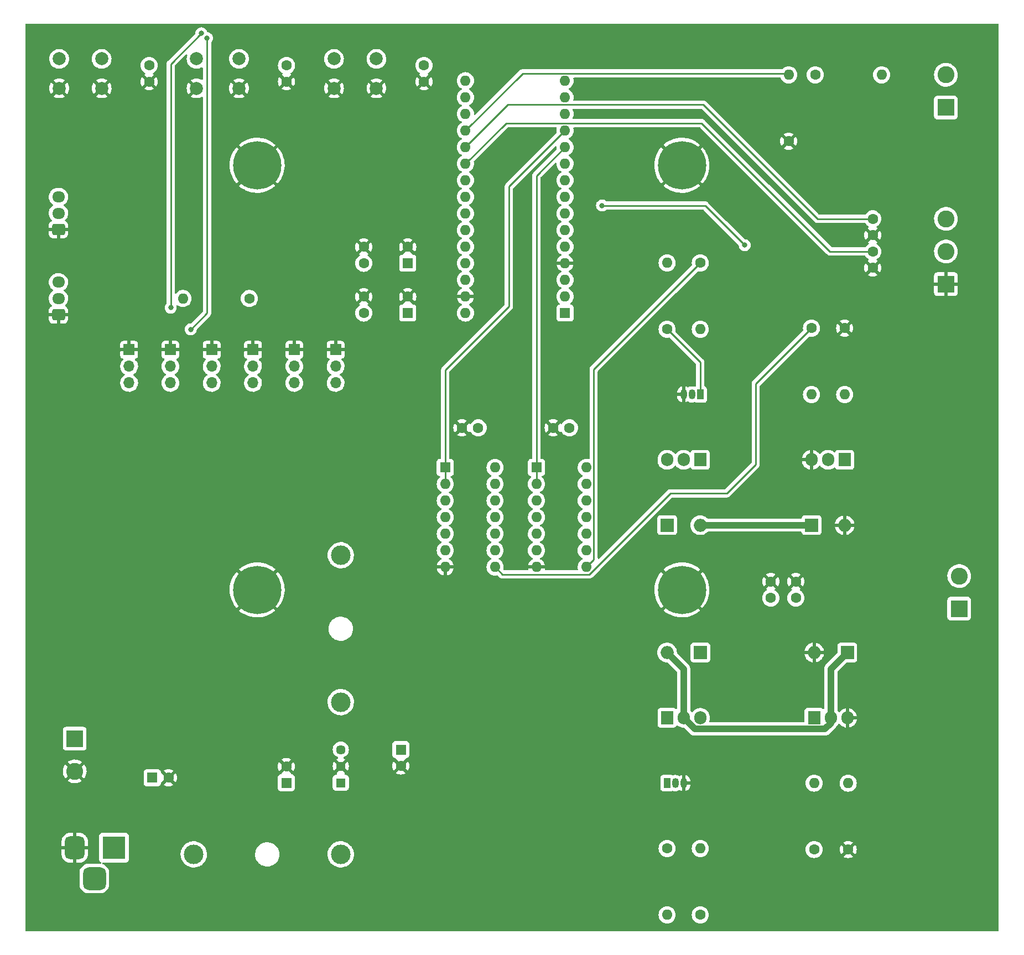
<source format=gbr>
G04 #@! TF.GenerationSoftware,KiCad,Pcbnew,(6.0.2)*
G04 #@! TF.CreationDate,2022-02-23T22:00:32+01:00*
G04 #@! TF.ProjectId,garagen_pcb,67617261-6765-46e5-9f70-63622e6b6963,rev?*
G04 #@! TF.SameCoordinates,Original*
G04 #@! TF.FileFunction,Copper,L2,Bot*
G04 #@! TF.FilePolarity,Positive*
%FSLAX46Y46*%
G04 Gerber Fmt 4.6, Leading zero omitted, Abs format (unit mm)*
G04 Created by KiCad (PCBNEW (6.0.2)) date 2022-02-23 22:00:32*
%MOMM*%
%LPD*%
G01*
G04 APERTURE LIST*
G04 Aperture macros list*
%AMRoundRect*
0 Rectangle with rounded corners*
0 $1 Rounding radius*
0 $2 $3 $4 $5 $6 $7 $8 $9 X,Y pos of 4 corners*
0 Add a 4 corners polygon primitive as box body*
4,1,4,$2,$3,$4,$5,$6,$7,$8,$9,$2,$3,0*
0 Add four circle primitives for the rounded corners*
1,1,$1+$1,$2,$3*
1,1,$1+$1,$4,$5*
1,1,$1+$1,$6,$7*
1,1,$1+$1,$8,$9*
0 Add four rect primitives between the rounded corners*
20,1,$1+$1,$2,$3,$4,$5,0*
20,1,$1+$1,$4,$5,$6,$7,0*
20,1,$1+$1,$6,$7,$8,$9,0*
20,1,$1+$1,$8,$9,$2,$3,0*%
G04 Aperture macros list end*
G04 #@! TA.AperFunction,ComponentPad*
%ADD10C,1.600000*%
G04 #@! TD*
G04 #@! TA.AperFunction,ComponentPad*
%ADD11O,1.600000X1.600000*%
G04 #@! TD*
G04 #@! TA.AperFunction,ComponentPad*
%ADD12R,3.500000X3.500000*%
G04 #@! TD*
G04 #@! TA.AperFunction,ComponentPad*
%ADD13RoundRect,0.750000X-0.750000X-1.000000X0.750000X-1.000000X0.750000X1.000000X-0.750000X1.000000X0*%
G04 #@! TD*
G04 #@! TA.AperFunction,ComponentPad*
%ADD14RoundRect,0.875000X-0.875000X-0.875000X0.875000X-0.875000X0.875000X0.875000X-0.875000X0.875000X0*%
G04 #@! TD*
G04 #@! TA.AperFunction,ComponentPad*
%ADD15RoundRect,0.250000X0.725000X-0.600000X0.725000X0.600000X-0.725000X0.600000X-0.725000X-0.600000X0*%
G04 #@! TD*
G04 #@! TA.AperFunction,ComponentPad*
%ADD16O,1.950000X1.700000*%
G04 #@! TD*
G04 #@! TA.AperFunction,ComponentPad*
%ADD17R,1.448000X1.448000*%
G04 #@! TD*
G04 #@! TA.AperFunction,ComponentPad*
%ADD18C,1.448000*%
G04 #@! TD*
G04 #@! TA.AperFunction,ComponentPad*
%ADD19R,1.600000X1.600000*%
G04 #@! TD*
G04 #@! TA.AperFunction,ComponentPad*
%ADD20C,0.800000*%
G04 #@! TD*
G04 #@! TA.AperFunction,ComponentPad*
%ADD21C,7.400000*%
G04 #@! TD*
G04 #@! TA.AperFunction,ComponentPad*
%ADD22R,1.700000X1.700000*%
G04 #@! TD*
G04 #@! TA.AperFunction,ComponentPad*
%ADD23O,1.700000X1.700000*%
G04 #@! TD*
G04 #@! TA.AperFunction,ComponentPad*
%ADD24R,2.600000X2.600000*%
G04 #@! TD*
G04 #@! TA.AperFunction,ComponentPad*
%ADD25C,2.600000*%
G04 #@! TD*
G04 #@! TA.AperFunction,ComponentPad*
%ADD26R,2.000000X2.000000*%
G04 #@! TD*
G04 #@! TA.AperFunction,ComponentPad*
%ADD27O,2.000000X2.000000*%
G04 #@! TD*
G04 #@! TA.AperFunction,ComponentPad*
%ADD28R,1.050000X1.500000*%
G04 #@! TD*
G04 #@! TA.AperFunction,ComponentPad*
%ADD29O,1.050000X1.500000*%
G04 #@! TD*
G04 #@! TA.AperFunction,ComponentPad*
%ADD30C,3.000000*%
G04 #@! TD*
G04 #@! TA.AperFunction,ComponentPad*
%ADD31R,1.905000X2.000000*%
G04 #@! TD*
G04 #@! TA.AperFunction,ComponentPad*
%ADD32O,1.905000X2.000000*%
G04 #@! TD*
G04 #@! TA.AperFunction,ComponentPad*
%ADD33C,2.000000*%
G04 #@! TD*
G04 #@! TA.AperFunction,ViaPad*
%ADD34C,0.800000*%
G04 #@! TD*
G04 #@! TA.AperFunction,Conductor*
%ADD35C,0.250000*%
G04 #@! TD*
G04 #@! TA.AperFunction,Conductor*
%ADD36C,1.000000*%
G04 #@! TD*
G04 APERTURE END LIST*
D10*
X156032200Y-65435200D03*
D11*
X156032200Y-75595200D03*
D12*
X44201600Y-144990900D03*
D13*
X38201600Y-144990900D03*
D14*
X41201600Y-149690900D03*
D15*
X35712400Y-50339000D03*
D16*
X35712400Y-47839000D03*
X35712400Y-45339000D03*
D10*
X70612960Y-25211400D03*
X70612960Y-27711400D03*
D17*
X78917800Y-135051800D03*
D18*
X78917800Y-132511800D03*
X78917800Y-129971800D03*
D19*
X108867150Y-86761400D03*
D11*
X108867150Y-89301400D03*
X108867150Y-91841400D03*
X108867150Y-94381400D03*
X108867150Y-96921400D03*
X108867150Y-99461400D03*
X108867150Y-102001400D03*
X116487150Y-102001400D03*
X116487150Y-99461400D03*
X116487150Y-96921400D03*
X116487150Y-94381400D03*
X116487150Y-91841400D03*
X116487150Y-89301400D03*
X116487150Y-86761400D03*
D10*
X160324800Y-53699400D03*
X160324800Y-56199400D03*
D20*
X133077021Y-103549379D03*
X128339800Y-105511600D03*
X129152579Y-107473821D03*
D21*
X131114800Y-105511600D03*
D20*
X131114800Y-102736600D03*
X131114800Y-108286600D03*
X133889800Y-105511600D03*
X133077021Y-107473821D03*
X129152579Y-103549379D03*
D10*
X144729200Y-106744000D03*
X144729200Y-104244000D03*
D22*
X59166760Y-68747400D03*
D23*
X59166760Y-71287400D03*
X59166760Y-73827400D03*
D10*
X147464400Y-36808400D03*
D11*
X147464400Y-26648400D03*
D10*
X148564600Y-106744000D03*
X148564600Y-104244000D03*
D19*
X94907150Y-86761400D03*
D11*
X94907150Y-89301400D03*
X94907150Y-91841400D03*
X94907150Y-94381400D03*
X94907150Y-96921400D03*
X94907150Y-99461400D03*
X94907150Y-102001400D03*
X102527150Y-102001400D03*
X102527150Y-99461400D03*
X102527150Y-96921400D03*
X102527150Y-94381400D03*
X102527150Y-91841400D03*
X102527150Y-89301400D03*
X102527150Y-86761400D03*
D22*
X52847240Y-68747400D03*
D23*
X52847240Y-71287400D03*
X52847240Y-73827400D03*
D10*
X160324800Y-48699400D03*
X160324800Y-51199400D03*
X49582720Y-25211400D03*
X49582720Y-27711400D03*
D24*
X171526200Y-31648400D03*
D25*
X171526200Y-26648400D03*
D10*
X150952200Y-65435200D03*
D11*
X150952200Y-75595200D03*
D10*
X64922400Y-60898400D03*
D11*
X54762400Y-60898400D03*
D15*
X35712400Y-63398400D03*
D16*
X35712400Y-60898400D03*
X35712400Y-58398400D03*
D10*
X82433000Y-63119000D03*
X82433000Y-60619000D03*
D20*
X68077021Y-38549379D03*
X66114800Y-43286600D03*
X64152579Y-42473821D03*
X68889800Y-40511600D03*
X66114800Y-37736600D03*
X63339800Y-40511600D03*
D21*
X66114800Y-40511600D03*
D20*
X68077021Y-42473821D03*
X64152579Y-38549379D03*
D26*
X150952200Y-95595200D03*
D27*
X156032200Y-95595200D03*
D26*
X128854200Y-95595200D03*
D27*
X133934200Y-95595200D03*
D28*
X133934200Y-75595200D03*
D29*
X132664200Y-75595200D03*
X131394200Y-75595200D03*
D26*
X133934200Y-115102600D03*
D27*
X128854200Y-115102600D03*
D20*
X66114800Y-108286600D03*
D21*
X66114800Y-105511600D03*
D20*
X64152579Y-103549379D03*
X68077021Y-103549379D03*
X66114800Y-102736600D03*
X68077021Y-107473821D03*
X64152579Y-107473821D03*
X63339800Y-105511600D03*
X68889800Y-105511600D03*
D19*
X88112600Y-129971800D03*
D10*
X88112600Y-132471800D03*
D26*
X156438600Y-115102600D03*
D27*
X151358600Y-115102600D03*
D10*
X151358600Y-145262600D03*
D11*
X151358600Y-135102600D03*
D22*
X71805800Y-68747400D03*
D23*
X71805800Y-71287400D03*
X71805800Y-73827400D03*
D30*
X78917800Y-145999200D03*
X56417800Y-145999200D03*
D31*
X133934200Y-85595200D03*
D32*
X131394200Y-85595200D03*
X128854200Y-85595200D03*
D30*
X78917800Y-100207400D03*
X78917800Y-122707400D03*
D10*
X91643200Y-25211400D03*
X91643200Y-27711400D03*
D19*
X70586600Y-135051800D03*
D10*
X70586600Y-132551800D03*
D33*
X84378080Y-24211400D03*
X77878080Y-24211400D03*
X84378080Y-28711400D03*
X77878080Y-28711400D03*
D10*
X113917150Y-80700800D03*
X111417150Y-80700800D03*
D33*
X56847840Y-24211400D03*
X63347840Y-24211400D03*
X56847840Y-28711400D03*
X63347840Y-28711400D03*
D22*
X78125320Y-68747400D03*
D23*
X78125320Y-71287400D03*
X78125320Y-73827400D03*
D10*
X82433000Y-55499000D03*
X82433000Y-52999000D03*
D31*
X128854200Y-125102600D03*
D32*
X131394200Y-125102600D03*
X133934200Y-125102600D03*
D22*
X65486280Y-68747400D03*
D23*
X65486280Y-71287400D03*
X65486280Y-73827400D03*
D19*
X89164000Y-63119000D03*
D10*
X89164000Y-60619000D03*
X133934200Y-55435200D03*
D11*
X133934200Y-65595200D03*
D24*
X173558200Y-108384200D03*
D25*
X173558200Y-103384200D03*
D24*
X38201600Y-128295400D03*
D25*
X38201600Y-133295400D03*
D28*
X128854200Y-135102600D03*
D29*
X130124200Y-135102600D03*
X131394200Y-135102600D03*
D10*
X151528400Y-26648400D03*
D11*
X161688400Y-26648400D03*
D31*
X156032200Y-85595200D03*
D32*
X153492200Y-85595200D03*
X150952200Y-85595200D03*
D10*
X133934200Y-155262600D03*
D11*
X133934200Y-145102600D03*
D31*
X151358600Y-125102600D03*
D32*
X153898600Y-125102600D03*
X156438600Y-125102600D03*
D10*
X128854200Y-65595200D03*
D11*
X128854200Y-55435200D03*
D22*
X46527720Y-68747400D03*
D23*
X46527720Y-71287400D03*
X46527720Y-73827400D03*
D19*
X89164000Y-55499000D03*
D10*
X89164000Y-52999000D03*
D19*
X113233200Y-63119000D03*
D11*
X113233200Y-60579000D03*
X113233200Y-58039000D03*
X113233200Y-55499000D03*
X113233200Y-52959000D03*
X113233200Y-50419000D03*
X113233200Y-47879000D03*
X113233200Y-45339000D03*
X113233200Y-42799000D03*
X113233200Y-40259000D03*
X113233200Y-37719000D03*
X113233200Y-35179000D03*
X113233200Y-32639000D03*
X113233200Y-30099000D03*
X113233200Y-27559000D03*
X97993200Y-27559000D03*
X97993200Y-30099000D03*
X97993200Y-32639000D03*
X97993200Y-35179000D03*
X97993200Y-37719000D03*
X97993200Y-40259000D03*
X97993200Y-42799000D03*
X97993200Y-45339000D03*
X97993200Y-47879000D03*
X97993200Y-50419000D03*
X97993200Y-52959000D03*
X97993200Y-55499000D03*
X97993200Y-58039000D03*
X97993200Y-60579000D03*
X97993200Y-63119000D03*
D24*
X171526200Y-58699400D03*
D25*
X171526200Y-53699400D03*
X171526200Y-48699400D03*
D33*
X35817600Y-24211400D03*
X42317600Y-24211400D03*
X42317600Y-28711400D03*
X35817600Y-28711400D03*
D19*
X50063400Y-134264400D03*
D10*
X52563400Y-134264400D03*
D20*
X129152579Y-42473821D03*
X133077021Y-42473821D03*
D21*
X131114800Y-40511600D03*
D20*
X131114800Y-37736600D03*
X131114800Y-43286600D03*
X133077021Y-38549379D03*
X128339800Y-40511600D03*
X129152579Y-38549379D03*
X133889800Y-40511600D03*
D10*
X99957150Y-80700800D03*
X97457150Y-80700800D03*
X156565600Y-145262600D03*
D11*
X156565600Y-135102600D03*
D10*
X128854200Y-145102600D03*
D11*
X128854200Y-155262600D03*
D34*
X58434979Y-21019100D03*
X55956200Y-65633600D03*
X57581800Y-20294600D03*
X52882800Y-62306200D03*
X118897400Y-46659800D03*
X140741400Y-52730400D03*
D35*
X58434979Y-21019100D02*
X58434979Y-63154821D01*
X58434979Y-63154821D02*
X55956200Y-65633600D01*
X52882800Y-24993600D02*
X57581800Y-20294600D01*
X52882800Y-62306200D02*
X52882800Y-24993600D01*
X108867150Y-42085050D02*
X108867150Y-89301400D01*
X113233200Y-37719000D02*
X108867150Y-42085050D01*
X113233200Y-35179000D02*
X104648000Y-43764200D01*
X104648000Y-43764200D02*
X104648000Y-62077600D01*
X104648000Y-62077600D02*
X94907150Y-71818450D01*
X94907150Y-71818450D02*
X94907150Y-89301400D01*
X140741400Y-52730400D02*
X134670800Y-46659800D01*
X134670800Y-46659800D02*
X118897400Y-46659800D01*
X133934200Y-70675200D02*
X128854200Y-65595200D01*
X133934200Y-75595200D02*
X133934200Y-70675200D01*
X134155889Y-34054489D02*
X153800800Y-53699400D01*
X104197711Y-34054489D02*
X134155889Y-34054489D01*
X153800800Y-53699400D02*
X160324800Y-53699400D01*
X97993200Y-40259000D02*
X104197711Y-34054489D01*
X134398311Y-31223511D02*
X151874200Y-48699400D01*
X151874200Y-48699400D02*
X160324800Y-48699400D01*
X97993200Y-37719000D02*
X104488689Y-31223511D01*
X104488689Y-31223511D02*
X134398311Y-31223511D01*
X106737711Y-26434489D02*
X147250489Y-26434489D01*
X147250489Y-26434489D02*
X147464400Y-26648400D01*
X97993200Y-35179000D02*
X106737711Y-26434489D01*
D36*
X133934200Y-95595200D02*
X150952200Y-95595200D01*
X153898600Y-117642600D02*
X156438600Y-115102600D01*
X128854200Y-115102600D02*
X131394200Y-117642600D01*
X153898600Y-125102600D02*
X153898600Y-117642600D01*
X153898600Y-125914122D02*
X153010611Y-126802111D01*
X153898600Y-125102600D02*
X153898600Y-125914122D01*
X153010611Y-126802111D02*
X133093711Y-126802111D01*
X133093711Y-126802111D02*
X131394200Y-125102600D01*
X131394200Y-117642600D02*
X131394200Y-125102600D01*
D35*
X137972800Y-90728800D02*
X142417800Y-86283800D01*
X102527150Y-102001400D02*
X103651661Y-103125911D01*
X116952939Y-103125911D02*
X129350050Y-90728800D01*
X142417800Y-86283800D02*
X142417800Y-73969600D01*
X142417800Y-73969600D02*
X150952200Y-65435200D01*
X129350050Y-90728800D02*
X137972800Y-90728800D01*
X103651661Y-103125911D02*
X116952939Y-103125911D01*
X116487150Y-102001400D02*
X117611661Y-100876889D01*
X117611661Y-71757739D02*
X133934200Y-55435200D01*
X117611661Y-100876889D02*
X117611661Y-71757739D01*
G04 #@! TA.AperFunction,Conductor*
G36*
X179545521Y-18846202D02*
G01*
X179592014Y-18899858D01*
X179603400Y-18952200D01*
X179603400Y-157684200D01*
X179583398Y-157752321D01*
X179529742Y-157798814D01*
X179477400Y-157810200D01*
X30745400Y-157810200D01*
X30677279Y-157790198D01*
X30630786Y-157736542D01*
X30619400Y-157684200D01*
X30619400Y-155262600D01*
X127540702Y-155262600D01*
X127560657Y-155490687D01*
X127619916Y-155711843D01*
X127622239Y-155716824D01*
X127622239Y-155716825D01*
X127714351Y-155914362D01*
X127714354Y-155914367D01*
X127716677Y-155919349D01*
X127848002Y-156106900D01*
X128009900Y-156268798D01*
X128014408Y-156271955D01*
X128014411Y-156271957D01*
X128092589Y-156326698D01*
X128197451Y-156400123D01*
X128202433Y-156402446D01*
X128202438Y-156402449D01*
X128399975Y-156494561D01*
X128404957Y-156496884D01*
X128410265Y-156498306D01*
X128410267Y-156498307D01*
X128620798Y-156554719D01*
X128620800Y-156554719D01*
X128626113Y-156556143D01*
X128854200Y-156576098D01*
X129082287Y-156556143D01*
X129087600Y-156554719D01*
X129087602Y-156554719D01*
X129298133Y-156498307D01*
X129298135Y-156498306D01*
X129303443Y-156496884D01*
X129308425Y-156494561D01*
X129505962Y-156402449D01*
X129505967Y-156402446D01*
X129510949Y-156400123D01*
X129615811Y-156326698D01*
X129693989Y-156271957D01*
X129693992Y-156271955D01*
X129698500Y-156268798D01*
X129860398Y-156106900D01*
X129991723Y-155919349D01*
X129994046Y-155914367D01*
X129994049Y-155914362D01*
X130086161Y-155716825D01*
X130086161Y-155716824D01*
X130088484Y-155711843D01*
X130147743Y-155490687D01*
X130167698Y-155262600D01*
X132620702Y-155262600D01*
X132640657Y-155490687D01*
X132699916Y-155711843D01*
X132702239Y-155716824D01*
X132702239Y-155716825D01*
X132794351Y-155914362D01*
X132794354Y-155914367D01*
X132796677Y-155919349D01*
X132928002Y-156106900D01*
X133089900Y-156268798D01*
X133094408Y-156271955D01*
X133094411Y-156271957D01*
X133172589Y-156326698D01*
X133277451Y-156400123D01*
X133282433Y-156402446D01*
X133282438Y-156402449D01*
X133479975Y-156494561D01*
X133484957Y-156496884D01*
X133490265Y-156498306D01*
X133490267Y-156498307D01*
X133700798Y-156554719D01*
X133700800Y-156554719D01*
X133706113Y-156556143D01*
X133934200Y-156576098D01*
X134162287Y-156556143D01*
X134167600Y-156554719D01*
X134167602Y-156554719D01*
X134378133Y-156498307D01*
X134378135Y-156498306D01*
X134383443Y-156496884D01*
X134388425Y-156494561D01*
X134585962Y-156402449D01*
X134585967Y-156402446D01*
X134590949Y-156400123D01*
X134695811Y-156326698D01*
X134773989Y-156271957D01*
X134773992Y-156271955D01*
X134778500Y-156268798D01*
X134940398Y-156106900D01*
X135071723Y-155919349D01*
X135074046Y-155914367D01*
X135074049Y-155914362D01*
X135166161Y-155716825D01*
X135166161Y-155716824D01*
X135168484Y-155711843D01*
X135227743Y-155490687D01*
X135247698Y-155262600D01*
X135227743Y-155034513D01*
X135168484Y-154813357D01*
X135166161Y-154808375D01*
X135074049Y-154610838D01*
X135074046Y-154610833D01*
X135071723Y-154605851D01*
X134940398Y-154418300D01*
X134778500Y-154256402D01*
X134773992Y-154253245D01*
X134773989Y-154253243D01*
X134695811Y-154198502D01*
X134590949Y-154125077D01*
X134585967Y-154122754D01*
X134585962Y-154122751D01*
X134388425Y-154030639D01*
X134388424Y-154030639D01*
X134383443Y-154028316D01*
X134378135Y-154026894D01*
X134378133Y-154026893D01*
X134167602Y-153970481D01*
X134167600Y-153970481D01*
X134162287Y-153969057D01*
X133934200Y-153949102D01*
X133706113Y-153969057D01*
X133700800Y-153970481D01*
X133700798Y-153970481D01*
X133490267Y-154026893D01*
X133490265Y-154026894D01*
X133484957Y-154028316D01*
X133479976Y-154030639D01*
X133479975Y-154030639D01*
X133282438Y-154122751D01*
X133282433Y-154122754D01*
X133277451Y-154125077D01*
X133172589Y-154198502D01*
X133094411Y-154253243D01*
X133094408Y-154253245D01*
X133089900Y-154256402D01*
X132928002Y-154418300D01*
X132796677Y-154605851D01*
X132794354Y-154610833D01*
X132794351Y-154610838D01*
X132702239Y-154808375D01*
X132699916Y-154813357D01*
X132640657Y-155034513D01*
X132620702Y-155262600D01*
X130167698Y-155262600D01*
X130147743Y-155034513D01*
X130088484Y-154813357D01*
X130086161Y-154808375D01*
X129994049Y-154610838D01*
X129994046Y-154610833D01*
X129991723Y-154605851D01*
X129860398Y-154418300D01*
X129698500Y-154256402D01*
X129693992Y-154253245D01*
X129693989Y-154253243D01*
X129615811Y-154198502D01*
X129510949Y-154125077D01*
X129505967Y-154122754D01*
X129505962Y-154122751D01*
X129308425Y-154030639D01*
X129308424Y-154030639D01*
X129303443Y-154028316D01*
X129298135Y-154026894D01*
X129298133Y-154026893D01*
X129087602Y-153970481D01*
X129087600Y-153970481D01*
X129082287Y-153969057D01*
X128854200Y-153949102D01*
X128626113Y-153969057D01*
X128620800Y-153970481D01*
X128620798Y-153970481D01*
X128410267Y-154026893D01*
X128410265Y-154026894D01*
X128404957Y-154028316D01*
X128399976Y-154030639D01*
X128399975Y-154030639D01*
X128202438Y-154122751D01*
X128202433Y-154122754D01*
X128197451Y-154125077D01*
X128092589Y-154198502D01*
X128014411Y-154253243D01*
X128014408Y-154253245D01*
X128009900Y-154256402D01*
X127848002Y-154418300D01*
X127716677Y-154605851D01*
X127714354Y-154610833D01*
X127714351Y-154610838D01*
X127622239Y-154808375D01*
X127619916Y-154813357D01*
X127560657Y-155034513D01*
X127540702Y-155262600D01*
X30619400Y-155262600D01*
X30619400Y-150658264D01*
X38943100Y-150658264D01*
X38946219Y-150715857D01*
X38991220Y-150946293D01*
X39074404Y-151165852D01*
X39193391Y-151368256D01*
X39344781Y-151547719D01*
X39524244Y-151699109D01*
X39726648Y-151818096D01*
X39946207Y-151901280D01*
X40176643Y-151946281D01*
X40181001Y-151946517D01*
X40232548Y-151949309D01*
X40232563Y-151949309D01*
X40234236Y-151949400D01*
X42168964Y-151949400D01*
X42170637Y-151949309D01*
X42170652Y-151949309D01*
X42222199Y-151946517D01*
X42226557Y-151946281D01*
X42456993Y-151901280D01*
X42676552Y-151818096D01*
X42878956Y-151699109D01*
X43058419Y-151547719D01*
X43209809Y-151368256D01*
X43328796Y-151165852D01*
X43411980Y-150946293D01*
X43456981Y-150715857D01*
X43460100Y-150658264D01*
X43460100Y-148723536D01*
X43456981Y-148665943D01*
X43411980Y-148435507D01*
X43328796Y-148215948D01*
X43209809Y-148013544D01*
X43058419Y-147834081D01*
X42878956Y-147682691D01*
X42676552Y-147563704D01*
X42490532Y-147493227D01*
X42433917Y-147450388D01*
X42409449Y-147383740D01*
X42424898Y-147314445D01*
X42475359Y-147264502D01*
X42535173Y-147249400D01*
X45999734Y-147249400D01*
X46061916Y-147242645D01*
X46198305Y-147191515D01*
X46314861Y-147104161D01*
X46402215Y-146987605D01*
X46453345Y-146851216D01*
X46460100Y-146789034D01*
X46460100Y-145978118D01*
X54404717Y-145978118D01*
X54420482Y-146251520D01*
X54421307Y-146255725D01*
X54421308Y-146255733D01*
X54448576Y-146394719D01*
X54473205Y-146520253D01*
X54474592Y-146524303D01*
X54474593Y-146524308D01*
X54495405Y-146585095D01*
X54561912Y-146779344D01*
X54583332Y-146821933D01*
X54662779Y-146979896D01*
X54684960Y-147023999D01*
X54687386Y-147027528D01*
X54687389Y-147027534D01*
X54835232Y-147242645D01*
X54840074Y-147249690D01*
X54842961Y-147252863D01*
X54842962Y-147252864D01*
X55006326Y-147432400D01*
X55024382Y-147452243D01*
X55234475Y-147627907D01*
X55238116Y-147630191D01*
X55462824Y-147771151D01*
X55462828Y-147771153D01*
X55466464Y-147773434D01*
X55543236Y-147808098D01*
X55712145Y-147884364D01*
X55712149Y-147884366D01*
X55716057Y-147886130D01*
X55720177Y-147887350D01*
X55720176Y-147887350D01*
X55974523Y-147962691D01*
X55974527Y-147962692D01*
X55978636Y-147963909D01*
X55982870Y-147964557D01*
X55982875Y-147964558D01*
X56245098Y-148004683D01*
X56245100Y-148004683D01*
X56249340Y-148005332D01*
X56388712Y-148007522D01*
X56518871Y-148009567D01*
X56518877Y-148009567D01*
X56523162Y-148009634D01*
X56795035Y-147976734D01*
X57059927Y-147907241D01*
X57063887Y-147905601D01*
X57063892Y-147905599D01*
X57244843Y-147830646D01*
X57312936Y-147802441D01*
X57511968Y-147686136D01*
X57545679Y-147666437D01*
X57545680Y-147666436D01*
X57549382Y-147664273D01*
X57764889Y-147495294D01*
X57777376Y-147482409D01*
X57952486Y-147301709D01*
X57955469Y-147298631D01*
X57958002Y-147295183D01*
X57958006Y-147295178D01*
X58115057Y-147081378D01*
X58117595Y-147077923D01*
X58144954Y-147027534D01*
X58246218Y-146841030D01*
X58246219Y-146841028D01*
X58248268Y-146837254D01*
X58296668Y-146709166D01*
X58343551Y-146585095D01*
X58343552Y-146585091D01*
X58345069Y-146581077D01*
X58387315Y-146396622D01*
X58405249Y-146318317D01*
X58405250Y-146318313D01*
X58406207Y-146314133D01*
X58414453Y-146221744D01*
X58430331Y-146043827D01*
X58430331Y-146043825D01*
X58430541Y-146041477D01*
X65804809Y-146041477D01*
X65830425Y-146309969D01*
X65831510Y-146314403D01*
X65831511Y-146314409D01*
X65876511Y-146498307D01*
X65894531Y-146571950D01*
X65995785Y-146821933D01*
X66132065Y-147054682D01*
X66175938Y-147109542D01*
X66287385Y-147248899D01*
X66300516Y-147265319D01*
X66497609Y-147449434D01*
X66719216Y-147603168D01*
X66723299Y-147605199D01*
X66723302Y-147605201D01*
X66836718Y-147661624D01*
X66960694Y-147723301D01*
X66965028Y-147724722D01*
X66965031Y-147724723D01*
X67212653Y-147805898D01*
X67212659Y-147805899D01*
X67216986Y-147807318D01*
X67221477Y-147808098D01*
X67221478Y-147808098D01*
X67478940Y-147852801D01*
X67478948Y-147852802D01*
X67482721Y-147853457D01*
X67486558Y-147853648D01*
X67566378Y-147857622D01*
X67566386Y-147857622D01*
X67567949Y-147857700D01*
X67736312Y-147857700D01*
X67738580Y-147857535D01*
X67738592Y-147857535D01*
X67869684Y-147848023D01*
X67936804Y-147843153D01*
X67941259Y-147842169D01*
X67941262Y-147842169D01*
X68195712Y-147785991D01*
X68195716Y-147785990D01*
X68200172Y-147785006D01*
X68326280Y-147737228D01*
X68448118Y-147691068D01*
X68448121Y-147691067D01*
X68452388Y-147689450D01*
X68614253Y-147599542D01*
X68684175Y-147560704D01*
X68684176Y-147560703D01*
X68688168Y-147558486D01*
X68823768Y-147454999D01*
X68898941Y-147397629D01*
X68898942Y-147397628D01*
X68902573Y-147394857D01*
X69091112Y-147201992D01*
X69249834Y-146983930D01*
X69332990Y-146825876D01*
X69373290Y-146749279D01*
X69373293Y-146749273D01*
X69375415Y-146745239D01*
X69419179Y-146621312D01*
X69463702Y-146495233D01*
X69463702Y-146495232D01*
X69465225Y-146490920D01*
X69491011Y-146360091D01*
X69516500Y-146230772D01*
X69516501Y-146230766D01*
X69517381Y-146226300D01*
X69518679Y-146200221D01*
X69529736Y-145978118D01*
X76904717Y-145978118D01*
X76920482Y-146251520D01*
X76921307Y-146255725D01*
X76921308Y-146255733D01*
X76948576Y-146394719D01*
X76973205Y-146520253D01*
X76974592Y-146524303D01*
X76974593Y-146524308D01*
X76995405Y-146585095D01*
X77061912Y-146779344D01*
X77083332Y-146821933D01*
X77162779Y-146979896D01*
X77184960Y-147023999D01*
X77187386Y-147027528D01*
X77187389Y-147027534D01*
X77335232Y-147242645D01*
X77340074Y-147249690D01*
X77342961Y-147252863D01*
X77342962Y-147252864D01*
X77506326Y-147432400D01*
X77524382Y-147452243D01*
X77734475Y-147627907D01*
X77738116Y-147630191D01*
X77962824Y-147771151D01*
X77962828Y-147771153D01*
X77966464Y-147773434D01*
X78043236Y-147808098D01*
X78212145Y-147884364D01*
X78212149Y-147884366D01*
X78216057Y-147886130D01*
X78220177Y-147887350D01*
X78220176Y-147887350D01*
X78474523Y-147962691D01*
X78474527Y-147962692D01*
X78478636Y-147963909D01*
X78482870Y-147964557D01*
X78482875Y-147964558D01*
X78745098Y-148004683D01*
X78745100Y-148004683D01*
X78749340Y-148005332D01*
X78888712Y-148007522D01*
X79018871Y-148009567D01*
X79018877Y-148009567D01*
X79023162Y-148009634D01*
X79295035Y-147976734D01*
X79559927Y-147907241D01*
X79563887Y-147905601D01*
X79563892Y-147905599D01*
X79744843Y-147830646D01*
X79812936Y-147802441D01*
X80011968Y-147686136D01*
X80045679Y-147666437D01*
X80045680Y-147666436D01*
X80049382Y-147664273D01*
X80264889Y-147495294D01*
X80277376Y-147482409D01*
X80452486Y-147301709D01*
X80455469Y-147298631D01*
X80458002Y-147295183D01*
X80458006Y-147295178D01*
X80615057Y-147081378D01*
X80617595Y-147077923D01*
X80644954Y-147027534D01*
X80746218Y-146841030D01*
X80746219Y-146841028D01*
X80748268Y-146837254D01*
X80796668Y-146709166D01*
X80843551Y-146585095D01*
X80843552Y-146585091D01*
X80845069Y-146581077D01*
X80887315Y-146396622D01*
X80905249Y-146318317D01*
X80905250Y-146318313D01*
X80906207Y-146314133D01*
X80914453Y-146221744D01*
X80930331Y-146043827D01*
X80930331Y-146043825D01*
X80930551Y-146041361D01*
X80930993Y-145999200D01*
X80929964Y-145984107D01*
X80912659Y-145730255D01*
X80912658Y-145730249D01*
X80912367Y-145725978D01*
X80910472Y-145716825D01*
X80857701Y-145462009D01*
X80856832Y-145457812D01*
X80765417Y-145199665D01*
X80715318Y-145102600D01*
X127540702Y-145102600D01*
X127560657Y-145330687D01*
X127562081Y-145336000D01*
X127562081Y-145336002D01*
X127589288Y-145437537D01*
X127619916Y-145551843D01*
X127622239Y-145556824D01*
X127622239Y-145556825D01*
X127714351Y-145754362D01*
X127714354Y-145754367D01*
X127716677Y-145759349D01*
X127728796Y-145776656D01*
X127828711Y-145919349D01*
X127848002Y-145946900D01*
X128009900Y-146108798D01*
X128014408Y-146111955D01*
X128014411Y-146111957D01*
X128092589Y-146166698D01*
X128197451Y-146240123D01*
X128202433Y-146242446D01*
X128202438Y-146242449D01*
X128399975Y-146334561D01*
X128404957Y-146336884D01*
X128410265Y-146338306D01*
X128410267Y-146338307D01*
X128620798Y-146394719D01*
X128620800Y-146394719D01*
X128626113Y-146396143D01*
X128854200Y-146416098D01*
X129082287Y-146396143D01*
X129087600Y-146394719D01*
X129087602Y-146394719D01*
X129298133Y-146338307D01*
X129298135Y-146338306D01*
X129303443Y-146336884D01*
X129308425Y-146334561D01*
X129505962Y-146242449D01*
X129505967Y-146242446D01*
X129510949Y-146240123D01*
X129615811Y-146166698D01*
X129693989Y-146111957D01*
X129693992Y-146111955D01*
X129698500Y-146108798D01*
X129860398Y-145946900D01*
X129879690Y-145919349D01*
X129979604Y-145776656D01*
X129991723Y-145759349D01*
X129994046Y-145754367D01*
X129994049Y-145754362D01*
X130086161Y-145556825D01*
X130086161Y-145556824D01*
X130088484Y-145551843D01*
X130119113Y-145437537D01*
X130146319Y-145336002D01*
X130146319Y-145336000D01*
X130147743Y-145330687D01*
X130167698Y-145102600D01*
X132620702Y-145102600D01*
X132640657Y-145330687D01*
X132642081Y-145336000D01*
X132642081Y-145336002D01*
X132669288Y-145437537D01*
X132699916Y-145551843D01*
X132702239Y-145556824D01*
X132702239Y-145556825D01*
X132794351Y-145754362D01*
X132794354Y-145754367D01*
X132796677Y-145759349D01*
X132808796Y-145776656D01*
X132908711Y-145919349D01*
X132928002Y-145946900D01*
X133089900Y-146108798D01*
X133094408Y-146111955D01*
X133094411Y-146111957D01*
X133172589Y-146166698D01*
X133277451Y-146240123D01*
X133282433Y-146242446D01*
X133282438Y-146242449D01*
X133479975Y-146334561D01*
X133484957Y-146336884D01*
X133490265Y-146338306D01*
X133490267Y-146338307D01*
X133700798Y-146394719D01*
X133700800Y-146394719D01*
X133706113Y-146396143D01*
X133934200Y-146416098D01*
X134162287Y-146396143D01*
X134167600Y-146394719D01*
X134167602Y-146394719D01*
X134378133Y-146338307D01*
X134378135Y-146338306D01*
X134383443Y-146336884D01*
X134388425Y-146334561D01*
X134585962Y-146242449D01*
X134585967Y-146242446D01*
X134590949Y-146240123D01*
X134695811Y-146166698D01*
X134773989Y-146111957D01*
X134773992Y-146111955D01*
X134778500Y-146108798D01*
X134940398Y-145946900D01*
X134959690Y-145919349D01*
X135059604Y-145776656D01*
X135071723Y-145759349D01*
X135074046Y-145754367D01*
X135074049Y-145754362D01*
X135166161Y-145556825D01*
X135166161Y-145556824D01*
X135168484Y-145551843D01*
X135199113Y-145437537D01*
X135226319Y-145336002D01*
X135226319Y-145336000D01*
X135227743Y-145330687D01*
X135233700Y-145262600D01*
X150045102Y-145262600D01*
X150065057Y-145490687D01*
X150066481Y-145496000D01*
X150066481Y-145496002D01*
X150103625Y-145634622D01*
X150124316Y-145711843D01*
X150126639Y-145716824D01*
X150126639Y-145716825D01*
X150218751Y-145914362D01*
X150218754Y-145914367D01*
X150221077Y-145919349D01*
X150352402Y-146106900D01*
X150514300Y-146268798D01*
X150518808Y-146271955D01*
X150518811Y-146271957D01*
X150566597Y-146305417D01*
X150701851Y-146400123D01*
X150706833Y-146402446D01*
X150706838Y-146402449D01*
X150886955Y-146486438D01*
X150909357Y-146496884D01*
X150914665Y-146498306D01*
X150914667Y-146498307D01*
X151125198Y-146554719D01*
X151125200Y-146554719D01*
X151130513Y-146556143D01*
X151358600Y-146576098D01*
X151586687Y-146556143D01*
X151592000Y-146554719D01*
X151592002Y-146554719D01*
X151802533Y-146498307D01*
X151802535Y-146498306D01*
X151807843Y-146496884D01*
X151830245Y-146486438D01*
X152010362Y-146402449D01*
X152010367Y-146402446D01*
X152015349Y-146400123D01*
X152088843Y-146348662D01*
X155844093Y-146348662D01*
X155853389Y-146360677D01*
X155904594Y-146396531D01*
X155914089Y-146402014D01*
X156111547Y-146494090D01*
X156121839Y-146497836D01*
X156332288Y-146554225D01*
X156343081Y-146556128D01*
X156560125Y-146575117D01*
X156571075Y-146575117D01*
X156788119Y-146556128D01*
X156798912Y-146554225D01*
X157009361Y-146497836D01*
X157019653Y-146494090D01*
X157217111Y-146402014D01*
X157226606Y-146396531D01*
X157278648Y-146360091D01*
X157287024Y-146349612D01*
X157279956Y-146336166D01*
X156578412Y-145634622D01*
X156564468Y-145627008D01*
X156562635Y-145627139D01*
X156556020Y-145631390D01*
X155850523Y-146336887D01*
X155844093Y-146348662D01*
X152088843Y-146348662D01*
X152150603Y-146305417D01*
X152198389Y-146271957D01*
X152198392Y-146271955D01*
X152202900Y-146268798D01*
X152364798Y-146106900D01*
X152496123Y-145919349D01*
X152498446Y-145914367D01*
X152498449Y-145914362D01*
X152590561Y-145716825D01*
X152590561Y-145716824D01*
X152592884Y-145711843D01*
X152613576Y-145634622D01*
X152650719Y-145496002D01*
X152650719Y-145496000D01*
X152652143Y-145490687D01*
X152671619Y-145268075D01*
X155253083Y-145268075D01*
X155272072Y-145485119D01*
X155273975Y-145495912D01*
X155330364Y-145706361D01*
X155334110Y-145716653D01*
X155426186Y-145914111D01*
X155431669Y-145923606D01*
X155468109Y-145975648D01*
X155478588Y-145984024D01*
X155492034Y-145976956D01*
X156193578Y-145275412D01*
X156199956Y-145263732D01*
X156930008Y-145263732D01*
X156930139Y-145265565D01*
X156934390Y-145272180D01*
X157639887Y-145977677D01*
X157651662Y-145984107D01*
X157663677Y-145974811D01*
X157699531Y-145923606D01*
X157705014Y-145914111D01*
X157797090Y-145716653D01*
X157800836Y-145706361D01*
X157857225Y-145495912D01*
X157859128Y-145485119D01*
X157878117Y-145268075D01*
X157878117Y-145257125D01*
X157859128Y-145040081D01*
X157857225Y-145029288D01*
X157800836Y-144818839D01*
X157797090Y-144808547D01*
X157705014Y-144611089D01*
X157699531Y-144601594D01*
X157663091Y-144549552D01*
X157652612Y-144541176D01*
X157639166Y-144548244D01*
X156937622Y-145249788D01*
X156930008Y-145263732D01*
X156199956Y-145263732D01*
X156201192Y-145261468D01*
X156201061Y-145259635D01*
X156196810Y-145253020D01*
X155491313Y-144547523D01*
X155479538Y-144541093D01*
X155467523Y-144550389D01*
X155431669Y-144601594D01*
X155426186Y-144611089D01*
X155334110Y-144808547D01*
X155330364Y-144818839D01*
X155273975Y-145029288D01*
X155272072Y-145040081D01*
X155253083Y-145257125D01*
X155253083Y-145268075D01*
X152671619Y-145268075D01*
X152672098Y-145262600D01*
X152652143Y-145034513D01*
X152650719Y-145029198D01*
X152594307Y-144818667D01*
X152594306Y-144818665D01*
X152592884Y-144813357D01*
X152553602Y-144729116D01*
X152498449Y-144610838D01*
X152498446Y-144610833D01*
X152496123Y-144605851D01*
X152422698Y-144500989D01*
X152367957Y-144422811D01*
X152367955Y-144422808D01*
X152364798Y-144418300D01*
X152202900Y-144256402D01*
X152198392Y-144253245D01*
X152198389Y-144253243D01*
X152087486Y-144175588D01*
X155844176Y-144175588D01*
X155851244Y-144189034D01*
X156552788Y-144890578D01*
X156566732Y-144898192D01*
X156568565Y-144898061D01*
X156575180Y-144893810D01*
X157280677Y-144188313D01*
X157287107Y-144176538D01*
X157277811Y-144164523D01*
X157226606Y-144128669D01*
X157217111Y-144123186D01*
X157019653Y-144031110D01*
X157009361Y-144027364D01*
X156798912Y-143970975D01*
X156788119Y-143969072D01*
X156571075Y-143950083D01*
X156560125Y-143950083D01*
X156343081Y-143969072D01*
X156332288Y-143970975D01*
X156121839Y-144027364D01*
X156111547Y-144031110D01*
X155914089Y-144123186D01*
X155904594Y-144128669D01*
X155852552Y-144165109D01*
X155844176Y-144175588D01*
X152087486Y-144175588D01*
X152072520Y-144165109D01*
X152015349Y-144125077D01*
X152010367Y-144122754D01*
X152010362Y-144122751D01*
X151812825Y-144030639D01*
X151812824Y-144030639D01*
X151807843Y-144028316D01*
X151802535Y-144026894D01*
X151802533Y-144026893D01*
X151592002Y-143970481D01*
X151592000Y-143970481D01*
X151586687Y-143969057D01*
X151358600Y-143949102D01*
X151130513Y-143969057D01*
X151125200Y-143970481D01*
X151125198Y-143970481D01*
X150914667Y-144026893D01*
X150914665Y-144026894D01*
X150909357Y-144028316D01*
X150904376Y-144030639D01*
X150904375Y-144030639D01*
X150706838Y-144122751D01*
X150706833Y-144122754D01*
X150701851Y-144125077D01*
X150644680Y-144165109D01*
X150518811Y-144253243D01*
X150518808Y-144253245D01*
X150514300Y-144256402D01*
X150352402Y-144418300D01*
X150349245Y-144422808D01*
X150349243Y-144422811D01*
X150294502Y-144500989D01*
X150221077Y-144605851D01*
X150218754Y-144610833D01*
X150218751Y-144610838D01*
X150163598Y-144729116D01*
X150124316Y-144813357D01*
X150122894Y-144818665D01*
X150122893Y-144818667D01*
X150066481Y-145029198D01*
X150065057Y-145034513D01*
X150045102Y-145262600D01*
X135233700Y-145262600D01*
X135247698Y-145102600D01*
X135227743Y-144874513D01*
X135211356Y-144813357D01*
X135169907Y-144658667D01*
X135169906Y-144658665D01*
X135168484Y-144653357D01*
X135148657Y-144610838D01*
X135074049Y-144450838D01*
X135074046Y-144450833D01*
X135071723Y-144445851D01*
X134940398Y-144258300D01*
X134778500Y-144096402D01*
X134773992Y-144093245D01*
X134773989Y-144093243D01*
X134676763Y-144025165D01*
X134590949Y-143965077D01*
X134585967Y-143962754D01*
X134585962Y-143962751D01*
X134388425Y-143870639D01*
X134388424Y-143870639D01*
X134383443Y-143868316D01*
X134378135Y-143866894D01*
X134378133Y-143866893D01*
X134167602Y-143810481D01*
X134167600Y-143810481D01*
X134162287Y-143809057D01*
X133934200Y-143789102D01*
X133706113Y-143809057D01*
X133700800Y-143810481D01*
X133700798Y-143810481D01*
X133490267Y-143866893D01*
X133490265Y-143866894D01*
X133484957Y-143868316D01*
X133479976Y-143870639D01*
X133479975Y-143870639D01*
X133282438Y-143962751D01*
X133282433Y-143962754D01*
X133277451Y-143965077D01*
X133191637Y-144025165D01*
X133094411Y-144093243D01*
X133094408Y-144093245D01*
X133089900Y-144096402D01*
X132928002Y-144258300D01*
X132796677Y-144445851D01*
X132794354Y-144450833D01*
X132794351Y-144450838D01*
X132719743Y-144610838D01*
X132699916Y-144653357D01*
X132698494Y-144658665D01*
X132698493Y-144658667D01*
X132657044Y-144813357D01*
X132640657Y-144874513D01*
X132620702Y-145102600D01*
X130167698Y-145102600D01*
X130147743Y-144874513D01*
X130131356Y-144813357D01*
X130089907Y-144658667D01*
X130089906Y-144658665D01*
X130088484Y-144653357D01*
X130068657Y-144610838D01*
X129994049Y-144450838D01*
X129994046Y-144450833D01*
X129991723Y-144445851D01*
X129860398Y-144258300D01*
X129698500Y-144096402D01*
X129693992Y-144093245D01*
X129693989Y-144093243D01*
X129596763Y-144025165D01*
X129510949Y-143965077D01*
X129505967Y-143962754D01*
X129505962Y-143962751D01*
X129308425Y-143870639D01*
X129308424Y-143870639D01*
X129303443Y-143868316D01*
X129298135Y-143866894D01*
X129298133Y-143866893D01*
X129087602Y-143810481D01*
X129087600Y-143810481D01*
X129082287Y-143809057D01*
X128854200Y-143789102D01*
X128626113Y-143809057D01*
X128620800Y-143810481D01*
X128620798Y-143810481D01*
X128410267Y-143866893D01*
X128410265Y-143866894D01*
X128404957Y-143868316D01*
X128399976Y-143870639D01*
X128399975Y-143870639D01*
X128202438Y-143962751D01*
X128202433Y-143962754D01*
X128197451Y-143965077D01*
X128111637Y-144025165D01*
X128014411Y-144093243D01*
X128014408Y-144093245D01*
X128009900Y-144096402D01*
X127848002Y-144258300D01*
X127716677Y-144445851D01*
X127714354Y-144450833D01*
X127714351Y-144450838D01*
X127639743Y-144610838D01*
X127619916Y-144653357D01*
X127618494Y-144658665D01*
X127618493Y-144658667D01*
X127577044Y-144813357D01*
X127560657Y-144874513D01*
X127540702Y-145102600D01*
X80715318Y-145102600D01*
X80639813Y-144956312D01*
X80633735Y-144947663D01*
X80484808Y-144735762D01*
X80482345Y-144732257D01*
X80369516Y-144610838D01*
X80298846Y-144534788D01*
X80298843Y-144534785D01*
X80295925Y-144531645D01*
X80292610Y-144528931D01*
X80292606Y-144528928D01*
X80129261Y-144395232D01*
X80084005Y-144358190D01*
X79850504Y-144215101D01*
X79846568Y-144213373D01*
X79603673Y-144106749D01*
X79603669Y-144106748D01*
X79599745Y-144105025D01*
X79336366Y-144030000D01*
X79332124Y-144029396D01*
X79332118Y-144029395D01*
X79131634Y-144000862D01*
X79065243Y-143991413D01*
X78921389Y-143990660D01*
X78795677Y-143990002D01*
X78795671Y-143990002D01*
X78791391Y-143989980D01*
X78787147Y-143990539D01*
X78787143Y-143990539D01*
X78668102Y-144006211D01*
X78519878Y-144025725D01*
X78515738Y-144026858D01*
X78515736Y-144026858D01*
X78442808Y-144046809D01*
X78255728Y-144097988D01*
X78251780Y-144099672D01*
X78007782Y-144203746D01*
X78007778Y-144203748D01*
X78003830Y-144205432D01*
X77907956Y-144262811D01*
X77772525Y-144343864D01*
X77772521Y-144343867D01*
X77768843Y-144346068D01*
X77555118Y-144517294D01*
X77366608Y-144715942D01*
X77206802Y-144938336D01*
X77078657Y-145180361D01*
X77077185Y-145184384D01*
X77077183Y-145184388D01*
X77043873Y-145275412D01*
X76984543Y-145437537D01*
X76926204Y-145705107D01*
X76925868Y-145709377D01*
X76906026Y-145961492D01*
X76904717Y-145978118D01*
X69529736Y-145978118D01*
X69530564Y-145961492D01*
X69530564Y-145961486D01*
X69530791Y-145956923D01*
X69505175Y-145688431D01*
X69491218Y-145631390D01*
X69442155Y-145430888D01*
X69441069Y-145426450D01*
X69339815Y-145176467D01*
X69203535Y-144943718D01*
X69085728Y-144796408D01*
X69037936Y-144736647D01*
X69037935Y-144736645D01*
X69035084Y-144733081D01*
X68837991Y-144548966D01*
X68616384Y-144395232D01*
X68612301Y-144393201D01*
X68612298Y-144393199D01*
X68447406Y-144311167D01*
X68374906Y-144275099D01*
X68370572Y-144273678D01*
X68370569Y-144273677D01*
X68122947Y-144192502D01*
X68122941Y-144192501D01*
X68118614Y-144191082D01*
X68106819Y-144189034D01*
X67856660Y-144145599D01*
X67856652Y-144145598D01*
X67852879Y-144144943D01*
X67841617Y-144144382D01*
X67769222Y-144140778D01*
X67769214Y-144140778D01*
X67767651Y-144140700D01*
X67599288Y-144140700D01*
X67597020Y-144140865D01*
X67597008Y-144140865D01*
X67465916Y-144150377D01*
X67398796Y-144155247D01*
X67394341Y-144156231D01*
X67394338Y-144156231D01*
X67139888Y-144212409D01*
X67139884Y-144212410D01*
X67135428Y-144213394D01*
X67021910Y-144256402D01*
X66887482Y-144307332D01*
X66887479Y-144307333D01*
X66883212Y-144308950D01*
X66731535Y-144393199D01*
X66693361Y-144414403D01*
X66647432Y-144439914D01*
X66433027Y-144603543D01*
X66429834Y-144606809D01*
X66429832Y-144606811D01*
X66384330Y-144653357D01*
X66244488Y-144796408D01*
X66085766Y-145014470D01*
X66042279Y-145097125D01*
X65962310Y-145249121D01*
X65962307Y-145249127D01*
X65960185Y-145253161D01*
X65958665Y-145257466D01*
X65958663Y-145257470D01*
X65878240Y-145485207D01*
X65870375Y-145507480D01*
X65845953Y-145631390D01*
X65819844Y-145763857D01*
X65818219Y-145772100D01*
X65817992Y-145776653D01*
X65817992Y-145776656D01*
X65806914Y-145999200D01*
X65804809Y-146041477D01*
X58430541Y-146041477D01*
X58430551Y-146041361D01*
X58430993Y-145999200D01*
X58429964Y-145984107D01*
X58412659Y-145730255D01*
X58412658Y-145730249D01*
X58412367Y-145725978D01*
X58410472Y-145716825D01*
X58357701Y-145462009D01*
X58356832Y-145457812D01*
X58265417Y-145199665D01*
X58139813Y-144956312D01*
X58133735Y-144947663D01*
X57984808Y-144735762D01*
X57982345Y-144732257D01*
X57869516Y-144610838D01*
X57798846Y-144534788D01*
X57798843Y-144534785D01*
X57795925Y-144531645D01*
X57792610Y-144528931D01*
X57792606Y-144528928D01*
X57629261Y-144395232D01*
X57584005Y-144358190D01*
X57350504Y-144215101D01*
X57346568Y-144213373D01*
X57103673Y-144106749D01*
X57103669Y-144106748D01*
X57099745Y-144105025D01*
X56836366Y-144030000D01*
X56832124Y-144029396D01*
X56832118Y-144029395D01*
X56631634Y-144000862D01*
X56565243Y-143991413D01*
X56421389Y-143990660D01*
X56295677Y-143990002D01*
X56295671Y-143990002D01*
X56291391Y-143989980D01*
X56287147Y-143990539D01*
X56287143Y-143990539D01*
X56168102Y-144006211D01*
X56019878Y-144025725D01*
X56015738Y-144026858D01*
X56015736Y-144026858D01*
X55942808Y-144046809D01*
X55755728Y-144097988D01*
X55751780Y-144099672D01*
X55507782Y-144203746D01*
X55507778Y-144203748D01*
X55503830Y-144205432D01*
X55407956Y-144262811D01*
X55272525Y-144343864D01*
X55272521Y-144343867D01*
X55268843Y-144346068D01*
X55055118Y-144517294D01*
X54866608Y-144715942D01*
X54706802Y-144938336D01*
X54578657Y-145180361D01*
X54577185Y-145184384D01*
X54577183Y-145184388D01*
X54543873Y-145275412D01*
X54484543Y-145437537D01*
X54426204Y-145705107D01*
X54425868Y-145709377D01*
X54406026Y-145961492D01*
X54404717Y-145978118D01*
X46460100Y-145978118D01*
X46460100Y-143192766D01*
X46453345Y-143130584D01*
X46402215Y-142994195D01*
X46314861Y-142877639D01*
X46198305Y-142790285D01*
X46061916Y-142739155D01*
X45999734Y-142732400D01*
X42403466Y-142732400D01*
X42341284Y-142739155D01*
X42204895Y-142790285D01*
X42088339Y-142877639D01*
X42000985Y-142994195D01*
X41949855Y-143130584D01*
X41943100Y-143192766D01*
X41943100Y-146789034D01*
X41949855Y-146851216D01*
X42000985Y-146987605D01*
X42088339Y-147104161D01*
X42204895Y-147191515D01*
X42213296Y-147194664D01*
X42215518Y-147195881D01*
X42265664Y-147246140D01*
X42280677Y-147315531D01*
X42255791Y-147382023D01*
X42198907Y-147424505D01*
X42155008Y-147432400D01*
X40234236Y-147432400D01*
X40232563Y-147432491D01*
X40232548Y-147432491D01*
X40182373Y-147435209D01*
X40176643Y-147435519D01*
X40172357Y-147436356D01*
X40100504Y-147450388D01*
X39946207Y-147480520D01*
X39726648Y-147563704D01*
X39524244Y-147682691D01*
X39344781Y-147834081D01*
X39193391Y-148013544D01*
X39074404Y-148215948D01*
X38991220Y-148435507D01*
X38946219Y-148665943D01*
X38943100Y-148723536D01*
X38943100Y-150658264D01*
X30619400Y-150658264D01*
X30619400Y-146050861D01*
X36193601Y-146050861D01*
X36193809Y-146055971D01*
X36204682Y-146189667D01*
X36206452Y-146200220D01*
X36259567Y-146407085D01*
X36263301Y-146417631D01*
X36352110Y-146611605D01*
X36357646Y-146621312D01*
X36479403Y-146796497D01*
X36486576Y-146805076D01*
X36637424Y-146955924D01*
X36646003Y-146963097D01*
X36821188Y-147084854D01*
X36830895Y-147090390D01*
X37024869Y-147179199D01*
X37035415Y-147182933D01*
X37242279Y-147236047D01*
X37252834Y-147237818D01*
X37386530Y-147248693D01*
X37391636Y-147248900D01*
X37929485Y-147248900D01*
X37944724Y-147244425D01*
X37945929Y-147243035D01*
X37947600Y-147235352D01*
X37947600Y-147230784D01*
X38455600Y-147230784D01*
X38460075Y-147246023D01*
X38461465Y-147247228D01*
X38469148Y-147248899D01*
X39011561Y-147248899D01*
X39016671Y-147248691D01*
X39150367Y-147237818D01*
X39160920Y-147236048D01*
X39367785Y-147182933D01*
X39378331Y-147179199D01*
X39572305Y-147090390D01*
X39582012Y-147084854D01*
X39757197Y-146963097D01*
X39765776Y-146955924D01*
X39916624Y-146805076D01*
X39923797Y-146796497D01*
X40045554Y-146621312D01*
X40051090Y-146611605D01*
X40139899Y-146417631D01*
X40143633Y-146407085D01*
X40196747Y-146200221D01*
X40198518Y-146189666D01*
X40209393Y-146055970D01*
X40209600Y-146050864D01*
X40209600Y-145263015D01*
X40205125Y-145247776D01*
X40203735Y-145246571D01*
X40196052Y-145244900D01*
X38473715Y-145244900D01*
X38458476Y-145249375D01*
X38457271Y-145250765D01*
X38455600Y-145258448D01*
X38455600Y-147230784D01*
X37947600Y-147230784D01*
X37947600Y-145263015D01*
X37943125Y-145247776D01*
X37941735Y-145246571D01*
X37934052Y-145244900D01*
X36211716Y-145244900D01*
X36196477Y-145249375D01*
X36195272Y-145250765D01*
X36193601Y-145258448D01*
X36193601Y-146050861D01*
X30619400Y-146050861D01*
X30619400Y-144718785D01*
X36193600Y-144718785D01*
X36198075Y-144734024D01*
X36199465Y-144735229D01*
X36207148Y-144736900D01*
X37929485Y-144736900D01*
X37944724Y-144732425D01*
X37945929Y-144731035D01*
X37947600Y-144723352D01*
X37947600Y-144718785D01*
X38455600Y-144718785D01*
X38460075Y-144734024D01*
X38461465Y-144735229D01*
X38469148Y-144736900D01*
X40191484Y-144736900D01*
X40206723Y-144732425D01*
X40207928Y-144731035D01*
X40209599Y-144723352D01*
X40209599Y-143930939D01*
X40209391Y-143925829D01*
X40198518Y-143792133D01*
X40196748Y-143781580D01*
X40143633Y-143574715D01*
X40139899Y-143564169D01*
X40051090Y-143370195D01*
X40045554Y-143360488D01*
X39923797Y-143185303D01*
X39916624Y-143176724D01*
X39765776Y-143025876D01*
X39757197Y-143018703D01*
X39582012Y-142896946D01*
X39572305Y-142891410D01*
X39378331Y-142802601D01*
X39367785Y-142798867D01*
X39160921Y-142745753D01*
X39150366Y-142743982D01*
X39016670Y-142733107D01*
X39011564Y-142732900D01*
X38473715Y-142732900D01*
X38458476Y-142737375D01*
X38457271Y-142738765D01*
X38455600Y-142746448D01*
X38455600Y-144718785D01*
X37947600Y-144718785D01*
X37947600Y-142751016D01*
X37943125Y-142735777D01*
X37941735Y-142734572D01*
X37934052Y-142732901D01*
X37391639Y-142732901D01*
X37386529Y-142733109D01*
X37252833Y-142743982D01*
X37242280Y-142745752D01*
X37035415Y-142798867D01*
X37024869Y-142802601D01*
X36830895Y-142891410D01*
X36821188Y-142896946D01*
X36646003Y-143018703D01*
X36637424Y-143025876D01*
X36486576Y-143176724D01*
X36479403Y-143185303D01*
X36357646Y-143360488D01*
X36352110Y-143370195D01*
X36263301Y-143564169D01*
X36259567Y-143574715D01*
X36206453Y-143781579D01*
X36204682Y-143792134D01*
X36193807Y-143925830D01*
X36193600Y-143930936D01*
X36193600Y-144718785D01*
X30619400Y-144718785D01*
X30619400Y-135899934D01*
X69278100Y-135899934D01*
X69284855Y-135962116D01*
X69335985Y-136098505D01*
X69423339Y-136215061D01*
X69539895Y-136302415D01*
X69676284Y-136353545D01*
X69738466Y-136360300D01*
X71434734Y-136360300D01*
X71496916Y-136353545D01*
X71633305Y-136302415D01*
X71749861Y-136215061D01*
X71837215Y-136098505D01*
X71888345Y-135962116D01*
X71895100Y-135899934D01*
X71895100Y-135823934D01*
X77685300Y-135823934D01*
X77692055Y-135886116D01*
X77743185Y-136022505D01*
X77830539Y-136139061D01*
X77947095Y-136226415D01*
X78083484Y-136277545D01*
X78145666Y-136284300D01*
X79689934Y-136284300D01*
X79752116Y-136277545D01*
X79888505Y-136226415D01*
X80005061Y-136139061D01*
X80092415Y-136022505D01*
X80138065Y-135900734D01*
X127820700Y-135900734D01*
X127827455Y-135962916D01*
X127878585Y-136099305D01*
X127965939Y-136215861D01*
X128082495Y-136303215D01*
X128218884Y-136354345D01*
X128281066Y-136361100D01*
X129427334Y-136361100D01*
X129489516Y-136354345D01*
X129542290Y-136334561D01*
X129617496Y-136306368D01*
X129617499Y-136306366D01*
X129625905Y-136303215D01*
X129633094Y-136297827D01*
X129633337Y-136297694D01*
X129702694Y-136282524D01*
X129731107Y-136287848D01*
X129915380Y-136344890D01*
X129921505Y-136345534D01*
X129921506Y-136345534D01*
X130110822Y-136365432D01*
X130110823Y-136365432D01*
X130116950Y-136366076D01*
X130200214Y-136358498D01*
X130312657Y-136348265D01*
X130312660Y-136348264D01*
X130318796Y-136347706D01*
X130324702Y-136345968D01*
X130324706Y-136345967D01*
X130507320Y-136292220D01*
X130507319Y-136292220D01*
X130513229Y-136290481D01*
X130518686Y-136287628D01*
X130518689Y-136287627D01*
X130687381Y-136199438D01*
X130687385Y-136199435D01*
X130692845Y-136196581D01*
X130693097Y-136196379D01*
X130759112Y-136176399D01*
X130820085Y-136191559D01*
X130986542Y-136281562D01*
X130997847Y-136286314D01*
X131122892Y-136325022D01*
X131136995Y-136325228D01*
X131140200Y-136318473D01*
X131140200Y-136311586D01*
X131648200Y-136311586D01*
X131652173Y-136325117D01*
X131659968Y-136326237D01*
X131777132Y-136291754D01*
X131788500Y-136287161D01*
X131957111Y-136199014D01*
X131967373Y-136192298D01*
X132115643Y-136073085D01*
X132124413Y-136064497D01*
X132246699Y-135918762D01*
X132253637Y-135908631D01*
X132345294Y-135741908D01*
X132350124Y-135730638D01*
X132407652Y-135549285D01*
X132410202Y-135537291D01*
X132426807Y-135389250D01*
X132427200Y-135382226D01*
X132427200Y-135374715D01*
X132422725Y-135359476D01*
X132421335Y-135358271D01*
X132413652Y-135356600D01*
X131666315Y-135356600D01*
X131651076Y-135361075D01*
X131649871Y-135362465D01*
X131648200Y-135370148D01*
X131648200Y-136311586D01*
X131140200Y-136311586D01*
X131140200Y-135548842D01*
X131140985Y-135534797D01*
X131152399Y-135433042D01*
X131157700Y-135385783D01*
X131157700Y-135102600D01*
X150045102Y-135102600D01*
X150065057Y-135330687D01*
X150066481Y-135336000D01*
X150066481Y-135336002D01*
X150119749Y-135534797D01*
X150124316Y-135551843D01*
X150126639Y-135556824D01*
X150126639Y-135556825D01*
X150218751Y-135754362D01*
X150218754Y-135754367D01*
X150221077Y-135759349D01*
X150266300Y-135823934D01*
X150332700Y-135918762D01*
X150352402Y-135946900D01*
X150514300Y-136108798D01*
X150518808Y-136111955D01*
X150518811Y-136111957D01*
X150547266Y-136131881D01*
X150701851Y-136240123D01*
X150706833Y-136242446D01*
X150706838Y-136242449D01*
X150884122Y-136325117D01*
X150909357Y-136336884D01*
X150914665Y-136338306D01*
X150914667Y-136338307D01*
X151125198Y-136394719D01*
X151125200Y-136394719D01*
X151130513Y-136396143D01*
X151358600Y-136416098D01*
X151586687Y-136396143D01*
X151592000Y-136394719D01*
X151592002Y-136394719D01*
X151802533Y-136338307D01*
X151802535Y-136338306D01*
X151807843Y-136336884D01*
X151833078Y-136325117D01*
X152010362Y-136242449D01*
X152010367Y-136242446D01*
X152015349Y-136240123D01*
X152169934Y-136131881D01*
X152198389Y-136111957D01*
X152198392Y-136111955D01*
X152202900Y-136108798D01*
X152364798Y-135946900D01*
X152384501Y-135918762D01*
X152450900Y-135823934D01*
X152496123Y-135759349D01*
X152498446Y-135754367D01*
X152498449Y-135754362D01*
X152590561Y-135556825D01*
X152590561Y-135556824D01*
X152592884Y-135551843D01*
X152597452Y-135534797D01*
X152650719Y-135336002D01*
X152650719Y-135336000D01*
X152652143Y-135330687D01*
X152672098Y-135102600D01*
X155252102Y-135102600D01*
X155272057Y-135330687D01*
X155273481Y-135336000D01*
X155273481Y-135336002D01*
X155326749Y-135534797D01*
X155331316Y-135551843D01*
X155333639Y-135556824D01*
X155333639Y-135556825D01*
X155425751Y-135754362D01*
X155425754Y-135754367D01*
X155428077Y-135759349D01*
X155473300Y-135823934D01*
X155539700Y-135918762D01*
X155559402Y-135946900D01*
X155721300Y-136108798D01*
X155725808Y-136111955D01*
X155725811Y-136111957D01*
X155754266Y-136131881D01*
X155908851Y-136240123D01*
X155913833Y-136242446D01*
X155913838Y-136242449D01*
X156091122Y-136325117D01*
X156116357Y-136336884D01*
X156121665Y-136338306D01*
X156121667Y-136338307D01*
X156332198Y-136394719D01*
X156332200Y-136394719D01*
X156337513Y-136396143D01*
X156565600Y-136416098D01*
X156793687Y-136396143D01*
X156799000Y-136394719D01*
X156799002Y-136394719D01*
X157009533Y-136338307D01*
X157009535Y-136338306D01*
X157014843Y-136336884D01*
X157040078Y-136325117D01*
X157217362Y-136242449D01*
X157217367Y-136242446D01*
X157222349Y-136240123D01*
X157376934Y-136131881D01*
X157405389Y-136111957D01*
X157405392Y-136111955D01*
X157409900Y-136108798D01*
X157571798Y-135946900D01*
X157591501Y-135918762D01*
X157657900Y-135823934D01*
X157703123Y-135759349D01*
X157705446Y-135754367D01*
X157705449Y-135754362D01*
X157797561Y-135556825D01*
X157797561Y-135556824D01*
X157799884Y-135551843D01*
X157804452Y-135534797D01*
X157857719Y-135336002D01*
X157857719Y-135336000D01*
X157859143Y-135330687D01*
X157879098Y-135102600D01*
X157859143Y-134874513D01*
X157848594Y-134835145D01*
X157801307Y-134658667D01*
X157801306Y-134658665D01*
X157799884Y-134653357D01*
X157727306Y-134497712D01*
X157705449Y-134450838D01*
X157705446Y-134450833D01*
X157703123Y-134445851D01*
X157607035Y-134308623D01*
X157574957Y-134262811D01*
X157574955Y-134262808D01*
X157571798Y-134258300D01*
X157409900Y-134096402D01*
X157405392Y-134093245D01*
X157405389Y-134093243D01*
X157284726Y-134008754D01*
X157222349Y-133965077D01*
X157217367Y-133962754D01*
X157217362Y-133962751D01*
X157019825Y-133870639D01*
X157019824Y-133870639D01*
X157014843Y-133868316D01*
X157009535Y-133866894D01*
X157009533Y-133866893D01*
X156799002Y-133810481D01*
X156799000Y-133810481D01*
X156793687Y-133809057D01*
X156565600Y-133789102D01*
X156337513Y-133809057D01*
X156332200Y-133810481D01*
X156332198Y-133810481D01*
X156121667Y-133866893D01*
X156121665Y-133866894D01*
X156116357Y-133868316D01*
X156111376Y-133870639D01*
X156111375Y-133870639D01*
X155913838Y-133962751D01*
X155913833Y-133962754D01*
X155908851Y-133965077D01*
X155846474Y-134008754D01*
X155725811Y-134093243D01*
X155725808Y-134093245D01*
X155721300Y-134096402D01*
X155559402Y-134258300D01*
X155556245Y-134262808D01*
X155556243Y-134262811D01*
X155524165Y-134308623D01*
X155428077Y-134445851D01*
X155425754Y-134450833D01*
X155425751Y-134450838D01*
X155403894Y-134497712D01*
X155331316Y-134653357D01*
X155329894Y-134658665D01*
X155329893Y-134658667D01*
X155282606Y-134835145D01*
X155272057Y-134874513D01*
X155252102Y-135102600D01*
X152672098Y-135102600D01*
X152652143Y-134874513D01*
X152641594Y-134835145D01*
X152594307Y-134658667D01*
X152594306Y-134658665D01*
X152592884Y-134653357D01*
X152520306Y-134497712D01*
X152498449Y-134450838D01*
X152498446Y-134450833D01*
X152496123Y-134445851D01*
X152400035Y-134308623D01*
X152367957Y-134262811D01*
X152367955Y-134262808D01*
X152364798Y-134258300D01*
X152202900Y-134096402D01*
X152198392Y-134093245D01*
X152198389Y-134093243D01*
X152077726Y-134008754D01*
X152015349Y-133965077D01*
X152010367Y-133962754D01*
X152010362Y-133962751D01*
X151812825Y-133870639D01*
X151812824Y-133870639D01*
X151807843Y-133868316D01*
X151802535Y-133866894D01*
X151802533Y-133866893D01*
X151592002Y-133810481D01*
X151592000Y-133810481D01*
X151586687Y-133809057D01*
X151358600Y-133789102D01*
X151130513Y-133809057D01*
X151125200Y-133810481D01*
X151125198Y-133810481D01*
X150914667Y-133866893D01*
X150914665Y-133866894D01*
X150909357Y-133868316D01*
X150904376Y-133870639D01*
X150904375Y-133870639D01*
X150706838Y-133962751D01*
X150706833Y-133962754D01*
X150701851Y-133965077D01*
X150639474Y-134008754D01*
X150518811Y-134093243D01*
X150518808Y-134093245D01*
X150514300Y-134096402D01*
X150352402Y-134258300D01*
X150349245Y-134262808D01*
X150349243Y-134262811D01*
X150317165Y-134308623D01*
X150221077Y-134445851D01*
X150218754Y-134450833D01*
X150218751Y-134450838D01*
X150196894Y-134497712D01*
X150124316Y-134653357D01*
X150122894Y-134658665D01*
X150122893Y-134658667D01*
X150075606Y-134835145D01*
X150065057Y-134874513D01*
X150045102Y-135102600D01*
X131157700Y-135102600D01*
X131157700Y-134830485D01*
X131648200Y-134830485D01*
X131652675Y-134845724D01*
X131654065Y-134846929D01*
X131661748Y-134848600D01*
X132409085Y-134848600D01*
X132424324Y-134844125D01*
X132425529Y-134842735D01*
X132427200Y-134835052D01*
X132427200Y-134829710D01*
X132426900Y-134823565D01*
X132413030Y-134682119D01*
X132410647Y-134670081D01*
X132355658Y-134487949D01*
X132350983Y-134476607D01*
X132261665Y-134308623D01*
X132254878Y-134298407D01*
X132134628Y-134150966D01*
X132125984Y-134142262D01*
X131979391Y-134020990D01*
X131969220Y-134014130D01*
X131801858Y-133923638D01*
X131790553Y-133918886D01*
X131665508Y-133880178D01*
X131651405Y-133879972D01*
X131648200Y-133886727D01*
X131648200Y-134830485D01*
X131157700Y-134830485D01*
X131157700Y-134826596D01*
X131142923Y-134675887D01*
X131142232Y-134673598D01*
X131140200Y-134652876D01*
X131140200Y-133893614D01*
X131136227Y-133880083D01*
X131128432Y-133878963D01*
X131011268Y-133913446D01*
X130999900Y-133918039D01*
X130831293Y-134006184D01*
X130828217Y-134008197D01*
X130826378Y-134008754D01*
X130825830Y-134009040D01*
X130825776Y-134008936D01*
X130760264Y-134028761D01*
X130699294Y-134013601D01*
X130683563Y-134005095D01*
X130526635Y-133920244D01*
X130406830Y-133883158D01*
X130338907Y-133862132D01*
X130338904Y-133862131D01*
X130333020Y-133860310D01*
X130326895Y-133859666D01*
X130326894Y-133859666D01*
X130137578Y-133839768D01*
X130137577Y-133839768D01*
X130131450Y-133839124D01*
X130048186Y-133846702D01*
X129935743Y-133856935D01*
X129935740Y-133856936D01*
X129929604Y-133857494D01*
X129923698Y-133859232D01*
X129923694Y-133859233D01*
X129741079Y-133912980D01*
X129741077Y-133912981D01*
X129739693Y-133913388D01*
X129735171Y-133914719D01*
X129734918Y-133913860D01*
X129669538Y-133920314D01*
X129632794Y-133907148D01*
X129625905Y-133901985D01*
X129617504Y-133898836D01*
X129617501Y-133898834D01*
X129505734Y-133856935D01*
X129489516Y-133850855D01*
X129427334Y-133844100D01*
X128281066Y-133844100D01*
X128218884Y-133850855D01*
X128082495Y-133901985D01*
X127965939Y-133989339D01*
X127878585Y-134105895D01*
X127827455Y-134242284D01*
X127820700Y-134304466D01*
X127820700Y-135900734D01*
X80138065Y-135900734D01*
X80143545Y-135886116D01*
X80150300Y-135823934D01*
X80150300Y-134279666D01*
X80143545Y-134217484D01*
X80092415Y-134081095D01*
X80005061Y-133964539D01*
X79888505Y-133877185D01*
X79752116Y-133826055D01*
X79689934Y-133819300D01*
X79595836Y-133819300D01*
X79527715Y-133799298D01*
X79481222Y-133745642D01*
X79471118Y-133675368D01*
X79500612Y-133610788D01*
X79532838Y-133584180D01*
X79540652Y-133579669D01*
X79571794Y-133557862D01*
X87391093Y-133557862D01*
X87400389Y-133569877D01*
X87451594Y-133605731D01*
X87461089Y-133611214D01*
X87658547Y-133703290D01*
X87668839Y-133707036D01*
X87879288Y-133763425D01*
X87890081Y-133765328D01*
X88107125Y-133784317D01*
X88118075Y-133784317D01*
X88335119Y-133765328D01*
X88345912Y-133763425D01*
X88556361Y-133707036D01*
X88566653Y-133703290D01*
X88764111Y-133611214D01*
X88773606Y-133605731D01*
X88825648Y-133569291D01*
X88834024Y-133558812D01*
X88826956Y-133545366D01*
X88125412Y-132843822D01*
X88111468Y-132836208D01*
X88109635Y-132836339D01*
X88103020Y-132840590D01*
X87397523Y-133546087D01*
X87391093Y-133557862D01*
X79571794Y-133557862D01*
X79576281Y-133554720D01*
X79584655Y-133544244D01*
X79577587Y-133530797D01*
X78930612Y-132883822D01*
X78916668Y-132876208D01*
X78914835Y-132876339D01*
X78908220Y-132880590D01*
X78257292Y-133531518D01*
X78250862Y-133543293D01*
X78260155Y-133555306D01*
X78294948Y-133579669D01*
X78302762Y-133584180D01*
X78351756Y-133635562D01*
X78365194Y-133705275D01*
X78338808Y-133771186D01*
X78280976Y-133812369D01*
X78239764Y-133819300D01*
X78145666Y-133819300D01*
X78083484Y-133826055D01*
X77947095Y-133877185D01*
X77830539Y-133964539D01*
X77743185Y-134081095D01*
X77692055Y-134217484D01*
X77685300Y-134279666D01*
X77685300Y-135823934D01*
X71895100Y-135823934D01*
X71895100Y-134203666D01*
X71888345Y-134141484D01*
X71837215Y-134005095D01*
X71749861Y-133888539D01*
X71633305Y-133801185D01*
X71496916Y-133750055D01*
X71453348Y-133745322D01*
X71438114Y-133743667D01*
X71438111Y-133743667D01*
X71434734Y-133743300D01*
X71431415Y-133743300D01*
X71364490Y-133719647D01*
X71328796Y-133673644D01*
X71326866Y-133674659D01*
X71321158Y-133663800D01*
X71320968Y-133663555D01*
X71320947Y-133663397D01*
X71300956Y-133625366D01*
X70599412Y-132923822D01*
X70585468Y-132916208D01*
X70583635Y-132916339D01*
X70577020Y-132920590D01*
X69871523Y-133626087D01*
X69848729Y-133667829D01*
X69846553Y-133677829D01*
X69796347Y-133728027D01*
X69742786Y-133743251D01*
X69741881Y-133743300D01*
X69738466Y-133743300D01*
X69735070Y-133743669D01*
X69735068Y-133743669D01*
X69722721Y-133745010D01*
X69676284Y-133750055D01*
X69539895Y-133801185D01*
X69423339Y-133888539D01*
X69335985Y-134005095D01*
X69284855Y-134141484D01*
X69278100Y-134203666D01*
X69278100Y-135899934D01*
X30619400Y-135899934D01*
X30619400Y-135112534D01*
X48754900Y-135112534D01*
X48761655Y-135174716D01*
X48812785Y-135311105D01*
X48900139Y-135427661D01*
X49016695Y-135515015D01*
X49153084Y-135566145D01*
X49215266Y-135572900D01*
X50911534Y-135572900D01*
X50973716Y-135566145D01*
X51110105Y-135515015D01*
X51226661Y-135427661D01*
X51284519Y-135350462D01*
X51841893Y-135350462D01*
X51851189Y-135362477D01*
X51902394Y-135398331D01*
X51911889Y-135403814D01*
X52109347Y-135495890D01*
X52119639Y-135499636D01*
X52330088Y-135556025D01*
X52340881Y-135557928D01*
X52557925Y-135576917D01*
X52568875Y-135576917D01*
X52785919Y-135557928D01*
X52796712Y-135556025D01*
X53007161Y-135499636D01*
X53017453Y-135495890D01*
X53214911Y-135403814D01*
X53224406Y-135398331D01*
X53276448Y-135361891D01*
X53284824Y-135351412D01*
X53277756Y-135337966D01*
X52576212Y-134636422D01*
X52562268Y-134628808D01*
X52560435Y-134628939D01*
X52553820Y-134633190D01*
X51848323Y-135338687D01*
X51841893Y-135350462D01*
X51284519Y-135350462D01*
X51314015Y-135311105D01*
X51365145Y-135174716D01*
X51371900Y-135112534D01*
X51371900Y-135109215D01*
X51395553Y-135042290D01*
X51441556Y-135006596D01*
X51440541Y-135004666D01*
X51451400Y-134998958D01*
X51451645Y-134998768D01*
X51451803Y-134998747D01*
X51489834Y-134978756D01*
X52191378Y-134277212D01*
X52197756Y-134265532D01*
X52927808Y-134265532D01*
X52927939Y-134267365D01*
X52932190Y-134273980D01*
X53637687Y-134979477D01*
X53649462Y-134985907D01*
X53661477Y-134976611D01*
X53697331Y-134925406D01*
X53702814Y-134915911D01*
X53794890Y-134718453D01*
X53798636Y-134708161D01*
X53855025Y-134497712D01*
X53856928Y-134486919D01*
X53875917Y-134269875D01*
X53875917Y-134258925D01*
X53856928Y-134041881D01*
X53855025Y-134031088D01*
X53798636Y-133820639D01*
X53794890Y-133810347D01*
X53702814Y-133612889D01*
X53697331Y-133603394D01*
X53660891Y-133551352D01*
X53650412Y-133542976D01*
X53636966Y-133550044D01*
X52935422Y-134251588D01*
X52927808Y-134265532D01*
X52197756Y-134265532D01*
X52198992Y-134263268D01*
X52198861Y-134261435D01*
X52194610Y-134254820D01*
X51489113Y-133549323D01*
X51447371Y-133526529D01*
X51437371Y-133524353D01*
X51387173Y-133474147D01*
X51371949Y-133420586D01*
X51371900Y-133419681D01*
X51371900Y-133416266D01*
X51365145Y-133354084D01*
X51314015Y-133217695D01*
X51283807Y-133177388D01*
X51841976Y-133177388D01*
X51849044Y-133190834D01*
X52550588Y-133892378D01*
X52564532Y-133899992D01*
X52566365Y-133899861D01*
X52572980Y-133895610D01*
X53278477Y-133190113D01*
X53284907Y-133178338D01*
X53275611Y-133166323D01*
X53224406Y-133130469D01*
X53214911Y-133124986D01*
X53017453Y-133032910D01*
X53007161Y-133029164D01*
X52796712Y-132972775D01*
X52785919Y-132970872D01*
X52568875Y-132951883D01*
X52557925Y-132951883D01*
X52340881Y-132970872D01*
X52330088Y-132972775D01*
X52119639Y-133029164D01*
X52109347Y-133032910D01*
X51911889Y-133124986D01*
X51902394Y-133130469D01*
X51850352Y-133166909D01*
X51841976Y-133177388D01*
X51283807Y-133177388D01*
X51226661Y-133101139D01*
X51110105Y-133013785D01*
X50973716Y-132962655D01*
X50911534Y-132955900D01*
X49215266Y-132955900D01*
X49153084Y-132962655D01*
X49016695Y-133013785D01*
X48900139Y-133101139D01*
X48812785Y-133217695D01*
X48761655Y-133354084D01*
X48754900Y-133416266D01*
X48754900Y-135112534D01*
X30619400Y-135112534D01*
X30619400Y-134740306D01*
X37121439Y-134740306D01*
X37130153Y-134751827D01*
X37237052Y-134830209D01*
X37244951Y-134835145D01*
X37474505Y-134955919D01*
X37483054Y-134959636D01*
X37727927Y-135045149D01*
X37736936Y-135047563D01*
X37991766Y-135095944D01*
X38001023Y-135096998D01*
X38260207Y-135107183D01*
X38269521Y-135106857D01*
X38527353Y-135078620D01*
X38536530Y-135076919D01*
X38787358Y-135010881D01*
X38796174Y-135007845D01*
X39034480Y-134905462D01*
X39042767Y-134901148D01*
X39263318Y-134764666D01*
X39270868Y-134759180D01*
X39276159Y-134754701D01*
X39284597Y-134741897D01*
X39278535Y-134731545D01*
X38214412Y-133667422D01*
X38200468Y-133659808D01*
X38198635Y-133659939D01*
X38192020Y-133664190D01*
X37128097Y-134728113D01*
X37121439Y-134740306D01*
X30619400Y-134740306D01*
X30619400Y-133252611D01*
X36389375Y-133252611D01*
X36401820Y-133511688D01*
X36402956Y-133520943D01*
X36453561Y-133775345D01*
X36456049Y-133784317D01*
X36543695Y-134028433D01*
X36547495Y-134036968D01*
X36670258Y-134265442D01*
X36675266Y-134273304D01*
X36745320Y-134367116D01*
X36756579Y-134375565D01*
X36768997Y-134368793D01*
X37829578Y-133308212D01*
X37835956Y-133296532D01*
X38566008Y-133296532D01*
X38566139Y-133298365D01*
X38570390Y-133304980D01*
X39637694Y-134372284D01*
X39650074Y-134379044D01*
X39658415Y-134372800D01*
X39792432Y-134164448D01*
X39796875Y-134156264D01*
X39903407Y-133919770D01*
X39906600Y-133910997D01*
X39977002Y-133661372D01*
X39978862Y-133652230D01*
X40011787Y-133393419D01*
X40012268Y-133387133D01*
X40014587Y-133298560D01*
X40014436Y-133292251D01*
X39995101Y-133032063D01*
X39993725Y-133022857D01*
X39936478Y-132769867D01*
X39933754Y-132760956D01*
X39854547Y-132557275D01*
X69274083Y-132557275D01*
X69293072Y-132774319D01*
X69294975Y-132785112D01*
X69351364Y-132995561D01*
X69355110Y-133005853D01*
X69447186Y-133203311D01*
X69452669Y-133212806D01*
X69489109Y-133264848D01*
X69499588Y-133273224D01*
X69513034Y-133266156D01*
X70214578Y-132564612D01*
X70220956Y-132552932D01*
X70951008Y-132552932D01*
X70951139Y-132554765D01*
X70955390Y-132561380D01*
X71660887Y-133266877D01*
X71672662Y-133273307D01*
X71684677Y-133264011D01*
X71720531Y-133212806D01*
X71726014Y-133203311D01*
X71818090Y-133005853D01*
X71821836Y-132995561D01*
X71878225Y-132785112D01*
X71880128Y-132774319D01*
X71899117Y-132557275D01*
X71899117Y-132546325D01*
X71896575Y-132517275D01*
X77681573Y-132517275D01*
X77699403Y-132721072D01*
X77701306Y-132731865D01*
X77754253Y-132929468D01*
X77757999Y-132939760D01*
X77844459Y-133125174D01*
X77849931Y-133134652D01*
X77874880Y-133170281D01*
X77885356Y-133178655D01*
X77898803Y-133171587D01*
X78545778Y-132524612D01*
X78552156Y-132512932D01*
X79282208Y-132512932D01*
X79282339Y-132514765D01*
X79286590Y-132521380D01*
X79937518Y-133172308D01*
X79949293Y-133178738D01*
X79961306Y-133169445D01*
X79985669Y-133134652D01*
X79991141Y-133125174D01*
X80077601Y-132939760D01*
X80081347Y-132929468D01*
X80134294Y-132731865D01*
X80136197Y-132721072D01*
X80154027Y-132517275D01*
X80154027Y-132506325D01*
X80151485Y-132477275D01*
X86800083Y-132477275D01*
X86819072Y-132694319D01*
X86820975Y-132705112D01*
X86877364Y-132915561D01*
X86881110Y-132925853D01*
X86973186Y-133123311D01*
X86978669Y-133132806D01*
X87015109Y-133184848D01*
X87025588Y-133193224D01*
X87039034Y-133186156D01*
X87740578Y-132484612D01*
X87746956Y-132472932D01*
X88477008Y-132472932D01*
X88477139Y-132474765D01*
X88481390Y-132481380D01*
X89186887Y-133186877D01*
X89198662Y-133193307D01*
X89210677Y-133184011D01*
X89246531Y-133132806D01*
X89252014Y-133123311D01*
X89344090Y-132925853D01*
X89347836Y-132915561D01*
X89404225Y-132705112D01*
X89406128Y-132694319D01*
X89425117Y-132477275D01*
X89425117Y-132466325D01*
X89406128Y-132249281D01*
X89404225Y-132238488D01*
X89347836Y-132028039D01*
X89344090Y-132017747D01*
X89252014Y-131820289D01*
X89246531Y-131810794D01*
X89210091Y-131758752D01*
X89199612Y-131750376D01*
X89186166Y-131757444D01*
X88484622Y-132458988D01*
X88477008Y-132472932D01*
X87746956Y-132472932D01*
X87748192Y-132470668D01*
X87748061Y-132468835D01*
X87743810Y-132462220D01*
X87038313Y-131756723D01*
X87026538Y-131750293D01*
X87014523Y-131759589D01*
X86978669Y-131810794D01*
X86973186Y-131820289D01*
X86881110Y-132017747D01*
X86877364Y-132028039D01*
X86820975Y-132238488D01*
X86819072Y-132249281D01*
X86800083Y-132466325D01*
X86800083Y-132477275D01*
X80151485Y-132477275D01*
X80136197Y-132302528D01*
X80134294Y-132291735D01*
X80081347Y-132094132D01*
X80077601Y-132083840D01*
X79991141Y-131898426D01*
X79985669Y-131888948D01*
X79960720Y-131853319D01*
X79950244Y-131844945D01*
X79936797Y-131852013D01*
X79289822Y-132498988D01*
X79282208Y-132512932D01*
X78552156Y-132512932D01*
X78553392Y-132510668D01*
X78553261Y-132508835D01*
X78549010Y-132502220D01*
X77898082Y-131851292D01*
X77886307Y-131844862D01*
X77874294Y-131854155D01*
X77849931Y-131888948D01*
X77844459Y-131898426D01*
X77757999Y-132083840D01*
X77754253Y-132094132D01*
X77701306Y-132291735D01*
X77699403Y-132302528D01*
X77681573Y-132506325D01*
X77681573Y-132517275D01*
X71896575Y-132517275D01*
X71880128Y-132329281D01*
X71878225Y-132318488D01*
X71821836Y-132108039D01*
X71818090Y-132097747D01*
X71726014Y-131900289D01*
X71720531Y-131890794D01*
X71684091Y-131838752D01*
X71673612Y-131830376D01*
X71660166Y-131837444D01*
X70958622Y-132538988D01*
X70951008Y-132552932D01*
X70220956Y-132552932D01*
X70222192Y-132550668D01*
X70222061Y-132548835D01*
X70217810Y-132542220D01*
X69512313Y-131836723D01*
X69500538Y-131830293D01*
X69488523Y-131839589D01*
X69452669Y-131890794D01*
X69447186Y-131900289D01*
X69355110Y-132097747D01*
X69351364Y-132108039D01*
X69294975Y-132318488D01*
X69293072Y-132329281D01*
X69274083Y-132546325D01*
X69274083Y-132557275D01*
X39854547Y-132557275D01*
X39839743Y-132519206D01*
X39835732Y-132510797D01*
X39707022Y-132285602D01*
X39701811Y-132277876D01*
X39658596Y-132223058D01*
X39646671Y-132214587D01*
X39635137Y-132221073D01*
X38573622Y-133282588D01*
X38566008Y-133296532D01*
X37835956Y-133296532D01*
X37837192Y-133294268D01*
X37837061Y-133292435D01*
X37832810Y-133285820D01*
X36767416Y-132220426D01*
X36754107Y-132213158D01*
X36744072Y-132220278D01*
X36728537Y-132238956D01*
X36723131Y-132246535D01*
X36588565Y-132468291D01*
X36584336Y-132476592D01*
X36484032Y-132715789D01*
X36481071Y-132724639D01*
X36417228Y-132976025D01*
X36415606Y-132985222D01*
X36389620Y-133243285D01*
X36389375Y-133252611D01*
X30619400Y-133252611D01*
X30619400Y-131848089D01*
X37118702Y-131848089D01*
X37123275Y-131857865D01*
X38188788Y-132923378D01*
X38202732Y-132930992D01*
X38204565Y-132930861D01*
X38211180Y-132926610D01*
X39275949Y-131861841D01*
X39282333Y-131850151D01*
X39272921Y-131838041D01*
X39125645Y-131735871D01*
X39117610Y-131731138D01*
X38884976Y-131616416D01*
X38876343Y-131612928D01*
X38629303Y-131533850D01*
X38620243Y-131531674D01*
X38364230Y-131489980D01*
X38354943Y-131489168D01*
X38095592Y-131485773D01*
X38086281Y-131486343D01*
X37829282Y-131521319D01*
X37820146Y-131523260D01*
X37571143Y-131595839D01*
X37562400Y-131599107D01*
X37326852Y-131707696D01*
X37318697Y-131712216D01*
X37127840Y-131837347D01*
X37118702Y-131848089D01*
X30619400Y-131848089D01*
X30619400Y-131464788D01*
X69865176Y-131464788D01*
X69872244Y-131478234D01*
X70573788Y-132179778D01*
X70587732Y-132187392D01*
X70589565Y-132187261D01*
X70596180Y-132183010D01*
X71301677Y-131477513D01*
X71308107Y-131465738D01*
X71298811Y-131453723D01*
X71247606Y-131417869D01*
X71238111Y-131412386D01*
X71040653Y-131320310D01*
X71030361Y-131316564D01*
X70819912Y-131260175D01*
X70809119Y-131258272D01*
X70592075Y-131239283D01*
X70581125Y-131239283D01*
X70364081Y-131258272D01*
X70353288Y-131260175D01*
X70142839Y-131316564D01*
X70132547Y-131320310D01*
X69935089Y-131412386D01*
X69925594Y-131417869D01*
X69873552Y-131454309D01*
X69865176Y-131464788D01*
X30619400Y-131464788D01*
X30619400Y-129643534D01*
X36393100Y-129643534D01*
X36399855Y-129705716D01*
X36450985Y-129842105D01*
X36538339Y-129958661D01*
X36654895Y-130046015D01*
X36791284Y-130097145D01*
X36853466Y-130103900D01*
X39549734Y-130103900D01*
X39611916Y-130097145D01*
X39748305Y-130046015D01*
X39847330Y-129971800D01*
X77680592Y-129971800D01*
X77699388Y-130186639D01*
X77755205Y-130394950D01*
X77757528Y-130399931D01*
X77757528Y-130399932D01*
X77844020Y-130585417D01*
X77844023Y-130585422D01*
X77846346Y-130590404D01*
X77970044Y-130767062D01*
X78122538Y-130919556D01*
X78299196Y-131043254D01*
X78304178Y-131045577D01*
X78304183Y-131045580D01*
X78480680Y-131127881D01*
X78533965Y-131174798D01*
X78553426Y-131243075D01*
X78532884Y-131311035D01*
X78480680Y-131356271D01*
X78304426Y-131438459D01*
X78294948Y-131443931D01*
X78259319Y-131468880D01*
X78250945Y-131479356D01*
X78258013Y-131492803D01*
X78904988Y-132139778D01*
X78918932Y-132147392D01*
X78920765Y-132147261D01*
X78927380Y-132143010D01*
X79578308Y-131492082D01*
X79584738Y-131480307D01*
X79575445Y-131468294D01*
X79540652Y-131443931D01*
X79531174Y-131438459D01*
X79354920Y-131356271D01*
X79301635Y-131309354D01*
X79282174Y-131241077D01*
X79302716Y-131173117D01*
X79354920Y-131127881D01*
X79531417Y-131045580D01*
X79531422Y-131045577D01*
X79536404Y-131043254D01*
X79713062Y-130919556D01*
X79812684Y-130819934D01*
X86804100Y-130819934D01*
X86810855Y-130882116D01*
X86861985Y-131018505D01*
X86949339Y-131135061D01*
X87065895Y-131222415D01*
X87202284Y-131273545D01*
X87245852Y-131278278D01*
X87261086Y-131279933D01*
X87261089Y-131279933D01*
X87264466Y-131280300D01*
X87267785Y-131280300D01*
X87334710Y-131303953D01*
X87370404Y-131349956D01*
X87372334Y-131348941D01*
X87378042Y-131359800D01*
X87378232Y-131360045D01*
X87378253Y-131360203D01*
X87398244Y-131398234D01*
X88099788Y-132099778D01*
X88113732Y-132107392D01*
X88115565Y-132107261D01*
X88122180Y-132103010D01*
X88827677Y-131397513D01*
X88850471Y-131355771D01*
X88852647Y-131345771D01*
X88902853Y-131295573D01*
X88956414Y-131280349D01*
X88957319Y-131280300D01*
X88960734Y-131280300D01*
X88964130Y-131279931D01*
X88964132Y-131279931D01*
X88976479Y-131278590D01*
X89022916Y-131273545D01*
X89159305Y-131222415D01*
X89275861Y-131135061D01*
X89363215Y-131018505D01*
X89414345Y-130882116D01*
X89421100Y-130819934D01*
X89421100Y-129123666D01*
X89414345Y-129061484D01*
X89363215Y-128925095D01*
X89275861Y-128808539D01*
X89159305Y-128721185D01*
X89022916Y-128670055D01*
X88960734Y-128663300D01*
X87264466Y-128663300D01*
X87202284Y-128670055D01*
X87065895Y-128721185D01*
X86949339Y-128808539D01*
X86861985Y-128925095D01*
X86810855Y-129061484D01*
X86804100Y-129123666D01*
X86804100Y-130819934D01*
X79812684Y-130819934D01*
X79865556Y-130767062D01*
X79989254Y-130590404D01*
X79991577Y-130585422D01*
X79991580Y-130585417D01*
X80078072Y-130399932D01*
X80078072Y-130399931D01*
X80080395Y-130394950D01*
X80136212Y-130186639D01*
X80155008Y-129971800D01*
X80136212Y-129756961D01*
X80134788Y-129751646D01*
X80081818Y-129553960D01*
X80081817Y-129553958D01*
X80080395Y-129548650D01*
X80078072Y-129543668D01*
X79991580Y-129358183D01*
X79991577Y-129358178D01*
X79989254Y-129353196D01*
X79865556Y-129176538D01*
X79713062Y-129024044D01*
X79536404Y-128900346D01*
X79531422Y-128898023D01*
X79531417Y-128898020D01*
X79345932Y-128811528D01*
X79345931Y-128811528D01*
X79340950Y-128809205D01*
X79335642Y-128807783D01*
X79335640Y-128807782D01*
X79137954Y-128754812D01*
X79137952Y-128754812D01*
X79132639Y-128753388D01*
X78917800Y-128734592D01*
X78702961Y-128753388D01*
X78697648Y-128754812D01*
X78697646Y-128754812D01*
X78499960Y-128807782D01*
X78499958Y-128807783D01*
X78494650Y-128809205D01*
X78489669Y-128811528D01*
X78489668Y-128811528D01*
X78304183Y-128898020D01*
X78304178Y-128898023D01*
X78299196Y-128900346D01*
X78122538Y-129024044D01*
X77970044Y-129176538D01*
X77846346Y-129353196D01*
X77844023Y-129358178D01*
X77844020Y-129358183D01*
X77757528Y-129543668D01*
X77755205Y-129548650D01*
X77753783Y-129553958D01*
X77753782Y-129553960D01*
X77700812Y-129751646D01*
X77699388Y-129756961D01*
X77680592Y-129971800D01*
X39847330Y-129971800D01*
X39864861Y-129958661D01*
X39952215Y-129842105D01*
X40003345Y-129705716D01*
X40010100Y-129643534D01*
X40010100Y-126947266D01*
X40003345Y-126885084D01*
X39952215Y-126748695D01*
X39864861Y-126632139D01*
X39748305Y-126544785D01*
X39611916Y-126493655D01*
X39549734Y-126486900D01*
X36853466Y-126486900D01*
X36791284Y-126493655D01*
X36654895Y-126544785D01*
X36538339Y-126632139D01*
X36450985Y-126748695D01*
X36399855Y-126885084D01*
X36393100Y-126947266D01*
X36393100Y-129643534D01*
X30619400Y-129643534D01*
X30619400Y-122686318D01*
X76904717Y-122686318D01*
X76920482Y-122959720D01*
X76921307Y-122963925D01*
X76921308Y-122963933D01*
X76931927Y-123018057D01*
X76973205Y-123228453D01*
X76974592Y-123232503D01*
X76974593Y-123232508D01*
X76995405Y-123293295D01*
X77061912Y-123487544D01*
X77063839Y-123491375D01*
X77169789Y-123702034D01*
X77184960Y-123732199D01*
X77187386Y-123735728D01*
X77187389Y-123735734D01*
X77269974Y-123855895D01*
X77340074Y-123957890D01*
X77342961Y-123961063D01*
X77342962Y-123961064D01*
X77521070Y-124156803D01*
X77524382Y-124160443D01*
X77527677Y-124163198D01*
X77527678Y-124163199D01*
X77532152Y-124166940D01*
X77734475Y-124336107D01*
X77738116Y-124338391D01*
X77962824Y-124479351D01*
X77962828Y-124479353D01*
X77966464Y-124481634D01*
X78034344Y-124512283D01*
X78212145Y-124592564D01*
X78212149Y-124592566D01*
X78216057Y-124594330D01*
X78220177Y-124595550D01*
X78220176Y-124595550D01*
X78474523Y-124670891D01*
X78474527Y-124670892D01*
X78478636Y-124672109D01*
X78482870Y-124672757D01*
X78482875Y-124672758D01*
X78745098Y-124712883D01*
X78745100Y-124712883D01*
X78749340Y-124713532D01*
X78888712Y-124715722D01*
X79018871Y-124717767D01*
X79018877Y-124717767D01*
X79023162Y-124717834D01*
X79295035Y-124684934D01*
X79559927Y-124615441D01*
X79563887Y-124613801D01*
X79563892Y-124613799D01*
X79686431Y-124563041D01*
X79812936Y-124510641D01*
X80049382Y-124372473D01*
X80264889Y-124203494D01*
X80299871Y-124167396D01*
X80452486Y-124009909D01*
X80455469Y-124006831D01*
X80458002Y-124003383D01*
X80458006Y-124003378D01*
X80615057Y-123789578D01*
X80617595Y-123786123D01*
X80627815Y-123767301D01*
X80746218Y-123549230D01*
X80746219Y-123549228D01*
X80748268Y-123545454D01*
X80845069Y-123289277D01*
X80906207Y-123022333D01*
X80930551Y-122749561D01*
X80930993Y-122707400D01*
X80912367Y-122434178D01*
X80856832Y-122166012D01*
X80765417Y-121907865D01*
X80639813Y-121664512D01*
X80629840Y-121650321D01*
X80484808Y-121443962D01*
X80482345Y-121440457D01*
X80295925Y-121239845D01*
X80292610Y-121237131D01*
X80292606Y-121237128D01*
X80087323Y-121069106D01*
X80084005Y-121066390D01*
X79850504Y-120923301D01*
X79846568Y-120921573D01*
X79603673Y-120814949D01*
X79603669Y-120814948D01*
X79599745Y-120813225D01*
X79336366Y-120738200D01*
X79332124Y-120737596D01*
X79332118Y-120737595D01*
X79131634Y-120709062D01*
X79065243Y-120699613D01*
X78921389Y-120698860D01*
X78795677Y-120698202D01*
X78795671Y-120698202D01*
X78791391Y-120698180D01*
X78787147Y-120698739D01*
X78787143Y-120698739D01*
X78668102Y-120714411D01*
X78519878Y-120733925D01*
X78515738Y-120735058D01*
X78515736Y-120735058D01*
X78442808Y-120755009D01*
X78255728Y-120806188D01*
X78251780Y-120807872D01*
X78007782Y-120911946D01*
X78007778Y-120911948D01*
X78003830Y-120913632D01*
X77983925Y-120925545D01*
X77772525Y-121052064D01*
X77772521Y-121052067D01*
X77768843Y-121054268D01*
X77555118Y-121225494D01*
X77366608Y-121424142D01*
X77206802Y-121646536D01*
X77078657Y-121888561D01*
X77077185Y-121892584D01*
X77077183Y-121892588D01*
X77070114Y-121911906D01*
X76984543Y-122145737D01*
X76926204Y-122413307D01*
X76904717Y-122686318D01*
X30619400Y-122686318D01*
X30619400Y-115102600D01*
X127341035Y-115102600D01*
X127359665Y-115339311D01*
X127360819Y-115344118D01*
X127360820Y-115344124D01*
X127395840Y-115489991D01*
X127415095Y-115570194D01*
X127416988Y-115574765D01*
X127416989Y-115574767D01*
X127503972Y-115784763D01*
X127505960Y-115789563D01*
X127508546Y-115793783D01*
X127627441Y-115987802D01*
X127627445Y-115987808D01*
X127630024Y-115992016D01*
X127784231Y-116172569D01*
X127964784Y-116326776D01*
X127968992Y-116329355D01*
X127968998Y-116329359D01*
X128162284Y-116447805D01*
X128167237Y-116450840D01*
X128171807Y-116452733D01*
X128171811Y-116452735D01*
X128382033Y-116539811D01*
X128386606Y-116541705D01*
X128434549Y-116553215D01*
X128612676Y-116595980D01*
X128612682Y-116595981D01*
X128617489Y-116597135D01*
X128854200Y-116615765D01*
X128859129Y-116615377D01*
X128859131Y-116615377D01*
X128876881Y-116613980D01*
X128946361Y-116628576D01*
X128975862Y-116650497D01*
X130348795Y-118023430D01*
X130382821Y-118085742D01*
X130385700Y-118112525D01*
X130385700Y-123652687D01*
X130365698Y-123720808D01*
X130312042Y-123767301D01*
X130241768Y-123777405D01*
X130177188Y-123747911D01*
X130174532Y-123745438D01*
X130169961Y-123739339D01*
X130053405Y-123651985D01*
X129917016Y-123600855D01*
X129854834Y-123594100D01*
X127853566Y-123594100D01*
X127791384Y-123600855D01*
X127654995Y-123651985D01*
X127538439Y-123739339D01*
X127451085Y-123855895D01*
X127399955Y-123992284D01*
X127393200Y-124054466D01*
X127393200Y-126150734D01*
X127399955Y-126212916D01*
X127451085Y-126349305D01*
X127538439Y-126465861D01*
X127654995Y-126553215D01*
X127791384Y-126604345D01*
X127853566Y-126611100D01*
X129854834Y-126611100D01*
X129917016Y-126604345D01*
X130053405Y-126553215D01*
X130169961Y-126465861D01*
X130257315Y-126349305D01*
X130264773Y-126329411D01*
X130307413Y-126272647D01*
X130373974Y-126247946D01*
X130443323Y-126263153D01*
X130460847Y-126274758D01*
X130578870Y-126367967D01*
X130578875Y-126367970D01*
X130582924Y-126371168D01*
X130587440Y-126373661D01*
X130587443Y-126373663D01*
X130788726Y-126484777D01*
X130788730Y-126484779D01*
X130793250Y-126487274D01*
X130798119Y-126488998D01*
X130798123Y-126489000D01*
X131014840Y-126565744D01*
X131014844Y-126565745D01*
X131019715Y-126567470D01*
X131024808Y-126568377D01*
X131024811Y-126568378D01*
X131251148Y-126608695D01*
X131251154Y-126608696D01*
X131256237Y-126609601D01*
X131426386Y-126611680D01*
X131494255Y-126632512D01*
X131513940Y-126648575D01*
X132336860Y-127471495D01*
X132345962Y-127481638D01*
X132369679Y-127511136D01*
X132408161Y-127543426D01*
X132411773Y-127546578D01*
X132413599Y-127548234D01*
X132415786Y-127550421D01*
X132418169Y-127552378D01*
X132418174Y-127552383D01*
X132448979Y-127577687D01*
X132449963Y-127578504D01*
X132521185Y-127638265D01*
X132525858Y-127640834D01*
X132529973Y-127644214D01*
X132535402Y-127647125D01*
X132535405Y-127647127D01*
X132611891Y-127688139D01*
X132613049Y-127688768D01*
X132689099Y-127730576D01*
X132694498Y-127733544D01*
X132699576Y-127735155D01*
X132704274Y-127737674D01*
X132793209Y-127764864D01*
X132794413Y-127765239D01*
X132883017Y-127793346D01*
X132888308Y-127793939D01*
X132893409Y-127795499D01*
X132986022Y-127804906D01*
X132987142Y-127805026D01*
X133036938Y-127810611D01*
X133040467Y-127810611D01*
X133041450Y-127810666D01*
X133047137Y-127811114D01*
X133067394Y-127813171D01*
X133084047Y-127814863D01*
X133084050Y-127814863D01*
X133090174Y-127815485D01*
X133135823Y-127811170D01*
X133147680Y-127810611D01*
X152948768Y-127810611D01*
X152962375Y-127811348D01*
X152993873Y-127814770D01*
X152993878Y-127814770D01*
X152999999Y-127815435D01*
X153026249Y-127813138D01*
X153049999Y-127811061D01*
X153054825Y-127810732D01*
X153057297Y-127810611D01*
X153060380Y-127810611D01*
X153072349Y-127809437D01*
X153103117Y-127806421D01*
X153104430Y-127806299D01*
X153148695Y-127802426D01*
X153197024Y-127798198D01*
X153202143Y-127796711D01*
X153207444Y-127796191D01*
X153296445Y-127769320D01*
X153297578Y-127768985D01*
X153381025Y-127744741D01*
X153381029Y-127744739D01*
X153386947Y-127743020D01*
X153391679Y-127740567D01*
X153396780Y-127739027D01*
X153408971Y-127732545D01*
X153478871Y-127695380D01*
X153480037Y-127694768D01*
X153557064Y-127654840D01*
X153562537Y-127652003D01*
X153566700Y-127648680D01*
X153571407Y-127646177D01*
X153643529Y-127587356D01*
X153644385Y-127586665D01*
X153683584Y-127555373D01*
X153686088Y-127552869D01*
X153686806Y-127552227D01*
X153691139Y-127548526D01*
X153724673Y-127521176D01*
X153753902Y-127485844D01*
X153761883Y-127477074D01*
X154567983Y-126670973D01*
X154578127Y-126661871D01*
X154602818Y-126642019D01*
X154607625Y-126638154D01*
X154639892Y-126599700D01*
X154643072Y-126596053D01*
X154644715Y-126594241D01*
X154646909Y-126592047D01*
X154674242Y-126558773D01*
X154674948Y-126557922D01*
X154685972Y-126544785D01*
X154734754Y-126486648D01*
X154737322Y-126481978D01*
X154740703Y-126477861D01*
X154784577Y-126396036D01*
X154785206Y-126394877D01*
X154827062Y-126318741D01*
X154827065Y-126318733D01*
X154830033Y-126313335D01*
X154831645Y-126308253D01*
X154834162Y-126303559D01*
X154835964Y-126297666D01*
X154838034Y-126292692D01*
X154870091Y-126247750D01*
X154871920Y-126246377D01*
X155037901Y-126072688D01*
X155063440Y-126035249D01*
X155118351Y-125990248D01*
X155188875Y-125982077D01*
X155252622Y-126013331D01*
X155273316Y-126037810D01*
X155274685Y-126039926D01*
X155280978Y-126048098D01*
X155435650Y-126218080D01*
X155443183Y-126225106D01*
X155623544Y-126367545D01*
X155632131Y-126373250D01*
X155833322Y-126484314D01*
X155842734Y-126488544D01*
X156059368Y-126565259D01*
X156069339Y-126567893D01*
X156166763Y-126585247D01*
X156180060Y-126583787D01*
X156184143Y-126570696D01*
X156692600Y-126570696D01*
X156696518Y-126584040D01*
X156710794Y-126586027D01*
X156773115Y-126576490D01*
X156783143Y-126574101D01*
X157001588Y-126502702D01*
X157011097Y-126498705D01*
X157214944Y-126392589D01*
X157223669Y-126387095D01*
X157407452Y-126249107D01*
X157415159Y-126242264D01*
X157573939Y-126076109D01*
X157580426Y-126068099D01*
X157709930Y-125878253D01*
X157715029Y-125869279D01*
X157811787Y-125660831D01*
X157815350Y-125651144D01*
X157876765Y-125429692D01*
X157878696Y-125419570D01*
X157883501Y-125374613D01*
X157880853Y-125359992D01*
X157868476Y-125356600D01*
X156710715Y-125356600D01*
X156695476Y-125361075D01*
X156694271Y-125362465D01*
X156692600Y-125370148D01*
X156692600Y-126570696D01*
X156184143Y-126570696D01*
X156184600Y-126569230D01*
X156184600Y-124830485D01*
X156692600Y-124830485D01*
X156697075Y-124845724D01*
X156698465Y-124846929D01*
X156706148Y-124848600D01*
X157869012Y-124848600D01*
X157883741Y-124844275D01*
X157885802Y-124832489D01*
X157884849Y-124820896D01*
X157883167Y-124810734D01*
X157827178Y-124587829D01*
X157823859Y-124578081D01*
X157732215Y-124367311D01*
X157727349Y-124358236D01*
X157602515Y-124165273D01*
X157596222Y-124157102D01*
X157441550Y-123987120D01*
X157434017Y-123980094D01*
X157253656Y-123837655D01*
X157245069Y-123831950D01*
X157043878Y-123720886D01*
X157034466Y-123716656D01*
X156817832Y-123639941D01*
X156807861Y-123637307D01*
X156710437Y-123619953D01*
X156697140Y-123621413D01*
X156692600Y-123635970D01*
X156692600Y-124830485D01*
X156184600Y-124830485D01*
X156184600Y-123634504D01*
X156180682Y-123621160D01*
X156166406Y-123619173D01*
X156104085Y-123628710D01*
X156094057Y-123631099D01*
X155875612Y-123702498D01*
X155866103Y-123706495D01*
X155662256Y-123812611D01*
X155653531Y-123818105D01*
X155469748Y-123956093D01*
X155462041Y-123962936D01*
X155303261Y-124129091D01*
X155296777Y-124137098D01*
X155274363Y-124169956D01*
X155219452Y-124214959D01*
X155148928Y-124223132D01*
X155085180Y-124191878D01*
X155064484Y-124167396D01*
X155062911Y-124164965D01*
X155060102Y-124160623D01*
X155056626Y-124156803D01*
X155056621Y-124156796D01*
X154939906Y-124028528D01*
X154908854Y-123964683D01*
X154907100Y-123943729D01*
X154907100Y-118112525D01*
X154927102Y-118044404D01*
X154944005Y-118023430D01*
X156319430Y-116648005D01*
X156381742Y-116613979D01*
X156408525Y-116611100D01*
X157486734Y-116611100D01*
X157548916Y-116604345D01*
X157685305Y-116553215D01*
X157801861Y-116465861D01*
X157889215Y-116349305D01*
X157940345Y-116212916D01*
X157947100Y-116150734D01*
X157947100Y-114054466D01*
X157940345Y-113992284D01*
X157889215Y-113855895D01*
X157801861Y-113739339D01*
X157685305Y-113651985D01*
X157548916Y-113600855D01*
X157486734Y-113594100D01*
X155390466Y-113594100D01*
X155328284Y-113600855D01*
X155191895Y-113651985D01*
X155075339Y-113739339D01*
X154987985Y-113855895D01*
X154936855Y-113992284D01*
X154930100Y-114054466D01*
X154930100Y-115132676D01*
X154910098Y-115200797D01*
X154893195Y-115221771D01*
X153229221Y-116885745D01*
X153219078Y-116894847D01*
X153189575Y-116918568D01*
X153185608Y-116923296D01*
X153157309Y-116957021D01*
X153154128Y-116960669D01*
X153152485Y-116962481D01*
X153150291Y-116964675D01*
X153122958Y-116997949D01*
X153122296Y-116998747D01*
X153062446Y-117070074D01*
X153059878Y-117074744D01*
X153056497Y-117078861D01*
X153025460Y-117136745D01*
X153012623Y-117160686D01*
X153011994Y-117161845D01*
X152970138Y-117237981D01*
X152970135Y-117237989D01*
X152967167Y-117243387D01*
X152965555Y-117248469D01*
X152963038Y-117253163D01*
X152935838Y-117342131D01*
X152935518Y-117343159D01*
X152907365Y-117431906D01*
X152906771Y-117437202D01*
X152905213Y-117442298D01*
X152903180Y-117462319D01*
X152895818Y-117534787D01*
X152895689Y-117535993D01*
X152890100Y-117585827D01*
X152890100Y-117589354D01*
X152890045Y-117590339D01*
X152889598Y-117596019D01*
X152885226Y-117639062D01*
X152886564Y-117653211D01*
X152889541Y-117684709D01*
X152890100Y-117696567D01*
X152890100Y-123652687D01*
X152870098Y-123720808D01*
X152816442Y-123767301D01*
X152746168Y-123777405D01*
X152681588Y-123747911D01*
X152678932Y-123745438D01*
X152674361Y-123739339D01*
X152557805Y-123651985D01*
X152421416Y-123600855D01*
X152359234Y-123594100D01*
X150357966Y-123594100D01*
X150295784Y-123600855D01*
X150159395Y-123651985D01*
X150042839Y-123739339D01*
X149955485Y-123855895D01*
X149904355Y-123992284D01*
X149897600Y-124054466D01*
X149897600Y-125667611D01*
X149877598Y-125735732D01*
X149823942Y-125782225D01*
X149771600Y-125793611D01*
X135437658Y-125793611D01*
X135369537Y-125773609D01*
X135323044Y-125719953D01*
X135312940Y-125649679D01*
X135316241Y-125633939D01*
X135372858Y-125429785D01*
X135374240Y-125424802D01*
X135380902Y-125362465D01*
X135394844Y-125232007D01*
X135394844Y-125231999D01*
X135395200Y-125228672D01*
X135395200Y-124994198D01*
X135380522Y-124815663D01*
X135321994Y-124582656D01*
X135231545Y-124374637D01*
X135228257Y-124367074D01*
X135228255Y-124367071D01*
X135226197Y-124362337D01*
X135123437Y-124203494D01*
X135098510Y-124164963D01*
X135098508Y-124164960D01*
X135095702Y-124160623D01*
X134934014Y-123982930D01*
X134783806Y-123864303D01*
X134749530Y-123837233D01*
X134749525Y-123837230D01*
X134745476Y-123834032D01*
X134740960Y-123831539D01*
X134740957Y-123831537D01*
X134539674Y-123720423D01*
X134539670Y-123720421D01*
X134535150Y-123717926D01*
X134530281Y-123716202D01*
X134530277Y-123716200D01*
X134313560Y-123639456D01*
X134313556Y-123639455D01*
X134308685Y-123637730D01*
X134303592Y-123636823D01*
X134303589Y-123636822D01*
X134077252Y-123596505D01*
X134077246Y-123596504D01*
X134072163Y-123595599D01*
X133979674Y-123594469D01*
X133837107Y-123592727D01*
X133837105Y-123592727D01*
X133831937Y-123592664D01*
X133594456Y-123629004D01*
X133482203Y-123665694D01*
X133371017Y-123702034D01*
X133371011Y-123702037D01*
X133366099Y-123703642D01*
X133361513Y-123706029D01*
X133361509Y-123706031D01*
X133207655Y-123786123D01*
X133153000Y-123814575D01*
X132960880Y-123958823D01*
X132794899Y-124132512D01*
X132769665Y-124169503D01*
X132714756Y-124214504D01*
X132644232Y-124222675D01*
X132580484Y-124191421D01*
X132559789Y-124166940D01*
X132558511Y-124164965D01*
X132555702Y-124160623D01*
X132552226Y-124156803D01*
X132552221Y-124156796D01*
X132435506Y-124028528D01*
X132404454Y-123964683D01*
X132402700Y-123943729D01*
X132402700Y-117704440D01*
X132403437Y-117690832D01*
X132406859Y-117659336D01*
X132406859Y-117659332D01*
X132407524Y-117653211D01*
X132403150Y-117603209D01*
X132402821Y-117598384D01*
X132402700Y-117595913D01*
X132402700Y-117592831D01*
X132398509Y-117550089D01*
X132398387Y-117548774D01*
X132390823Y-117462319D01*
X132390287Y-117456187D01*
X132388800Y-117451068D01*
X132388280Y-117445767D01*
X132361399Y-117356733D01*
X132361064Y-117355600D01*
X132336827Y-117272178D01*
X132336825Y-117272174D01*
X132335108Y-117266263D01*
X132332657Y-117261534D01*
X132331116Y-117256431D01*
X132287430Y-117174269D01*
X132286883Y-117173227D01*
X132246928Y-117096145D01*
X132246927Y-117096144D01*
X132244092Y-117090674D01*
X132240769Y-117086511D01*
X132238266Y-117081804D01*
X132232975Y-117075316D01*
X132179463Y-117009705D01*
X132178700Y-117008760D01*
X132147461Y-116969627D01*
X132144970Y-116967136D01*
X132144320Y-116966409D01*
X132140608Y-116962063D01*
X132117155Y-116933308D01*
X132113265Y-116928538D01*
X132108523Y-116924615D01*
X132108521Y-116924613D01*
X132077927Y-116899303D01*
X132069147Y-116891313D01*
X131328568Y-116150734D01*
X132425700Y-116150734D01*
X132432455Y-116212916D01*
X132483585Y-116349305D01*
X132570939Y-116465861D01*
X132687495Y-116553215D01*
X132823884Y-116604345D01*
X132886066Y-116611100D01*
X134982334Y-116611100D01*
X135044516Y-116604345D01*
X135180905Y-116553215D01*
X135297461Y-116465861D01*
X135384815Y-116349305D01*
X135435945Y-116212916D01*
X135442700Y-116150734D01*
X135442700Y-115370031D01*
X149871953Y-115370031D01*
X149918818Y-115565234D01*
X149921864Y-115574608D01*
X150008913Y-115784763D01*
X150013395Y-115793558D01*
X150132243Y-115987499D01*
X150138043Y-115995483D01*
X150285778Y-116168458D01*
X150292742Y-116175422D01*
X150465717Y-116323157D01*
X150473701Y-116328957D01*
X150667642Y-116447805D01*
X150676437Y-116452287D01*
X150886592Y-116539336D01*
X150895966Y-116542382D01*
X151086985Y-116588242D01*
X151101069Y-116587537D01*
X151104600Y-116578656D01*
X151104600Y-116574356D01*
X151612600Y-116574356D01*
X151616573Y-116587887D01*
X151626031Y-116589247D01*
X151821234Y-116542382D01*
X151830608Y-116539336D01*
X152040763Y-116452287D01*
X152049558Y-116447805D01*
X152243499Y-116328957D01*
X152251483Y-116323157D01*
X152424458Y-116175422D01*
X152431422Y-116168458D01*
X152579157Y-115995483D01*
X152584957Y-115987499D01*
X152703805Y-115793558D01*
X152708287Y-115784763D01*
X152795336Y-115574608D01*
X152798382Y-115565234D01*
X152844242Y-115374215D01*
X152843537Y-115360131D01*
X152834656Y-115356600D01*
X151630715Y-115356600D01*
X151615476Y-115361075D01*
X151614271Y-115362465D01*
X151612600Y-115370148D01*
X151612600Y-116574356D01*
X151104600Y-116574356D01*
X151104600Y-115374715D01*
X151100125Y-115359476D01*
X151098735Y-115358271D01*
X151091052Y-115356600D01*
X149886844Y-115356600D01*
X149873313Y-115360573D01*
X149871953Y-115370031D01*
X135442700Y-115370031D01*
X135442700Y-114830985D01*
X149872958Y-114830985D01*
X149873663Y-114845069D01*
X149882544Y-114848600D01*
X151086485Y-114848600D01*
X151101724Y-114844125D01*
X151102929Y-114842735D01*
X151104600Y-114835052D01*
X151104600Y-114830485D01*
X151612600Y-114830485D01*
X151617075Y-114845724D01*
X151618465Y-114846929D01*
X151626148Y-114848600D01*
X152830356Y-114848600D01*
X152843887Y-114844627D01*
X152845247Y-114835169D01*
X152798382Y-114639966D01*
X152795336Y-114630592D01*
X152708287Y-114420437D01*
X152703805Y-114411642D01*
X152584957Y-114217701D01*
X152579157Y-114209717D01*
X152431422Y-114036742D01*
X152424458Y-114029778D01*
X152251483Y-113882043D01*
X152243499Y-113876243D01*
X152049558Y-113757395D01*
X152040763Y-113752913D01*
X151830608Y-113665864D01*
X151821234Y-113662818D01*
X151630215Y-113616958D01*
X151616131Y-113617663D01*
X151612600Y-113626544D01*
X151612600Y-114830485D01*
X151104600Y-114830485D01*
X151104600Y-113630844D01*
X151100627Y-113617313D01*
X151091169Y-113615953D01*
X150895966Y-113662818D01*
X150886592Y-113665864D01*
X150676437Y-113752913D01*
X150667642Y-113757395D01*
X150473701Y-113876243D01*
X150465717Y-113882043D01*
X150292742Y-114029778D01*
X150285778Y-114036742D01*
X150138043Y-114209717D01*
X150132243Y-114217701D01*
X150013395Y-114411642D01*
X150008913Y-114420437D01*
X149921864Y-114630592D01*
X149918818Y-114639966D01*
X149872958Y-114830985D01*
X135442700Y-114830985D01*
X135442700Y-114054466D01*
X135435945Y-113992284D01*
X135384815Y-113855895D01*
X135297461Y-113739339D01*
X135180905Y-113651985D01*
X135044516Y-113600855D01*
X134982334Y-113594100D01*
X132886066Y-113594100D01*
X132823884Y-113600855D01*
X132687495Y-113651985D01*
X132570939Y-113739339D01*
X132483585Y-113855895D01*
X132432455Y-113992284D01*
X132425700Y-114054466D01*
X132425700Y-116150734D01*
X131328568Y-116150734D01*
X130402097Y-115224263D01*
X130368071Y-115161951D01*
X130365580Y-115125282D01*
X130366977Y-115107531D01*
X130366977Y-115107530D01*
X130367365Y-115102600D01*
X130348735Y-114865889D01*
X130344585Y-114848600D01*
X130294460Y-114639818D01*
X130293305Y-114635006D01*
X130291411Y-114630433D01*
X130204335Y-114420211D01*
X130204333Y-114420207D01*
X130202440Y-114415637D01*
X130199854Y-114411417D01*
X130080959Y-114217398D01*
X130080955Y-114217392D01*
X130078376Y-114213184D01*
X129924169Y-114032631D01*
X129743616Y-113878424D01*
X129739408Y-113875845D01*
X129739402Y-113875841D01*
X129545383Y-113756946D01*
X129541163Y-113754360D01*
X129536593Y-113752467D01*
X129536589Y-113752465D01*
X129326367Y-113665389D01*
X129326365Y-113665388D01*
X129321794Y-113663495D01*
X129185793Y-113630844D01*
X129095724Y-113609220D01*
X129095718Y-113609219D01*
X129090911Y-113608065D01*
X128854200Y-113589435D01*
X128617489Y-113608065D01*
X128612682Y-113609219D01*
X128612676Y-113609220D01*
X128522607Y-113630844D01*
X128386606Y-113663495D01*
X128382035Y-113665388D01*
X128382033Y-113665389D01*
X128171811Y-113752465D01*
X128171807Y-113752467D01*
X128167237Y-113754360D01*
X128163017Y-113756946D01*
X127968998Y-113875841D01*
X127968992Y-113875845D01*
X127964784Y-113878424D01*
X127784231Y-114032631D01*
X127630024Y-114213184D01*
X127627445Y-114217392D01*
X127627441Y-114217398D01*
X127508546Y-114411417D01*
X127505960Y-114415637D01*
X127504067Y-114420207D01*
X127504065Y-114420211D01*
X127416989Y-114630433D01*
X127415095Y-114635006D01*
X127413940Y-114639818D01*
X127363816Y-114848600D01*
X127359665Y-114865889D01*
X127341035Y-115102600D01*
X30619400Y-115102600D01*
X30619400Y-111499677D01*
X77054809Y-111499677D01*
X77080425Y-111768169D01*
X77081510Y-111772603D01*
X77081511Y-111772609D01*
X77143445Y-112025712D01*
X77144531Y-112030150D01*
X77245785Y-112280133D01*
X77382065Y-112512882D01*
X77384918Y-112516449D01*
X77502486Y-112663460D01*
X77550516Y-112723519D01*
X77747609Y-112907634D01*
X77969216Y-113061368D01*
X77973299Y-113063399D01*
X77973302Y-113063401D01*
X78088813Y-113120866D01*
X78210694Y-113181501D01*
X78215028Y-113182922D01*
X78215031Y-113182923D01*
X78462653Y-113264098D01*
X78462659Y-113264099D01*
X78466986Y-113265518D01*
X78471477Y-113266298D01*
X78471478Y-113266298D01*
X78728940Y-113311001D01*
X78728948Y-113311002D01*
X78732721Y-113311657D01*
X78736558Y-113311848D01*
X78816378Y-113315822D01*
X78816386Y-113315822D01*
X78817949Y-113315900D01*
X78986312Y-113315900D01*
X78988580Y-113315735D01*
X78988592Y-113315735D01*
X79119684Y-113306223D01*
X79186804Y-113301353D01*
X79191259Y-113300369D01*
X79191262Y-113300369D01*
X79445712Y-113244191D01*
X79445716Y-113244190D01*
X79450172Y-113243206D01*
X79576280Y-113195428D01*
X79698118Y-113149268D01*
X79698121Y-113149267D01*
X79702388Y-113147650D01*
X79938168Y-113016686D01*
X80152573Y-112853057D01*
X80341112Y-112660192D01*
X80499834Y-112442130D01*
X80582990Y-112284076D01*
X80623290Y-112207479D01*
X80623293Y-112207473D01*
X80625415Y-112203439D01*
X80688178Y-112025712D01*
X80713702Y-111953433D01*
X80713702Y-111953432D01*
X80715225Y-111949120D01*
X80767381Y-111684500D01*
X80776582Y-111499677D01*
X80780564Y-111419692D01*
X80780564Y-111419686D01*
X80780791Y-111415123D01*
X80755175Y-111146631D01*
X80709842Y-110961367D01*
X80692155Y-110889088D01*
X80691069Y-110884650D01*
X80589815Y-110634667D01*
X80453535Y-110401918D01*
X80335728Y-110254608D01*
X80287936Y-110194847D01*
X80287935Y-110194845D01*
X80285084Y-110191281D01*
X80087991Y-110007166D01*
X79866384Y-109853432D01*
X79862301Y-109851401D01*
X79862298Y-109851399D01*
X79697406Y-109769367D01*
X79624906Y-109733299D01*
X79621963Y-109732334D01*
X171749700Y-109732334D01*
X171756455Y-109794516D01*
X171807585Y-109930905D01*
X171894939Y-110047461D01*
X172011495Y-110134815D01*
X172147884Y-110185945D01*
X172210066Y-110192700D01*
X174906334Y-110192700D01*
X174968516Y-110185945D01*
X175104905Y-110134815D01*
X175221461Y-110047461D01*
X175308815Y-109930905D01*
X175359945Y-109794516D01*
X175366700Y-109732334D01*
X175366700Y-107036066D01*
X175359945Y-106973884D01*
X175308815Y-106837495D01*
X175221461Y-106720939D01*
X175104905Y-106633585D01*
X174968516Y-106582455D01*
X174906334Y-106575700D01*
X172210066Y-106575700D01*
X172147884Y-106582455D01*
X172011495Y-106633585D01*
X171894939Y-106720939D01*
X171807585Y-106837495D01*
X171756455Y-106973884D01*
X171749700Y-107036066D01*
X171749700Y-109732334D01*
X79621963Y-109732334D01*
X79620572Y-109731878D01*
X79620569Y-109731877D01*
X79372947Y-109650702D01*
X79372941Y-109650701D01*
X79368614Y-109649282D01*
X79364122Y-109648502D01*
X79106660Y-109603799D01*
X79106652Y-109603798D01*
X79102879Y-109603143D01*
X79091617Y-109602582D01*
X79019222Y-109598978D01*
X79019214Y-109598978D01*
X79017651Y-109598900D01*
X78849288Y-109598900D01*
X78847020Y-109599065D01*
X78847008Y-109599065D01*
X78715916Y-109608577D01*
X78648796Y-109613447D01*
X78644341Y-109614431D01*
X78644338Y-109614431D01*
X78389888Y-109670609D01*
X78389884Y-109670610D01*
X78385428Y-109671594D01*
X78322984Y-109695252D01*
X78137482Y-109765532D01*
X78137479Y-109765533D01*
X78133212Y-109767150D01*
X77897432Y-109898114D01*
X77683027Y-110061743D01*
X77494488Y-110254608D01*
X77335766Y-110472670D01*
X77333644Y-110476704D01*
X77212310Y-110707321D01*
X77212307Y-110707327D01*
X77210185Y-110711361D01*
X77208665Y-110715666D01*
X77208663Y-110715670D01*
X77121898Y-110961367D01*
X77120375Y-110965680D01*
X77068219Y-111230300D01*
X77067992Y-111234853D01*
X77067992Y-111234856D01*
X77058791Y-111419692D01*
X77054809Y-111499677D01*
X30619400Y-111499677D01*
X30619400Y-108663700D01*
X63328241Y-108663700D01*
X63328296Y-108664480D01*
X63333649Y-108672527D01*
X63381980Y-108717912D01*
X63386658Y-108721894D01*
X63707906Y-108969288D01*
X63712949Y-108972793D01*
X64056805Y-109187657D01*
X64062162Y-109190651D01*
X64425342Y-109370936D01*
X64430982Y-109373400D01*
X64809998Y-109517374D01*
X64815870Y-109519282D01*
X65207145Y-109625590D01*
X65213122Y-109626904D01*
X65612933Y-109694527D01*
X65619019Y-109695252D01*
X66023502Y-109723537D01*
X66029638Y-109723665D01*
X66434949Y-109712344D01*
X66441080Y-109711872D01*
X66843328Y-109661056D01*
X66849400Y-109659986D01*
X67244783Y-109570157D01*
X67250698Y-109568505D01*
X67635427Y-109440523D01*
X67641161Y-109438299D01*
X68011581Y-109273378D01*
X68017050Y-109270615D01*
X68369610Y-109070333D01*
X68374784Y-109067049D01*
X68706115Y-108833321D01*
X68710953Y-108829541D01*
X68891843Y-108673402D01*
X68898104Y-108663700D01*
X128328241Y-108663700D01*
X128328296Y-108664480D01*
X128333649Y-108672527D01*
X128381980Y-108717912D01*
X128386658Y-108721894D01*
X128707906Y-108969288D01*
X128712949Y-108972793D01*
X129056805Y-109187657D01*
X129062162Y-109190651D01*
X129425342Y-109370936D01*
X129430982Y-109373400D01*
X129809998Y-109517374D01*
X129815870Y-109519282D01*
X130207145Y-109625590D01*
X130213122Y-109626904D01*
X130612933Y-109694527D01*
X130619019Y-109695252D01*
X131023502Y-109723537D01*
X131029638Y-109723665D01*
X131434949Y-109712344D01*
X131441080Y-109711872D01*
X131843328Y-109661056D01*
X131849400Y-109659986D01*
X132244783Y-109570157D01*
X132250698Y-109568505D01*
X132635427Y-109440523D01*
X132641161Y-109438299D01*
X133011581Y-109273378D01*
X133017050Y-109270615D01*
X133369610Y-109070333D01*
X133374784Y-109067049D01*
X133706115Y-108833321D01*
X133710953Y-108829541D01*
X133891843Y-108673402D01*
X133900258Y-108660362D01*
X133894319Y-108650330D01*
X131127612Y-105883622D01*
X131113668Y-105876008D01*
X131111835Y-105876139D01*
X131105220Y-105880390D01*
X128335855Y-108649756D01*
X128328241Y-108663700D01*
X68898104Y-108663700D01*
X68900258Y-108660362D01*
X68894319Y-108650330D01*
X66127612Y-105883622D01*
X66113668Y-105876008D01*
X66111835Y-105876139D01*
X66105220Y-105880390D01*
X63335855Y-108649756D01*
X63328241Y-108663700D01*
X30619400Y-108663700D01*
X30619400Y-105455865D01*
X61902244Y-105455865D01*
X61916393Y-105861061D01*
X61916908Y-105867195D01*
X61970534Y-106269094D01*
X61971641Y-106275131D01*
X62064229Y-106669883D01*
X62065923Y-106675793D01*
X62196589Y-107059621D01*
X62198857Y-107065346D01*
X62366346Y-107434574D01*
X62369167Y-107440064D01*
X62571894Y-107791196D01*
X62575214Y-107796349D01*
X62811254Y-108126046D01*
X62815063Y-108130851D01*
X62953098Y-108288529D01*
X62966312Y-108296927D01*
X62976107Y-108291082D01*
X65742778Y-105524412D01*
X65749156Y-105512732D01*
X66479208Y-105512732D01*
X66479339Y-105514565D01*
X66483590Y-105521180D01*
X69253630Y-108291219D01*
X69267574Y-108298833D01*
X69268590Y-108298761D01*
X69276319Y-108293659D01*
X69301960Y-108266733D01*
X69305972Y-108262085D01*
X69555583Y-107942598D01*
X69559155Y-107937535D01*
X69776393Y-107595221D01*
X69779436Y-107589865D01*
X69962252Y-107227953D01*
X69964747Y-107222349D01*
X70111372Y-106844324D01*
X70113313Y-106838490D01*
X70222353Y-106447951D01*
X70223709Y-106441980D01*
X70294122Y-106042656D01*
X70294889Y-106036582D01*
X70326082Y-105631191D01*
X70326259Y-105627276D01*
X70327847Y-105513574D01*
X70327779Y-105509630D01*
X70325149Y-105455865D01*
X126902244Y-105455865D01*
X126916393Y-105861061D01*
X126916908Y-105867195D01*
X126970534Y-106269094D01*
X126971641Y-106275131D01*
X127064229Y-106669883D01*
X127065923Y-106675793D01*
X127196589Y-107059621D01*
X127198857Y-107065346D01*
X127366346Y-107434574D01*
X127369167Y-107440064D01*
X127571894Y-107791196D01*
X127575214Y-107796349D01*
X127811254Y-108126046D01*
X127815063Y-108130851D01*
X127953098Y-108288529D01*
X127966312Y-108296927D01*
X127976107Y-108291082D01*
X130742778Y-105524412D01*
X130749156Y-105512732D01*
X131479208Y-105512732D01*
X131479339Y-105514565D01*
X131483590Y-105521180D01*
X134253630Y-108291219D01*
X134267574Y-108298833D01*
X134268590Y-108298761D01*
X134276319Y-108293659D01*
X134301960Y-108266733D01*
X134305972Y-108262085D01*
X134555583Y-107942598D01*
X134559155Y-107937535D01*
X134776393Y-107595221D01*
X134779436Y-107589865D01*
X134962252Y-107227953D01*
X134964747Y-107222349D01*
X135111372Y-106844324D01*
X135113313Y-106838490D01*
X135139695Y-106744000D01*
X143415702Y-106744000D01*
X143435657Y-106972087D01*
X143437081Y-106977400D01*
X143437081Y-106977402D01*
X143438244Y-106981740D01*
X143494916Y-107193243D01*
X143497239Y-107198224D01*
X143497239Y-107198225D01*
X143589351Y-107395762D01*
X143589354Y-107395767D01*
X143591677Y-107400749D01*
X143723002Y-107588300D01*
X143884900Y-107750198D01*
X143889408Y-107753355D01*
X143889411Y-107753357D01*
X143943451Y-107791196D01*
X144072451Y-107881523D01*
X144077433Y-107883846D01*
X144077438Y-107883849D01*
X144274975Y-107975961D01*
X144279957Y-107978284D01*
X144285265Y-107979706D01*
X144285267Y-107979707D01*
X144495798Y-108036119D01*
X144495800Y-108036119D01*
X144501113Y-108037543D01*
X144729200Y-108057498D01*
X144957287Y-108037543D01*
X144962600Y-108036119D01*
X144962602Y-108036119D01*
X145173133Y-107979707D01*
X145173135Y-107979706D01*
X145178443Y-107978284D01*
X145183425Y-107975961D01*
X145380962Y-107883849D01*
X145380967Y-107883846D01*
X145385949Y-107881523D01*
X145514949Y-107791196D01*
X145568989Y-107753357D01*
X145568992Y-107753355D01*
X145573500Y-107750198D01*
X145735398Y-107588300D01*
X145866723Y-107400749D01*
X145869046Y-107395767D01*
X145869049Y-107395762D01*
X145961161Y-107198225D01*
X145961161Y-107198224D01*
X145963484Y-107193243D01*
X146020157Y-106981740D01*
X146021319Y-106977402D01*
X146021319Y-106977400D01*
X146022743Y-106972087D01*
X146042698Y-106744000D01*
X147251102Y-106744000D01*
X147271057Y-106972087D01*
X147272481Y-106977400D01*
X147272481Y-106977402D01*
X147273644Y-106981740D01*
X147330316Y-107193243D01*
X147332639Y-107198224D01*
X147332639Y-107198225D01*
X147424751Y-107395762D01*
X147424754Y-107395767D01*
X147427077Y-107400749D01*
X147558402Y-107588300D01*
X147720300Y-107750198D01*
X147724808Y-107753355D01*
X147724811Y-107753357D01*
X147778851Y-107791196D01*
X147907851Y-107881523D01*
X147912833Y-107883846D01*
X147912838Y-107883849D01*
X148110375Y-107975961D01*
X148115357Y-107978284D01*
X148120665Y-107979706D01*
X148120667Y-107979707D01*
X148331198Y-108036119D01*
X148331200Y-108036119D01*
X148336513Y-108037543D01*
X148564600Y-108057498D01*
X148792687Y-108037543D01*
X148798000Y-108036119D01*
X148798002Y-108036119D01*
X149008533Y-107979707D01*
X149008535Y-107979706D01*
X149013843Y-107978284D01*
X149018825Y-107975961D01*
X149216362Y-107883849D01*
X149216367Y-107883846D01*
X149221349Y-107881523D01*
X149350349Y-107791196D01*
X149404389Y-107753357D01*
X149404392Y-107753355D01*
X149408900Y-107750198D01*
X149570798Y-107588300D01*
X149702123Y-107400749D01*
X149704446Y-107395767D01*
X149704449Y-107395762D01*
X149796561Y-107198225D01*
X149796561Y-107198224D01*
X149798884Y-107193243D01*
X149855557Y-106981740D01*
X149856719Y-106977402D01*
X149856719Y-106977400D01*
X149858143Y-106972087D01*
X149878098Y-106744000D01*
X149858143Y-106515913D01*
X149798884Y-106294757D01*
X149786917Y-106269094D01*
X149704449Y-106092238D01*
X149704446Y-106092233D01*
X149702123Y-106087251D01*
X149570798Y-105899700D01*
X149408900Y-105737802D01*
X149404392Y-105734645D01*
X149404389Y-105734643D01*
X149225853Y-105609631D01*
X149221349Y-105606477D01*
X149216365Y-105604153D01*
X149214072Y-105602829D01*
X149165079Y-105551447D01*
X149151643Y-105481733D01*
X149178029Y-105415822D01*
X149214072Y-105384591D01*
X149225602Y-105377934D01*
X149277648Y-105341491D01*
X149286024Y-105331012D01*
X149278956Y-105317566D01*
X148577412Y-104616022D01*
X148563468Y-104608408D01*
X148561635Y-104608539D01*
X148555020Y-104612790D01*
X147849523Y-105318287D01*
X147843093Y-105330062D01*
X147852389Y-105342077D01*
X147903598Y-105377934D01*
X147915128Y-105384591D01*
X147964121Y-105435973D01*
X147977558Y-105505687D01*
X147951171Y-105571598D01*
X147915128Y-105602829D01*
X147912835Y-105604153D01*
X147907851Y-105606477D01*
X147903347Y-105609631D01*
X147724811Y-105734643D01*
X147724808Y-105734645D01*
X147720300Y-105737802D01*
X147558402Y-105899700D01*
X147427077Y-106087251D01*
X147424754Y-106092233D01*
X147424751Y-106092238D01*
X147342283Y-106269094D01*
X147330316Y-106294757D01*
X147271057Y-106515913D01*
X147251102Y-106744000D01*
X146042698Y-106744000D01*
X146022743Y-106515913D01*
X145963484Y-106294757D01*
X145951517Y-106269094D01*
X145869049Y-106092238D01*
X145869046Y-106092233D01*
X145866723Y-106087251D01*
X145735398Y-105899700D01*
X145573500Y-105737802D01*
X145568992Y-105734645D01*
X145568989Y-105734643D01*
X145390453Y-105609631D01*
X145385949Y-105606477D01*
X145380965Y-105604153D01*
X145378672Y-105602829D01*
X145329679Y-105551447D01*
X145316243Y-105481733D01*
X145342629Y-105415822D01*
X145378672Y-105384591D01*
X145390202Y-105377934D01*
X145442248Y-105341491D01*
X145450624Y-105331012D01*
X145443556Y-105317566D01*
X144742012Y-104616022D01*
X144728068Y-104608408D01*
X144726235Y-104608539D01*
X144719620Y-104612790D01*
X144014123Y-105318287D01*
X144007693Y-105330062D01*
X144016989Y-105342077D01*
X144068198Y-105377934D01*
X144079728Y-105384591D01*
X144128721Y-105435973D01*
X144142158Y-105505687D01*
X144115771Y-105571598D01*
X144079728Y-105602829D01*
X144077435Y-105604153D01*
X144072451Y-105606477D01*
X144067947Y-105609631D01*
X143889411Y-105734643D01*
X143889408Y-105734645D01*
X143884900Y-105737802D01*
X143723002Y-105899700D01*
X143591677Y-106087251D01*
X143589354Y-106092233D01*
X143589351Y-106092238D01*
X143506883Y-106269094D01*
X143494916Y-106294757D01*
X143435657Y-106515913D01*
X143415702Y-106744000D01*
X135139695Y-106744000D01*
X135222353Y-106447951D01*
X135223709Y-106441980D01*
X135294122Y-106042656D01*
X135294889Y-106036582D01*
X135326082Y-105631191D01*
X135326259Y-105627276D01*
X135327847Y-105513574D01*
X135327779Y-105509630D01*
X135307918Y-105103549D01*
X135307317Y-105097425D01*
X135248090Y-104696337D01*
X135246890Y-104690275D01*
X135148807Y-104296889D01*
X135147022Y-104290974D01*
X135132245Y-104249475D01*
X143416683Y-104249475D01*
X143435672Y-104466519D01*
X143437575Y-104477312D01*
X143493964Y-104687761D01*
X143497710Y-104698053D01*
X143589786Y-104895511D01*
X143595269Y-104905006D01*
X143631709Y-104957048D01*
X143642188Y-104965424D01*
X143655634Y-104958356D01*
X144357178Y-104256812D01*
X144363556Y-104245132D01*
X145093608Y-104245132D01*
X145093739Y-104246965D01*
X145097990Y-104253580D01*
X145803487Y-104959077D01*
X145815262Y-104965507D01*
X145827277Y-104956211D01*
X145863131Y-104905006D01*
X145868614Y-104895511D01*
X145960690Y-104698053D01*
X145964436Y-104687761D01*
X146020825Y-104477312D01*
X146022728Y-104466519D01*
X146041717Y-104249475D01*
X147252083Y-104249475D01*
X147271072Y-104466519D01*
X147272975Y-104477312D01*
X147329364Y-104687761D01*
X147333110Y-104698053D01*
X147425186Y-104895511D01*
X147430669Y-104905006D01*
X147467109Y-104957048D01*
X147477588Y-104965424D01*
X147491034Y-104958356D01*
X148192578Y-104256812D01*
X148198956Y-104245132D01*
X148929008Y-104245132D01*
X148929139Y-104246965D01*
X148933390Y-104253580D01*
X149638887Y-104959077D01*
X149650662Y-104965507D01*
X149662677Y-104956211D01*
X149698531Y-104905006D01*
X149704014Y-104895511D01*
X149796090Y-104698053D01*
X149799836Y-104687761D01*
X149856225Y-104477312D01*
X149858128Y-104466519D01*
X149877117Y-104249475D01*
X149877117Y-104238525D01*
X149858128Y-104021481D01*
X149856225Y-104010688D01*
X149799836Y-103800239D01*
X149796090Y-103789947D01*
X149704014Y-103592489D01*
X149698531Y-103582994D01*
X149662091Y-103530952D01*
X149651612Y-103522576D01*
X149638166Y-103529644D01*
X148936622Y-104231188D01*
X148929008Y-104245132D01*
X148198956Y-104245132D01*
X148200192Y-104242868D01*
X148200061Y-104241035D01*
X148195810Y-104234420D01*
X147490313Y-103528923D01*
X147478538Y-103522493D01*
X147466523Y-103531789D01*
X147430669Y-103582994D01*
X147425186Y-103592489D01*
X147333110Y-103789947D01*
X147329364Y-103800239D01*
X147272975Y-104010688D01*
X147271072Y-104021481D01*
X147252083Y-104238525D01*
X147252083Y-104249475D01*
X146041717Y-104249475D01*
X146041717Y-104238525D01*
X146022728Y-104021481D01*
X146020825Y-104010688D01*
X145964436Y-103800239D01*
X145960690Y-103789947D01*
X145868614Y-103592489D01*
X145863131Y-103582994D01*
X145826691Y-103530952D01*
X145816212Y-103522576D01*
X145802766Y-103529644D01*
X145101222Y-104231188D01*
X145093608Y-104245132D01*
X144363556Y-104245132D01*
X144364792Y-104242868D01*
X144364661Y-104241035D01*
X144360410Y-104234420D01*
X143654913Y-103528923D01*
X143643138Y-103522493D01*
X143631123Y-103531789D01*
X143595269Y-103582994D01*
X143589786Y-103592489D01*
X143497710Y-103789947D01*
X143493964Y-103800239D01*
X143437575Y-104010688D01*
X143435672Y-104021481D01*
X143416683Y-104238525D01*
X143416683Y-104249475D01*
X135132245Y-104249475D01*
X135011014Y-103909021D01*
X135008671Y-103903337D01*
X134836036Y-103536469D01*
X134833147Y-103531035D01*
X134625540Y-103182771D01*
X134622132Y-103177641D01*
X134606905Y-103156988D01*
X144007776Y-103156988D01*
X144014844Y-103170434D01*
X144716388Y-103871978D01*
X144730332Y-103879592D01*
X144732165Y-103879461D01*
X144738780Y-103875210D01*
X145444277Y-103169713D01*
X145450707Y-103157938D01*
X145449972Y-103156988D01*
X147843176Y-103156988D01*
X147850244Y-103170434D01*
X148551788Y-103871978D01*
X148565732Y-103879592D01*
X148567565Y-103879461D01*
X148574180Y-103875210D01*
X149112664Y-103336726D01*
X171745250Y-103336726D01*
X171758147Y-103605219D01*
X171810588Y-103868856D01*
X171901420Y-104121846D01*
X172028650Y-104358631D01*
X172031441Y-104362368D01*
X172031445Y-104362375D01*
X172113087Y-104471706D01*
X172189481Y-104574010D01*
X172192790Y-104577290D01*
X172192795Y-104577296D01*
X172304229Y-104687761D01*
X172380380Y-104763250D01*
X172384142Y-104766008D01*
X172384145Y-104766011D01*
X172573711Y-104905006D01*
X172597154Y-104922195D01*
X172601289Y-104924371D01*
X172601293Y-104924373D01*
X172830898Y-105045175D01*
X172835040Y-105047354D01*
X173088813Y-105135975D01*
X173093406Y-105136847D01*
X173348309Y-105185242D01*
X173348312Y-105185242D01*
X173352898Y-105186113D01*
X173480570Y-105191129D01*
X173616825Y-105196483D01*
X173616830Y-105196483D01*
X173621493Y-105196666D01*
X173725807Y-105185242D01*
X173884044Y-105167913D01*
X173884050Y-105167912D01*
X173888697Y-105167403D01*
X173893221Y-105166212D01*
X174144118Y-105100156D01*
X174144120Y-105100155D01*
X174148641Y-105098965D01*
X174152938Y-105097119D01*
X174391320Y-104994702D01*
X174391322Y-104994701D01*
X174395614Y-104992857D01*
X174552924Y-104895511D01*
X174620217Y-104853869D01*
X174620221Y-104853866D01*
X174624190Y-104851410D01*
X174829349Y-104677730D01*
X175006582Y-104475634D01*
X175151997Y-104249561D01*
X175262399Y-104004478D01*
X175297658Y-103879461D01*
X175334093Y-103750272D01*
X175334094Y-103750269D01*
X175335363Y-103745768D01*
X175353647Y-103602046D01*
X175368888Y-103482245D01*
X175368888Y-103482241D01*
X175369286Y-103479115D01*
X175371771Y-103384200D01*
X175366298Y-103310552D01*
X175352196Y-103120792D01*
X175352196Y-103120791D01*
X175351850Y-103116137D01*
X175350477Y-103110069D01*
X175293561Y-102858531D01*
X175293560Y-102858526D01*
X175292527Y-102853963D01*
X175195102Y-102603438D01*
X175061718Y-102370064D01*
X175056340Y-102363241D01*
X174955092Y-102234809D01*
X174895305Y-102158969D01*
X174699517Y-101974791D01*
X174542951Y-101866176D01*
X174482499Y-101824239D01*
X174482496Y-101824237D01*
X174478657Y-101821574D01*
X174474464Y-101819506D01*
X174241764Y-101704751D01*
X174241761Y-101704750D01*
X174237576Y-101702686D01*
X174189945Y-101687439D01*
X174114218Y-101663199D01*
X173981570Y-101620738D01*
X173976963Y-101619988D01*
X173976960Y-101619987D01*
X173720874Y-101578281D01*
X173720875Y-101578281D01*
X173716263Y-101577530D01*
X173585919Y-101575824D01*
X173452161Y-101574073D01*
X173452158Y-101574073D01*
X173447484Y-101574012D01*
X173181137Y-101610260D01*
X172923074Y-101685478D01*
X172678963Y-101798015D01*
X172646184Y-101819506D01*
X172458081Y-101942831D01*
X172458076Y-101942835D01*
X172454168Y-101945397D01*
X172379229Y-102012283D01*
X172289282Y-102092564D01*
X172253626Y-102124388D01*
X172081744Y-102331054D01*
X171942296Y-102560856D01*
X171940487Y-102565170D01*
X171940485Y-102565174D01*
X171841501Y-102801225D01*
X171838348Y-102808745D01*
X171772181Y-103069277D01*
X171745250Y-103336726D01*
X149112664Y-103336726D01*
X149279677Y-103169713D01*
X149286107Y-103157938D01*
X149276811Y-103145923D01*
X149225606Y-103110069D01*
X149216111Y-103104586D01*
X149018653Y-103012510D01*
X149008361Y-103008764D01*
X148797912Y-102952375D01*
X148787119Y-102950472D01*
X148570075Y-102931483D01*
X148559125Y-102931483D01*
X148342081Y-102950472D01*
X148331288Y-102952375D01*
X148120839Y-103008764D01*
X148110547Y-103012510D01*
X147913089Y-103104586D01*
X147903594Y-103110069D01*
X147851552Y-103146509D01*
X147843176Y-103156988D01*
X145449972Y-103156988D01*
X145441411Y-103145923D01*
X145390206Y-103110069D01*
X145380711Y-103104586D01*
X145183253Y-103012510D01*
X145172961Y-103008764D01*
X144962512Y-102952375D01*
X144951719Y-102950472D01*
X144734675Y-102931483D01*
X144723725Y-102931483D01*
X144506681Y-102950472D01*
X144495888Y-102952375D01*
X144285439Y-103008764D01*
X144275147Y-103012510D01*
X144077689Y-103104586D01*
X144068194Y-103110069D01*
X144016152Y-103146509D01*
X144007776Y-103156988D01*
X134606905Y-103156988D01*
X134381522Y-102851286D01*
X134377642Y-102846529D01*
X134276735Y-102734459D01*
X134263213Y-102726128D01*
X134263137Y-102726129D01*
X134253853Y-102731758D01*
X131486822Y-105498788D01*
X131479208Y-105512732D01*
X130749156Y-105512732D01*
X130750392Y-105510468D01*
X130750261Y-105508635D01*
X130746010Y-105502020D01*
X127977174Y-102733185D01*
X127963230Y-102725571D01*
X127962684Y-102725610D01*
X127954326Y-102731211D01*
X127889492Y-102801225D01*
X127885534Y-102805942D01*
X127640399Y-103128897D01*
X127636921Y-103133975D01*
X127424468Y-103479313D01*
X127421503Y-103484706D01*
X127243766Y-103849121D01*
X127241340Y-103854780D01*
X127100008Y-104234811D01*
X127098150Y-104240668D01*
X126994575Y-104632685D01*
X126993300Y-104638685D01*
X126928474Y-105038931D01*
X126927787Y-105045052D01*
X126902330Y-105449689D01*
X126902244Y-105455865D01*
X70325149Y-105455865D01*
X70307918Y-105103549D01*
X70307317Y-105097425D01*
X70248090Y-104696337D01*
X70246890Y-104690275D01*
X70148807Y-104296889D01*
X70147022Y-104290974D01*
X70011014Y-103909021D01*
X70008671Y-103903337D01*
X69836036Y-103536469D01*
X69833147Y-103531035D01*
X69625540Y-103182771D01*
X69622132Y-103177641D01*
X69381522Y-102851286D01*
X69377642Y-102846529D01*
X69276735Y-102734459D01*
X69263213Y-102726128D01*
X69263137Y-102726129D01*
X69253853Y-102731758D01*
X66486822Y-105498788D01*
X66479208Y-105512732D01*
X65749156Y-105512732D01*
X65750392Y-105510468D01*
X65750261Y-105508635D01*
X65746010Y-105502020D01*
X62977174Y-102733185D01*
X62963230Y-102725571D01*
X62962684Y-102725610D01*
X62954326Y-102731211D01*
X62889492Y-102801225D01*
X62885534Y-102805942D01*
X62640399Y-103128897D01*
X62636921Y-103133975D01*
X62424468Y-103479313D01*
X62421503Y-103484706D01*
X62243766Y-103849121D01*
X62241340Y-103854780D01*
X62100008Y-104234811D01*
X62098150Y-104240668D01*
X61994575Y-104632685D01*
X61993300Y-104638685D01*
X61928474Y-105038931D01*
X61927787Y-105045052D01*
X61902330Y-105449689D01*
X61902244Y-105455865D01*
X30619400Y-105455865D01*
X30619400Y-102363241D01*
X63329461Y-102363241D01*
X63335211Y-102372800D01*
X66101988Y-105139578D01*
X66115932Y-105147192D01*
X66117765Y-105147061D01*
X66124380Y-105142810D01*
X68892830Y-102374359D01*
X68900444Y-102360415D01*
X68900422Y-102360105D01*
X68894569Y-102351436D01*
X68803110Y-102267922D01*
X93624423Y-102267922D01*
X93671914Y-102445161D01*
X93675660Y-102455453D01*
X93767736Y-102652911D01*
X93773219Y-102662407D01*
X93898178Y-102840867D01*
X93905234Y-102849275D01*
X94059275Y-103003316D01*
X94067683Y-103010372D01*
X94246143Y-103135331D01*
X94255639Y-103140814D01*
X94453097Y-103232890D01*
X94463389Y-103236636D01*
X94635653Y-103282794D01*
X94649749Y-103282458D01*
X94653150Y-103274516D01*
X94653150Y-103269367D01*
X95161150Y-103269367D01*
X95165123Y-103282898D01*
X95173672Y-103284127D01*
X95350911Y-103236636D01*
X95361203Y-103232890D01*
X95558661Y-103140814D01*
X95568157Y-103135331D01*
X95746617Y-103010372D01*
X95755025Y-103003316D01*
X95909066Y-102849275D01*
X95916122Y-102840867D01*
X96041081Y-102662407D01*
X96046564Y-102652911D01*
X96138640Y-102455453D01*
X96142386Y-102445161D01*
X96188544Y-102272897D01*
X96188208Y-102258801D01*
X96180266Y-102255400D01*
X95179265Y-102255400D01*
X95164026Y-102259875D01*
X95162821Y-102261265D01*
X95161150Y-102268948D01*
X95161150Y-103269367D01*
X94653150Y-103269367D01*
X94653150Y-102273515D01*
X94648675Y-102258276D01*
X94647285Y-102257071D01*
X94639602Y-102255400D01*
X93639183Y-102255400D01*
X93625652Y-102259373D01*
X93624423Y-102267922D01*
X68803110Y-102267922D01*
X68802589Y-102267446D01*
X68797851Y-102263527D01*
X68473191Y-102020650D01*
X68468085Y-102017206D01*
X68121268Y-101807166D01*
X68115872Y-101804249D01*
X67750204Y-101629049D01*
X67744537Y-101626667D01*
X67363539Y-101487996D01*
X67357651Y-101486174D01*
X66964940Y-101385342D01*
X66958917Y-101384106D01*
X66558215Y-101322074D01*
X66552128Y-101321434D01*
X66147283Y-101298800D01*
X66141131Y-101298757D01*
X65736038Y-101315735D01*
X65729912Y-101316292D01*
X65328401Y-101372721D01*
X65322348Y-101373876D01*
X64928263Y-101469215D01*
X64922366Y-101470951D01*
X64539469Y-101604290D01*
X64533756Y-101606598D01*
X64165696Y-101776665D01*
X64160242Y-101779517D01*
X63810531Y-101984691D01*
X63805383Y-101988060D01*
X63477352Y-102226388D01*
X63472582Y-102230223D01*
X63337837Y-102349855D01*
X63329461Y-102363241D01*
X30619400Y-102363241D01*
X30619400Y-100186318D01*
X76904717Y-100186318D01*
X76920482Y-100459720D01*
X76921307Y-100463925D01*
X76921308Y-100463933D01*
X76922647Y-100470757D01*
X76973205Y-100728453D01*
X76974592Y-100732503D01*
X76974593Y-100732508D01*
X77019571Y-100863877D01*
X77061912Y-100987544D01*
X77184960Y-101232199D01*
X77187386Y-101235728D01*
X77187389Y-101235734D01*
X77282332Y-101373876D01*
X77340074Y-101457890D01*
X77342961Y-101461063D01*
X77342962Y-101461064D01*
X77430838Y-101557639D01*
X77524382Y-101660443D01*
X77734475Y-101836107D01*
X77738116Y-101838391D01*
X77962824Y-101979351D01*
X77962828Y-101979353D01*
X77966464Y-101981634D01*
X78034344Y-102012283D01*
X78212145Y-102092564D01*
X78212149Y-102092566D01*
X78216057Y-102094330D01*
X78220177Y-102095550D01*
X78220176Y-102095550D01*
X78474523Y-102170891D01*
X78474527Y-102170892D01*
X78478636Y-102172109D01*
X78482870Y-102172757D01*
X78482875Y-102172758D01*
X78745098Y-102212883D01*
X78745100Y-102212883D01*
X78749340Y-102213532D01*
X78888712Y-102215722D01*
X79018871Y-102217767D01*
X79018877Y-102217767D01*
X79023162Y-102217834D01*
X79295035Y-102184934D01*
X79559927Y-102115441D01*
X79563887Y-102113801D01*
X79563892Y-102113799D01*
X79686431Y-102063041D01*
X79812936Y-102010641D01*
X79828750Y-102001400D01*
X101213652Y-102001400D01*
X101233607Y-102229487D01*
X101235030Y-102234799D01*
X101235031Y-102234802D01*
X101272426Y-102374359D01*
X101292866Y-102450643D01*
X101295189Y-102455624D01*
X101295189Y-102455625D01*
X101387301Y-102653162D01*
X101387304Y-102653167D01*
X101389627Y-102658149D01*
X101520952Y-102845700D01*
X101682850Y-103007598D01*
X101687358Y-103010755D01*
X101687361Y-103010757D01*
X101689865Y-103012510D01*
X101870401Y-103138923D01*
X101875383Y-103141246D01*
X101875388Y-103141249D01*
X102071915Y-103232890D01*
X102077907Y-103235684D01*
X102083215Y-103237106D01*
X102083217Y-103237107D01*
X102293748Y-103293519D01*
X102293750Y-103293519D01*
X102299063Y-103294943D01*
X102527150Y-103314898D01*
X102755237Y-103294943D01*
X102760548Y-103293520D01*
X102760559Y-103293518D01*
X102818691Y-103277941D01*
X102889667Y-103279630D01*
X102940398Y-103310552D01*
X103148004Y-103518158D01*
X103155548Y-103526448D01*
X103159661Y-103532929D01*
X103165438Y-103538354D01*
X103209328Y-103579569D01*
X103212170Y-103582324D01*
X103231892Y-103602046D01*
X103235034Y-103604483D01*
X103235094Y-103604530D01*
X103244106Y-103612228D01*
X103257539Y-103624842D01*
X103276340Y-103642497D01*
X103283283Y-103646314D01*
X103294092Y-103652256D01*
X103310614Y-103663109D01*
X103326620Y-103675525D01*
X103333898Y-103678675D01*
X103333899Y-103678675D01*
X103367198Y-103693085D01*
X103377848Y-103698302D01*
X103416601Y-103719606D01*
X103424276Y-103721577D01*
X103424277Y-103721577D01*
X103436223Y-103724644D01*
X103454928Y-103731048D01*
X103473516Y-103739092D01*
X103481339Y-103740331D01*
X103481349Y-103740334D01*
X103517185Y-103746010D01*
X103528805Y-103748416D01*
X103560620Y-103756584D01*
X103571631Y-103759411D01*
X103591885Y-103759411D01*
X103611595Y-103760962D01*
X103631604Y-103764131D01*
X103639496Y-103763385D01*
X103658241Y-103761613D01*
X103675623Y-103759970D01*
X103687480Y-103759411D01*
X116874172Y-103759411D01*
X116885355Y-103759938D01*
X116892848Y-103761613D01*
X116900774Y-103761364D01*
X116900775Y-103761364D01*
X116960925Y-103759473D01*
X116964884Y-103759411D01*
X116992795Y-103759411D01*
X116996730Y-103758914D01*
X116996795Y-103758906D01*
X117008632Y-103757973D01*
X117040890Y-103756959D01*
X117044909Y-103756833D01*
X117052828Y-103756584D01*
X117072282Y-103750932D01*
X117091639Y-103746924D01*
X117103869Y-103745379D01*
X117103870Y-103745379D01*
X117111736Y-103744385D01*
X117119107Y-103741466D01*
X117119109Y-103741466D01*
X117152851Y-103728107D01*
X117164081Y-103724262D01*
X117198922Y-103714140D01*
X117198923Y-103714140D01*
X117206532Y-103711929D01*
X117213351Y-103707896D01*
X117213356Y-103707894D01*
X117223967Y-103701618D01*
X117241715Y-103692923D01*
X117260556Y-103685463D01*
X117296326Y-103659475D01*
X117306246Y-103652959D01*
X117337474Y-103634491D01*
X117337477Y-103634489D01*
X117344301Y-103630453D01*
X117358622Y-103616132D01*
X117373656Y-103603291D01*
X117377430Y-103600549D01*
X117390046Y-103591383D01*
X117418237Y-103557306D01*
X117426227Y-103548527D01*
X118611513Y-102363241D01*
X128329461Y-102363241D01*
X128335211Y-102372800D01*
X131101988Y-105139578D01*
X131115932Y-105147192D01*
X131117765Y-105147061D01*
X131124380Y-105142810D01*
X133892830Y-102374359D01*
X133900444Y-102360415D01*
X133900422Y-102360105D01*
X133894569Y-102351436D01*
X133802589Y-102267446D01*
X133797851Y-102263527D01*
X133473191Y-102020650D01*
X133468085Y-102017206D01*
X133121268Y-101807166D01*
X133115872Y-101804249D01*
X132750204Y-101629049D01*
X132744537Y-101626667D01*
X132363539Y-101487996D01*
X132357651Y-101486174D01*
X131964940Y-101385342D01*
X131958917Y-101384106D01*
X131558215Y-101322074D01*
X131552128Y-101321434D01*
X131147283Y-101298800D01*
X131141131Y-101298757D01*
X130736038Y-101315735D01*
X130729912Y-101316292D01*
X130328401Y-101372721D01*
X130322348Y-101373876D01*
X129928263Y-101469215D01*
X129922366Y-101470951D01*
X129539469Y-101604290D01*
X129533756Y-101606598D01*
X129165696Y-101776665D01*
X129160242Y-101779517D01*
X128810531Y-101984691D01*
X128805383Y-101988060D01*
X128477352Y-102226388D01*
X128472582Y-102230223D01*
X128337837Y-102349855D01*
X128329461Y-102363241D01*
X118611513Y-102363241D01*
X124331420Y-96643334D01*
X127345700Y-96643334D01*
X127352455Y-96705516D01*
X127403585Y-96841905D01*
X127490939Y-96958461D01*
X127607495Y-97045815D01*
X127743884Y-97096945D01*
X127806066Y-97103700D01*
X129902334Y-97103700D01*
X129964516Y-97096945D01*
X130100905Y-97045815D01*
X130217461Y-96958461D01*
X130304815Y-96841905D01*
X130355945Y-96705516D01*
X130362700Y-96643334D01*
X130362700Y-95595200D01*
X132421035Y-95595200D01*
X132439665Y-95831911D01*
X132440819Y-95836718D01*
X132440820Y-95836724D01*
X132458903Y-95912043D01*
X132495095Y-96062794D01*
X132496988Y-96067365D01*
X132496989Y-96067367D01*
X132583972Y-96277363D01*
X132585960Y-96282163D01*
X132588546Y-96286383D01*
X132707441Y-96480402D01*
X132707445Y-96480408D01*
X132710024Y-96484616D01*
X132864231Y-96665169D01*
X133044784Y-96819376D01*
X133048992Y-96821955D01*
X133048998Y-96821959D01*
X133242284Y-96940405D01*
X133247237Y-96943440D01*
X133251807Y-96945333D01*
X133251811Y-96945335D01*
X133462033Y-97032411D01*
X133466606Y-97034305D01*
X133514549Y-97045815D01*
X133692676Y-97088580D01*
X133692682Y-97088581D01*
X133697489Y-97089735D01*
X133934200Y-97108365D01*
X134170911Y-97089735D01*
X134175718Y-97088581D01*
X134175724Y-97088580D01*
X134353851Y-97045815D01*
X134401794Y-97034305D01*
X134406367Y-97032411D01*
X134616589Y-96945335D01*
X134616593Y-96945333D01*
X134621163Y-96943440D01*
X134626116Y-96940405D01*
X134819402Y-96821959D01*
X134819408Y-96821955D01*
X134823616Y-96819376D01*
X135004169Y-96665169D01*
X135018946Y-96647868D01*
X135078397Y-96609060D01*
X135114756Y-96603700D01*
X149327707Y-96603700D01*
X149395828Y-96623702D01*
X149442321Y-96677358D01*
X149449743Y-96698963D01*
X149450455Y-96705516D01*
X149453227Y-96712911D01*
X149453228Y-96712914D01*
X149491783Y-96815757D01*
X149501585Y-96841905D01*
X149588939Y-96958461D01*
X149705495Y-97045815D01*
X149841884Y-97096945D01*
X149904066Y-97103700D01*
X152000334Y-97103700D01*
X152062516Y-97096945D01*
X152198905Y-97045815D01*
X152315461Y-96958461D01*
X152402815Y-96841905D01*
X152453945Y-96705516D01*
X152460700Y-96643334D01*
X152460700Y-95862631D01*
X154545553Y-95862631D01*
X154592418Y-96057834D01*
X154595464Y-96067208D01*
X154682513Y-96277363D01*
X154686995Y-96286158D01*
X154805843Y-96480099D01*
X154811643Y-96488083D01*
X154959378Y-96661058D01*
X154966342Y-96668022D01*
X155139317Y-96815757D01*
X155147301Y-96821557D01*
X155341242Y-96940405D01*
X155350037Y-96944887D01*
X155560192Y-97031936D01*
X155569566Y-97034982D01*
X155760585Y-97080842D01*
X155774669Y-97080137D01*
X155778200Y-97071256D01*
X155778200Y-97066956D01*
X156286200Y-97066956D01*
X156290173Y-97080487D01*
X156299631Y-97081847D01*
X156494834Y-97034982D01*
X156504208Y-97031936D01*
X156714363Y-96944887D01*
X156723158Y-96940405D01*
X156917099Y-96821557D01*
X156925083Y-96815757D01*
X157098058Y-96668022D01*
X157105022Y-96661058D01*
X157252757Y-96488083D01*
X157258557Y-96480099D01*
X157377405Y-96286158D01*
X157381887Y-96277363D01*
X157468936Y-96067208D01*
X157471982Y-96057834D01*
X157517842Y-95866815D01*
X157517137Y-95852731D01*
X157508256Y-95849200D01*
X156304315Y-95849200D01*
X156289076Y-95853675D01*
X156287871Y-95855065D01*
X156286200Y-95862748D01*
X156286200Y-97066956D01*
X155778200Y-97066956D01*
X155778200Y-95867315D01*
X155773725Y-95852076D01*
X155772335Y-95850871D01*
X155764652Y-95849200D01*
X154560444Y-95849200D01*
X154546913Y-95853173D01*
X154545553Y-95862631D01*
X152460700Y-95862631D01*
X152460700Y-95323585D01*
X154546558Y-95323585D01*
X154547263Y-95337669D01*
X154556144Y-95341200D01*
X155760085Y-95341200D01*
X155775324Y-95336725D01*
X155776529Y-95335335D01*
X155778200Y-95327652D01*
X155778200Y-95323085D01*
X156286200Y-95323085D01*
X156290675Y-95338324D01*
X156292065Y-95339529D01*
X156299748Y-95341200D01*
X157503956Y-95341200D01*
X157517487Y-95337227D01*
X157518847Y-95327769D01*
X157471982Y-95132566D01*
X157468936Y-95123192D01*
X157381887Y-94913037D01*
X157377405Y-94904242D01*
X157258557Y-94710301D01*
X157252757Y-94702317D01*
X157105022Y-94529342D01*
X157098058Y-94522378D01*
X156925083Y-94374643D01*
X156917099Y-94368843D01*
X156723158Y-94249995D01*
X156714363Y-94245513D01*
X156504208Y-94158464D01*
X156494834Y-94155418D01*
X156303815Y-94109558D01*
X156289731Y-94110263D01*
X156286200Y-94119144D01*
X156286200Y-95323085D01*
X155778200Y-95323085D01*
X155778200Y-94123444D01*
X155774227Y-94109913D01*
X155764769Y-94108553D01*
X155569566Y-94155418D01*
X155560192Y-94158464D01*
X155350037Y-94245513D01*
X155341242Y-94249995D01*
X155147301Y-94368843D01*
X155139317Y-94374643D01*
X154966342Y-94522378D01*
X154959378Y-94529342D01*
X154811643Y-94702317D01*
X154805843Y-94710301D01*
X154686995Y-94904242D01*
X154682513Y-94913037D01*
X154595464Y-95123192D01*
X154592418Y-95132566D01*
X154546558Y-95323585D01*
X152460700Y-95323585D01*
X152460700Y-94547066D01*
X152453945Y-94484884D01*
X152402815Y-94348495D01*
X152315461Y-94231939D01*
X152198905Y-94144585D01*
X152062516Y-94093455D01*
X152000334Y-94086700D01*
X149904066Y-94086700D01*
X149841884Y-94093455D01*
X149705495Y-94144585D01*
X149588939Y-94231939D01*
X149501585Y-94348495D01*
X149498433Y-94356903D01*
X149453229Y-94477485D01*
X149450455Y-94484884D01*
X149449828Y-94490653D01*
X149415074Y-94551491D01*
X149352119Y-94584313D01*
X149327707Y-94586700D01*
X135114756Y-94586700D01*
X135046635Y-94566698D01*
X135018946Y-94542532D01*
X135007378Y-94528988D01*
X135007377Y-94528987D01*
X135004169Y-94525231D01*
X134823616Y-94371024D01*
X134819408Y-94368445D01*
X134819402Y-94368441D01*
X134625383Y-94249546D01*
X134621163Y-94246960D01*
X134616593Y-94245067D01*
X134616589Y-94245065D01*
X134406367Y-94157989D01*
X134406365Y-94157988D01*
X134401794Y-94156095D01*
X134265793Y-94123444D01*
X134175724Y-94101820D01*
X134175718Y-94101819D01*
X134170911Y-94100665D01*
X133934200Y-94082035D01*
X133697489Y-94100665D01*
X133692682Y-94101819D01*
X133692676Y-94101820D01*
X133602607Y-94123444D01*
X133466606Y-94156095D01*
X133462035Y-94157988D01*
X133462033Y-94157989D01*
X133251811Y-94245065D01*
X133251807Y-94245067D01*
X133247237Y-94246960D01*
X133243017Y-94249546D01*
X133048998Y-94368441D01*
X133048992Y-94368445D01*
X133044784Y-94371024D01*
X132864231Y-94525231D01*
X132710024Y-94705784D01*
X132707445Y-94709992D01*
X132707441Y-94709998D01*
X132636764Y-94825333D01*
X132585960Y-94908237D01*
X132584067Y-94912807D01*
X132584065Y-94912811D01*
X132532149Y-95038149D01*
X132495095Y-95127606D01*
X132493940Y-95132418D01*
X132443816Y-95341200D01*
X132439665Y-95358489D01*
X132421035Y-95595200D01*
X130362700Y-95595200D01*
X130362700Y-94547066D01*
X130355945Y-94484884D01*
X130304815Y-94348495D01*
X130217461Y-94231939D01*
X130100905Y-94144585D01*
X129964516Y-94093455D01*
X129902334Y-94086700D01*
X127806066Y-94086700D01*
X127743884Y-94093455D01*
X127607495Y-94144585D01*
X127490939Y-94231939D01*
X127403585Y-94348495D01*
X127352455Y-94484884D01*
X127345700Y-94547066D01*
X127345700Y-96643334D01*
X124331420Y-96643334D01*
X129575549Y-91399205D01*
X129637861Y-91365179D01*
X129664644Y-91362300D01*
X137894033Y-91362300D01*
X137905216Y-91362827D01*
X137912709Y-91364502D01*
X137920635Y-91364253D01*
X137920636Y-91364253D01*
X137980786Y-91362362D01*
X137984745Y-91362300D01*
X138012656Y-91362300D01*
X138016591Y-91361803D01*
X138016656Y-91361795D01*
X138028493Y-91360862D01*
X138060751Y-91359848D01*
X138064770Y-91359722D01*
X138072689Y-91359473D01*
X138092143Y-91353821D01*
X138111500Y-91349813D01*
X138123730Y-91348268D01*
X138123731Y-91348268D01*
X138131597Y-91347274D01*
X138138968Y-91344355D01*
X138138970Y-91344355D01*
X138172712Y-91330996D01*
X138183942Y-91327151D01*
X138218783Y-91317029D01*
X138218784Y-91317029D01*
X138226393Y-91314818D01*
X138233212Y-91310785D01*
X138233217Y-91310783D01*
X138243828Y-91304507D01*
X138261576Y-91295812D01*
X138280417Y-91288352D01*
X138316187Y-91262364D01*
X138326107Y-91255848D01*
X138357335Y-91237380D01*
X138357338Y-91237378D01*
X138364162Y-91233342D01*
X138378483Y-91219021D01*
X138393517Y-91206180D01*
X138403494Y-91198931D01*
X138409907Y-91194272D01*
X138438098Y-91160195D01*
X138446088Y-91151416D01*
X142810047Y-86787457D01*
X142818337Y-86779913D01*
X142824818Y-86775800D01*
X142871459Y-86726132D01*
X142874213Y-86723291D01*
X142893934Y-86703570D01*
X142896412Y-86700375D01*
X142904118Y-86691353D01*
X142928958Y-86664901D01*
X142934386Y-86659121D01*
X142944146Y-86641368D01*
X142954999Y-86624845D01*
X142962553Y-86615106D01*
X142967413Y-86608841D01*
X142984976Y-86568257D01*
X142990183Y-86557627D01*
X143011495Y-86518860D01*
X143013466Y-86511183D01*
X143013468Y-86511178D01*
X143016532Y-86499242D01*
X143022938Y-86480530D01*
X143027833Y-86469219D01*
X143030981Y-86461945D01*
X143032221Y-86454117D01*
X143032223Y-86454110D01*
X143037899Y-86418276D01*
X143040305Y-86406656D01*
X143049328Y-86371511D01*
X143049328Y-86371510D01*
X143051300Y-86363830D01*
X143051300Y-86343576D01*
X143052851Y-86323865D01*
X143054780Y-86311686D01*
X143056020Y-86303857D01*
X143051859Y-86259838D01*
X143051300Y-86247981D01*
X143051300Y-85865311D01*
X149504998Y-85865311D01*
X149505951Y-85876904D01*
X149507633Y-85887066D01*
X149563622Y-86109971D01*
X149566941Y-86119719D01*
X149658585Y-86330489D01*
X149663451Y-86339564D01*
X149788285Y-86532527D01*
X149794578Y-86540698D01*
X149949250Y-86710680D01*
X149956783Y-86717706D01*
X150137144Y-86860145D01*
X150145731Y-86865850D01*
X150346922Y-86976914D01*
X150356334Y-86981144D01*
X150572968Y-87057859D01*
X150582939Y-87060493D01*
X150680363Y-87077847D01*
X150693660Y-87076387D01*
X150697743Y-87063296D01*
X151206200Y-87063296D01*
X151210118Y-87076640D01*
X151224394Y-87078627D01*
X151286715Y-87069090D01*
X151296743Y-87066701D01*
X151515188Y-86995302D01*
X151524697Y-86991305D01*
X151728544Y-86885189D01*
X151737269Y-86879695D01*
X151921052Y-86741707D01*
X151928759Y-86734864D01*
X152087539Y-86568709D01*
X152094023Y-86560702D01*
X152116437Y-86527844D01*
X152171348Y-86482841D01*
X152241872Y-86474668D01*
X152305620Y-86505922D01*
X152326316Y-86530404D01*
X152330698Y-86537177D01*
X152492386Y-86714870D01*
X152544371Y-86755925D01*
X152676870Y-86860567D01*
X152676875Y-86860570D01*
X152680924Y-86863768D01*
X152685440Y-86866261D01*
X152685443Y-86866263D01*
X152886726Y-86977377D01*
X152886730Y-86977379D01*
X152891250Y-86979874D01*
X152896119Y-86981598D01*
X152896123Y-86981600D01*
X153112840Y-87058344D01*
X153112844Y-87058345D01*
X153117715Y-87060070D01*
X153122808Y-87060977D01*
X153122811Y-87060978D01*
X153349148Y-87101295D01*
X153349154Y-87101296D01*
X153354237Y-87102201D01*
X153441600Y-87103268D01*
X153589293Y-87105073D01*
X153589295Y-87105073D01*
X153594463Y-87105136D01*
X153831944Y-87068796D01*
X153944197Y-87032106D01*
X154055383Y-86995766D01*
X154055389Y-86995763D01*
X154060301Y-86994158D01*
X154064887Y-86991771D01*
X154064891Y-86991769D01*
X154268807Y-86885616D01*
X154273400Y-86883225D01*
X154428483Y-86766785D01*
X154494965Y-86741880D01*
X154564361Y-86756872D01*
X154614635Y-86807002D01*
X154622115Y-86823315D01*
X154625931Y-86833493D01*
X154629085Y-86841905D01*
X154716439Y-86958461D01*
X154832995Y-87045815D01*
X154969384Y-87096945D01*
X155031566Y-87103700D01*
X157032834Y-87103700D01*
X157095016Y-87096945D01*
X157231405Y-87045815D01*
X157347961Y-86958461D01*
X157435315Y-86841905D01*
X157486445Y-86705516D01*
X157493200Y-86643334D01*
X157493200Y-84547066D01*
X157486445Y-84484884D01*
X157435315Y-84348495D01*
X157347961Y-84231939D01*
X157231405Y-84144585D01*
X157095016Y-84093455D01*
X157032834Y-84086700D01*
X155031566Y-84086700D01*
X154969384Y-84093455D01*
X154832995Y-84144585D01*
X154716439Y-84231939D01*
X154629085Y-84348495D01*
X154621627Y-84368389D01*
X154578987Y-84425153D01*
X154512426Y-84449854D01*
X154443077Y-84434647D01*
X154425553Y-84423042D01*
X154307530Y-84329833D01*
X154307525Y-84329830D01*
X154303476Y-84326632D01*
X154298960Y-84324139D01*
X154298957Y-84324137D01*
X154097674Y-84213023D01*
X154097670Y-84213021D01*
X154093150Y-84210526D01*
X154088281Y-84208802D01*
X154088277Y-84208800D01*
X153871560Y-84132056D01*
X153871556Y-84132055D01*
X153866685Y-84130330D01*
X153861592Y-84129423D01*
X153861589Y-84129422D01*
X153635252Y-84089105D01*
X153635246Y-84089104D01*
X153630163Y-84088199D01*
X153537674Y-84087069D01*
X153395107Y-84085327D01*
X153395105Y-84085327D01*
X153389937Y-84085264D01*
X153152456Y-84121604D01*
X153040203Y-84158294D01*
X152929017Y-84194634D01*
X152929011Y-84194637D01*
X152924099Y-84196242D01*
X152919513Y-84198629D01*
X152919509Y-84198631D01*
X152715593Y-84304784D01*
X152711000Y-84307175D01*
X152518880Y-84451423D01*
X152352899Y-84625112D01*
X152327360Y-84662551D01*
X152272449Y-84707552D01*
X152201925Y-84715723D01*
X152138178Y-84684469D01*
X152117484Y-84659990D01*
X152116115Y-84657874D01*
X152109822Y-84649702D01*
X151955150Y-84479720D01*
X151947617Y-84472694D01*
X151767256Y-84330255D01*
X151758669Y-84324550D01*
X151557478Y-84213486D01*
X151548066Y-84209256D01*
X151331432Y-84132541D01*
X151321461Y-84129907D01*
X151224037Y-84112553D01*
X151210740Y-84114013D01*
X151206200Y-84128570D01*
X151206200Y-87063296D01*
X150697743Y-87063296D01*
X150698200Y-87061830D01*
X150698200Y-85867315D01*
X150693725Y-85852076D01*
X150692335Y-85850871D01*
X150684652Y-85849200D01*
X149521788Y-85849200D01*
X149507059Y-85853525D01*
X149504998Y-85865311D01*
X143051300Y-85865311D01*
X143051300Y-85323187D01*
X149507299Y-85323187D01*
X149509947Y-85337808D01*
X149522324Y-85341200D01*
X150680085Y-85341200D01*
X150695324Y-85336725D01*
X150696529Y-85335335D01*
X150698200Y-85327652D01*
X150698200Y-84127104D01*
X150694282Y-84113760D01*
X150680006Y-84111773D01*
X150617685Y-84121310D01*
X150607657Y-84123699D01*
X150389212Y-84195098D01*
X150379703Y-84199095D01*
X150175856Y-84305211D01*
X150167131Y-84310705D01*
X149983348Y-84448693D01*
X149975641Y-84455536D01*
X149816861Y-84621691D01*
X149810374Y-84629701D01*
X149680870Y-84819547D01*
X149675771Y-84828521D01*
X149579013Y-85036969D01*
X149575450Y-85046656D01*
X149514035Y-85268108D01*
X149512104Y-85278230D01*
X149507299Y-85323187D01*
X143051300Y-85323187D01*
X143051300Y-75595200D01*
X149638702Y-75595200D01*
X149658657Y-75823287D01*
X149660081Y-75828600D01*
X149660081Y-75828602D01*
X149672309Y-75874235D01*
X149717916Y-76044443D01*
X149720239Y-76049424D01*
X149720239Y-76049425D01*
X149812351Y-76246962D01*
X149812354Y-76246967D01*
X149814677Y-76251949D01*
X149817834Y-76256457D01*
X149911284Y-76389917D01*
X149946002Y-76439500D01*
X150107900Y-76601398D01*
X150112408Y-76604555D01*
X150112411Y-76604557D01*
X150190589Y-76659298D01*
X150295451Y-76732723D01*
X150300433Y-76735046D01*
X150300438Y-76735049D01*
X150477722Y-76817717D01*
X150502957Y-76829484D01*
X150508265Y-76830906D01*
X150508267Y-76830907D01*
X150718798Y-76887319D01*
X150718800Y-76887319D01*
X150724113Y-76888743D01*
X150952200Y-76908698D01*
X151180287Y-76888743D01*
X151185600Y-76887319D01*
X151185602Y-76887319D01*
X151396133Y-76830907D01*
X151396135Y-76830906D01*
X151401443Y-76829484D01*
X151426678Y-76817717D01*
X151603962Y-76735049D01*
X151603967Y-76735046D01*
X151608949Y-76732723D01*
X151713811Y-76659298D01*
X151791989Y-76604557D01*
X151791992Y-76604555D01*
X151796500Y-76601398D01*
X151958398Y-76439500D01*
X151993117Y-76389917D01*
X152086566Y-76256457D01*
X152089723Y-76251949D01*
X152092046Y-76246967D01*
X152092049Y-76246962D01*
X152184161Y-76049425D01*
X152184161Y-76049424D01*
X152186484Y-76044443D01*
X152232092Y-75874235D01*
X152244319Y-75828602D01*
X152244319Y-75828600D01*
X152245743Y-75823287D01*
X152265698Y-75595200D01*
X154718702Y-75595200D01*
X154738657Y-75823287D01*
X154740081Y-75828600D01*
X154740081Y-75828602D01*
X154752309Y-75874235D01*
X154797916Y-76044443D01*
X154800239Y-76049424D01*
X154800239Y-76049425D01*
X154892351Y-76246962D01*
X154892354Y-76246967D01*
X154894677Y-76251949D01*
X154897834Y-76256457D01*
X154991284Y-76389917D01*
X155026002Y-76439500D01*
X155187900Y-76601398D01*
X155192408Y-76604555D01*
X155192411Y-76604557D01*
X155270589Y-76659298D01*
X155375451Y-76732723D01*
X155380433Y-76735046D01*
X155380438Y-76735049D01*
X155557722Y-76817717D01*
X155582957Y-76829484D01*
X155588265Y-76830906D01*
X155588267Y-76830907D01*
X155798798Y-76887319D01*
X155798800Y-76887319D01*
X155804113Y-76888743D01*
X156032200Y-76908698D01*
X156260287Y-76888743D01*
X156265600Y-76887319D01*
X156265602Y-76887319D01*
X156476133Y-76830907D01*
X156476135Y-76830906D01*
X156481443Y-76829484D01*
X156506678Y-76817717D01*
X156683962Y-76735049D01*
X156683967Y-76735046D01*
X156688949Y-76732723D01*
X156793811Y-76659298D01*
X156871989Y-76604557D01*
X156871992Y-76604555D01*
X156876500Y-76601398D01*
X157038398Y-76439500D01*
X157073117Y-76389917D01*
X157166566Y-76256457D01*
X157169723Y-76251949D01*
X157172046Y-76246967D01*
X157172049Y-76246962D01*
X157264161Y-76049425D01*
X157264161Y-76049424D01*
X157266484Y-76044443D01*
X157312092Y-75874235D01*
X157324319Y-75828602D01*
X157324319Y-75828600D01*
X157325743Y-75823287D01*
X157345698Y-75595200D01*
X157325743Y-75367113D01*
X157317228Y-75335335D01*
X157267907Y-75151267D01*
X157267906Y-75151265D01*
X157266484Y-75145957D01*
X157244150Y-75098061D01*
X157172049Y-74943438D01*
X157172046Y-74943433D01*
X157169723Y-74938451D01*
X157073715Y-74801338D01*
X157041557Y-74755411D01*
X157041555Y-74755408D01*
X157038398Y-74750900D01*
X156876500Y-74589002D01*
X156871992Y-74585845D01*
X156871989Y-74585843D01*
X156750585Y-74500835D01*
X156688949Y-74457677D01*
X156683967Y-74455354D01*
X156683962Y-74455351D01*
X156486425Y-74363239D01*
X156486424Y-74363239D01*
X156481443Y-74360916D01*
X156476135Y-74359494D01*
X156476133Y-74359493D01*
X156265602Y-74303081D01*
X156265600Y-74303081D01*
X156260287Y-74301657D01*
X156032200Y-74281702D01*
X155804113Y-74301657D01*
X155798800Y-74303081D01*
X155798798Y-74303081D01*
X155588267Y-74359493D01*
X155588265Y-74359494D01*
X155582957Y-74360916D01*
X155577976Y-74363239D01*
X155577975Y-74363239D01*
X155380438Y-74455351D01*
X155380433Y-74455354D01*
X155375451Y-74457677D01*
X155313815Y-74500835D01*
X155192411Y-74585843D01*
X155192408Y-74585845D01*
X155187900Y-74589002D01*
X155026002Y-74750900D01*
X155022845Y-74755408D01*
X155022843Y-74755411D01*
X154990685Y-74801338D01*
X154894677Y-74938451D01*
X154892354Y-74943433D01*
X154892351Y-74943438D01*
X154820250Y-75098061D01*
X154797916Y-75145957D01*
X154796494Y-75151265D01*
X154796493Y-75151267D01*
X154747172Y-75335335D01*
X154738657Y-75367113D01*
X154718702Y-75595200D01*
X152265698Y-75595200D01*
X152245743Y-75367113D01*
X152237228Y-75335335D01*
X152187907Y-75151267D01*
X152187906Y-75151265D01*
X152186484Y-75145957D01*
X152164150Y-75098061D01*
X152092049Y-74943438D01*
X152092046Y-74943433D01*
X152089723Y-74938451D01*
X151993715Y-74801338D01*
X151961557Y-74755411D01*
X151961555Y-74755408D01*
X151958398Y-74750900D01*
X151796500Y-74589002D01*
X151791992Y-74585845D01*
X151791989Y-74585843D01*
X151670585Y-74500835D01*
X151608949Y-74457677D01*
X151603967Y-74455354D01*
X151603962Y-74455351D01*
X151406425Y-74363239D01*
X151406424Y-74363239D01*
X151401443Y-74360916D01*
X151396135Y-74359494D01*
X151396133Y-74359493D01*
X151185602Y-74303081D01*
X151185600Y-74303081D01*
X151180287Y-74301657D01*
X150952200Y-74281702D01*
X150724113Y-74301657D01*
X150718800Y-74303081D01*
X150718798Y-74303081D01*
X150508267Y-74359493D01*
X150508265Y-74359494D01*
X150502957Y-74360916D01*
X150497976Y-74363239D01*
X150497975Y-74363239D01*
X150300438Y-74455351D01*
X150300433Y-74455354D01*
X150295451Y-74457677D01*
X150233815Y-74500835D01*
X150112411Y-74585843D01*
X150112408Y-74585845D01*
X150107900Y-74589002D01*
X149946002Y-74750900D01*
X149942845Y-74755408D01*
X149942843Y-74755411D01*
X149910685Y-74801338D01*
X149814677Y-74938451D01*
X149812354Y-74943433D01*
X149812351Y-74943438D01*
X149740250Y-75098061D01*
X149717916Y-75145957D01*
X149716494Y-75151265D01*
X149716493Y-75151267D01*
X149667172Y-75335335D01*
X149658657Y-75367113D01*
X149638702Y-75595200D01*
X143051300Y-75595200D01*
X143051300Y-74284194D01*
X143071302Y-74216073D01*
X143088205Y-74195099D01*
X150538952Y-66744352D01*
X150601264Y-66710326D01*
X150660659Y-66711741D01*
X150718791Y-66727318D01*
X150718802Y-66727320D01*
X150724113Y-66728743D01*
X150952200Y-66748698D01*
X151180287Y-66728743D01*
X151185600Y-66727319D01*
X151185602Y-66727319D01*
X151396133Y-66670907D01*
X151396135Y-66670906D01*
X151401443Y-66669484D01*
X151407435Y-66666690D01*
X151603962Y-66575049D01*
X151603967Y-66575046D01*
X151608949Y-66572723D01*
X151682443Y-66521262D01*
X155310693Y-66521262D01*
X155319989Y-66533277D01*
X155371194Y-66569131D01*
X155380689Y-66574614D01*
X155578147Y-66666690D01*
X155588439Y-66670436D01*
X155798888Y-66726825D01*
X155809681Y-66728728D01*
X156026725Y-66747717D01*
X156037675Y-66747717D01*
X156254719Y-66728728D01*
X156265512Y-66726825D01*
X156475961Y-66670436D01*
X156486253Y-66666690D01*
X156683711Y-66574614D01*
X156693206Y-66569131D01*
X156745248Y-66532691D01*
X156753624Y-66522212D01*
X156746556Y-66508766D01*
X156045012Y-65807222D01*
X156031068Y-65799608D01*
X156029235Y-65799739D01*
X156022620Y-65803990D01*
X155317123Y-66509487D01*
X155310693Y-66521262D01*
X151682443Y-66521262D01*
X151713811Y-66499298D01*
X151791989Y-66444557D01*
X151791992Y-66444555D01*
X151796500Y-66441398D01*
X151958398Y-66279500D01*
X151977690Y-66251949D01*
X152086566Y-66096457D01*
X152089723Y-66091949D01*
X152092046Y-66086967D01*
X152092049Y-66086962D01*
X152184161Y-65889425D01*
X152184161Y-65889424D01*
X152186484Y-65884443D01*
X152207176Y-65807222D01*
X152244319Y-65668602D01*
X152244320Y-65668598D01*
X152245743Y-65663287D01*
X152265219Y-65440675D01*
X154719683Y-65440675D01*
X154738672Y-65657719D01*
X154740575Y-65668512D01*
X154796964Y-65878961D01*
X154800710Y-65889253D01*
X154892786Y-66086711D01*
X154898269Y-66096206D01*
X154934709Y-66148248D01*
X154945188Y-66156624D01*
X154958634Y-66149556D01*
X155660178Y-65448012D01*
X155666556Y-65436332D01*
X156396608Y-65436332D01*
X156396739Y-65438165D01*
X156400990Y-65444780D01*
X157106487Y-66150277D01*
X157118262Y-66156707D01*
X157130277Y-66147411D01*
X157166131Y-66096206D01*
X157171614Y-66086711D01*
X157263690Y-65889253D01*
X157267436Y-65878961D01*
X157323825Y-65668512D01*
X157325728Y-65657719D01*
X157344717Y-65440675D01*
X157344717Y-65429725D01*
X157325728Y-65212681D01*
X157323825Y-65201888D01*
X157267436Y-64991439D01*
X157263690Y-64981147D01*
X157171614Y-64783689D01*
X157166131Y-64774194D01*
X157129691Y-64722152D01*
X157119212Y-64713776D01*
X157105766Y-64720844D01*
X156404222Y-65422388D01*
X156396608Y-65436332D01*
X155666556Y-65436332D01*
X155667792Y-65434068D01*
X155667661Y-65432235D01*
X155663410Y-65425620D01*
X154957913Y-64720123D01*
X154946138Y-64713693D01*
X154934123Y-64722989D01*
X154898269Y-64774194D01*
X154892786Y-64783689D01*
X154800710Y-64981147D01*
X154796964Y-64991439D01*
X154740575Y-65201888D01*
X154738672Y-65212681D01*
X154719683Y-65429725D01*
X154719683Y-65440675D01*
X152265219Y-65440675D01*
X152265698Y-65435200D01*
X152245743Y-65207113D01*
X152209181Y-65070661D01*
X152187907Y-64991267D01*
X152187906Y-64991265D01*
X152186484Y-64985957D01*
X152092166Y-64783689D01*
X152092049Y-64783438D01*
X152092046Y-64783433D01*
X152089723Y-64778451D01*
X151958398Y-64590900D01*
X151796500Y-64429002D01*
X151791992Y-64425845D01*
X151791989Y-64425843D01*
X151681086Y-64348188D01*
X155310776Y-64348188D01*
X155317844Y-64361634D01*
X156019388Y-65063178D01*
X156033332Y-65070792D01*
X156035165Y-65070661D01*
X156041780Y-65066410D01*
X156747277Y-64360913D01*
X156753707Y-64349138D01*
X156744411Y-64337123D01*
X156693206Y-64301269D01*
X156683711Y-64295786D01*
X156486253Y-64203710D01*
X156475961Y-64199964D01*
X156265512Y-64143575D01*
X156254719Y-64141672D01*
X156037675Y-64122683D01*
X156026725Y-64122683D01*
X155809681Y-64141672D01*
X155798888Y-64143575D01*
X155588439Y-64199964D01*
X155578147Y-64203710D01*
X155380689Y-64295786D01*
X155371194Y-64301269D01*
X155319152Y-64337709D01*
X155310776Y-64348188D01*
X151681086Y-64348188D01*
X151666120Y-64337709D01*
X151608949Y-64297677D01*
X151603967Y-64295354D01*
X151603962Y-64295351D01*
X151406425Y-64203239D01*
X151406424Y-64203239D01*
X151401443Y-64200916D01*
X151396135Y-64199494D01*
X151396133Y-64199493D01*
X151185602Y-64143081D01*
X151185600Y-64143081D01*
X151180287Y-64141657D01*
X150952200Y-64121702D01*
X150724113Y-64141657D01*
X150718800Y-64143081D01*
X150718798Y-64143081D01*
X150508267Y-64199493D01*
X150508265Y-64199494D01*
X150502957Y-64200916D01*
X150497976Y-64203239D01*
X150497975Y-64203239D01*
X150300438Y-64295351D01*
X150300433Y-64295354D01*
X150295451Y-64297677D01*
X150238280Y-64337709D01*
X150112411Y-64425843D01*
X150112408Y-64425845D01*
X150107900Y-64429002D01*
X149946002Y-64590900D01*
X149814677Y-64778451D01*
X149812354Y-64783433D01*
X149812351Y-64783438D01*
X149812234Y-64783689D01*
X149717916Y-64985957D01*
X149716494Y-64991265D01*
X149716493Y-64991267D01*
X149695219Y-65070661D01*
X149658657Y-65207113D01*
X149638702Y-65435200D01*
X149658657Y-65663287D01*
X149675660Y-65726741D01*
X149673970Y-65797718D01*
X149643048Y-65848447D01*
X142025547Y-73465948D01*
X142017261Y-73473488D01*
X142010782Y-73477600D01*
X142005357Y-73483377D01*
X141964157Y-73527251D01*
X141961402Y-73530093D01*
X141941665Y-73549830D01*
X141939185Y-73553027D01*
X141931482Y-73562047D01*
X141901214Y-73594279D01*
X141897395Y-73601225D01*
X141897393Y-73601228D01*
X141891452Y-73612034D01*
X141880601Y-73628553D01*
X141868186Y-73644559D01*
X141865041Y-73651828D01*
X141865038Y-73651832D01*
X141850626Y-73685137D01*
X141845409Y-73695787D01*
X141824105Y-73734540D01*
X141822134Y-73742215D01*
X141822134Y-73742216D01*
X141819067Y-73754162D01*
X141812663Y-73772866D01*
X141804619Y-73791455D01*
X141803380Y-73799278D01*
X141803377Y-73799288D01*
X141797701Y-73835124D01*
X141795295Y-73846744D01*
X141784300Y-73889570D01*
X141784300Y-73909824D01*
X141782749Y-73929534D01*
X141779580Y-73949543D01*
X141780326Y-73957435D01*
X141783741Y-73993561D01*
X141784300Y-74005419D01*
X141784300Y-85969205D01*
X141764298Y-86037326D01*
X141747395Y-86058300D01*
X137747300Y-90058395D01*
X137684988Y-90092421D01*
X137658205Y-90095300D01*
X129428818Y-90095300D01*
X129417635Y-90094773D01*
X129410142Y-90093098D01*
X129402216Y-90093347D01*
X129402215Y-90093347D01*
X129342052Y-90095238D01*
X129338094Y-90095300D01*
X129310194Y-90095300D01*
X129306204Y-90095804D01*
X129294370Y-90096736D01*
X129250161Y-90098126D01*
X129242545Y-90100339D01*
X129242543Y-90100339D01*
X129230702Y-90103779D01*
X129211343Y-90107788D01*
X129210033Y-90107954D01*
X129191253Y-90110326D01*
X129183887Y-90113242D01*
X129183881Y-90113244D01*
X129150148Y-90126600D01*
X129138918Y-90130445D01*
X129104067Y-90140570D01*
X129096457Y-90142781D01*
X129089634Y-90146816D01*
X129079016Y-90153095D01*
X129061263Y-90161792D01*
X129053618Y-90164819D01*
X129042433Y-90169248D01*
X129036018Y-90173909D01*
X129006662Y-90195237D01*
X128996745Y-90201751D01*
X128958688Y-90224258D01*
X128944367Y-90238579D01*
X128929334Y-90251419D01*
X128912943Y-90263328D01*
X128907892Y-90269434D01*
X128884752Y-90297405D01*
X128876762Y-90306184D01*
X118460256Y-100722689D01*
X118397944Y-100756715D01*
X118327129Y-100751650D01*
X118270293Y-100709103D01*
X118245482Y-100642583D01*
X118245161Y-100633594D01*
X118245161Y-85703602D01*
X127393200Y-85703602D01*
X127393412Y-85706175D01*
X127393412Y-85706186D01*
X127401713Y-85807146D01*
X127407878Y-85882137D01*
X127466406Y-86115144D01*
X127468467Y-86119883D01*
X127551865Y-86311686D01*
X127562203Y-86335463D01*
X127638959Y-86454110D01*
X127689690Y-86532527D01*
X127692698Y-86537177D01*
X127854386Y-86714870D01*
X127906371Y-86755925D01*
X128038870Y-86860567D01*
X128038875Y-86860570D01*
X128042924Y-86863768D01*
X128047440Y-86866261D01*
X128047443Y-86866263D01*
X128248726Y-86977377D01*
X128248730Y-86977379D01*
X128253250Y-86979874D01*
X128258119Y-86981598D01*
X128258123Y-86981600D01*
X128474840Y-87058344D01*
X128474844Y-87058345D01*
X128479715Y-87060070D01*
X128484808Y-87060977D01*
X128484811Y-87060978D01*
X128711148Y-87101295D01*
X128711154Y-87101296D01*
X128716237Y-87102201D01*
X128803600Y-87103268D01*
X128951293Y-87105073D01*
X128951295Y-87105073D01*
X128956463Y-87105136D01*
X129193944Y-87068796D01*
X129306197Y-87032106D01*
X129417383Y-86995766D01*
X129417389Y-86995763D01*
X129422301Y-86994158D01*
X129426887Y-86991771D01*
X129426891Y-86991769D01*
X129630807Y-86885616D01*
X129635400Y-86883225D01*
X129715193Y-86823315D01*
X129823385Y-86742082D01*
X129823388Y-86742080D01*
X129827520Y-86738977D01*
X129993501Y-86565288D01*
X130018735Y-86528297D01*
X130073644Y-86483296D01*
X130144168Y-86475125D01*
X130207916Y-86506379D01*
X130228611Y-86530860D01*
X130232698Y-86537177D01*
X130394386Y-86714870D01*
X130446371Y-86755925D01*
X130578870Y-86860567D01*
X130578875Y-86860570D01*
X130582924Y-86863768D01*
X130587440Y-86866261D01*
X130587443Y-86866263D01*
X130788726Y-86977377D01*
X130788730Y-86977379D01*
X130793250Y-86979874D01*
X130798119Y-86981598D01*
X130798123Y-86981600D01*
X131014840Y-87058344D01*
X131014844Y-87058345D01*
X131019715Y-87060070D01*
X131024808Y-87060977D01*
X131024811Y-87060978D01*
X131251148Y-87101295D01*
X131251154Y-87101296D01*
X131256237Y-87102201D01*
X131343600Y-87103268D01*
X131491293Y-87105073D01*
X131491295Y-87105073D01*
X131496463Y-87105136D01*
X131733944Y-87068796D01*
X131846197Y-87032106D01*
X131957383Y-86995766D01*
X131957389Y-86995763D01*
X131962301Y-86994158D01*
X131966887Y-86991771D01*
X131966891Y-86991769D01*
X132170807Y-86885616D01*
X132175400Y-86883225D01*
X132330483Y-86766785D01*
X132396965Y-86741880D01*
X132466361Y-86756872D01*
X132516635Y-86807002D01*
X132524115Y-86823315D01*
X132527931Y-86833493D01*
X132531085Y-86841905D01*
X132618439Y-86958461D01*
X132734995Y-87045815D01*
X132871384Y-87096945D01*
X132933566Y-87103700D01*
X134934834Y-87103700D01*
X134997016Y-87096945D01*
X135133405Y-87045815D01*
X135249961Y-86958461D01*
X135337315Y-86841905D01*
X135388445Y-86705516D01*
X135395200Y-86643334D01*
X135395200Y-84547066D01*
X135388445Y-84484884D01*
X135337315Y-84348495D01*
X135249961Y-84231939D01*
X135133405Y-84144585D01*
X134997016Y-84093455D01*
X134934834Y-84086700D01*
X132933566Y-84086700D01*
X132871384Y-84093455D01*
X132734995Y-84144585D01*
X132618439Y-84231939D01*
X132531085Y-84348495D01*
X132523627Y-84368389D01*
X132480987Y-84425153D01*
X132414426Y-84449854D01*
X132345077Y-84434647D01*
X132327553Y-84423042D01*
X132209530Y-84329833D01*
X132209525Y-84329830D01*
X132205476Y-84326632D01*
X132200960Y-84324139D01*
X132200957Y-84324137D01*
X131999674Y-84213023D01*
X131999670Y-84213021D01*
X131995150Y-84210526D01*
X131990281Y-84208802D01*
X131990277Y-84208800D01*
X131773560Y-84132056D01*
X131773556Y-84132055D01*
X131768685Y-84130330D01*
X131763592Y-84129423D01*
X131763589Y-84129422D01*
X131537252Y-84089105D01*
X131537246Y-84089104D01*
X131532163Y-84088199D01*
X131439674Y-84087069D01*
X131297107Y-84085327D01*
X131297105Y-84085327D01*
X131291937Y-84085264D01*
X131054456Y-84121604D01*
X130942203Y-84158294D01*
X130831017Y-84194634D01*
X130831011Y-84194637D01*
X130826099Y-84196242D01*
X130821513Y-84198629D01*
X130821509Y-84198631D01*
X130617593Y-84304784D01*
X130613000Y-84307175D01*
X130420880Y-84451423D01*
X130254899Y-84625112D01*
X130229665Y-84662103D01*
X130174756Y-84707104D01*
X130104232Y-84715275D01*
X130040484Y-84684021D01*
X130019789Y-84659540D01*
X130018511Y-84657565D01*
X130015702Y-84653223D01*
X129854014Y-84475530D01*
X129777183Y-84414853D01*
X129669530Y-84329833D01*
X129669525Y-84329830D01*
X129665476Y-84326632D01*
X129660960Y-84324139D01*
X129660957Y-84324137D01*
X129459674Y-84213023D01*
X129459670Y-84213021D01*
X129455150Y-84210526D01*
X129450281Y-84208802D01*
X129450277Y-84208800D01*
X129233560Y-84132056D01*
X129233556Y-84132055D01*
X129228685Y-84130330D01*
X129223592Y-84129423D01*
X129223589Y-84129422D01*
X128997252Y-84089105D01*
X128997246Y-84089104D01*
X128992163Y-84088199D01*
X128899674Y-84087069D01*
X128757107Y-84085327D01*
X128757105Y-84085327D01*
X128751937Y-84085264D01*
X128514456Y-84121604D01*
X128402203Y-84158294D01*
X128291017Y-84194634D01*
X128291011Y-84194637D01*
X128286099Y-84196242D01*
X128281513Y-84198629D01*
X128281509Y-84198631D01*
X128077593Y-84304784D01*
X128073000Y-84307175D01*
X127880880Y-84451423D01*
X127714899Y-84625112D01*
X127674714Y-84684021D01*
X127582797Y-84818766D01*
X127579514Y-84823578D01*
X127577340Y-84828261D01*
X127577338Y-84828265D01*
X127480542Y-85036795D01*
X127478363Y-85041490D01*
X127414160Y-85272998D01*
X127413611Y-85278135D01*
X127394304Y-85458802D01*
X127393200Y-85469128D01*
X127393200Y-85703602D01*
X118245161Y-85703602D01*
X118245161Y-75868090D01*
X130361200Y-75868090D01*
X130361500Y-75874235D01*
X130375370Y-76015681D01*
X130377753Y-76027719D01*
X130432742Y-76209851D01*
X130437417Y-76221193D01*
X130526735Y-76389177D01*
X130533522Y-76399393D01*
X130653772Y-76546834D01*
X130662416Y-76555538D01*
X130809009Y-76676810D01*
X130819180Y-76683670D01*
X130986542Y-76774162D01*
X130997847Y-76778914D01*
X131122892Y-76817622D01*
X131136995Y-76817828D01*
X131140200Y-76811073D01*
X131140200Y-75867315D01*
X131135725Y-75852076D01*
X131134335Y-75850871D01*
X131126652Y-75849200D01*
X130379315Y-75849200D01*
X130364076Y-75853675D01*
X130362871Y-75855065D01*
X130361200Y-75862748D01*
X130361200Y-75868090D01*
X118245161Y-75868090D01*
X118245161Y-75323085D01*
X130361200Y-75323085D01*
X130365675Y-75338324D01*
X130367065Y-75339529D01*
X130374748Y-75341200D01*
X131122085Y-75341200D01*
X131137324Y-75336725D01*
X131138529Y-75335335D01*
X131140200Y-75327652D01*
X131140200Y-74386214D01*
X131136227Y-74372683D01*
X131128432Y-74371563D01*
X131011268Y-74406046D01*
X130999900Y-74410639D01*
X130831289Y-74498786D01*
X130821027Y-74505502D01*
X130672757Y-74624715D01*
X130663987Y-74633303D01*
X130541701Y-74779038D01*
X130534763Y-74789169D01*
X130443106Y-74955892D01*
X130438276Y-74967162D01*
X130380748Y-75148515D01*
X130378198Y-75160509D01*
X130361593Y-75308550D01*
X130361200Y-75315574D01*
X130361200Y-75323085D01*
X118245161Y-75323085D01*
X118245161Y-72072333D01*
X118265163Y-72004212D01*
X118282066Y-71983238D01*
X124670104Y-65595200D01*
X127540702Y-65595200D01*
X127560657Y-65823287D01*
X127562081Y-65828600D01*
X127562081Y-65828602D01*
X127593575Y-65946136D01*
X127619916Y-66044443D01*
X127622239Y-66049424D01*
X127622239Y-66049425D01*
X127714351Y-66246962D01*
X127714354Y-66246967D01*
X127716677Y-66251949D01*
X127790102Y-66356811D01*
X127839532Y-66427403D01*
X127848002Y-66439500D01*
X128009900Y-66601398D01*
X128014408Y-66604555D01*
X128014411Y-66604557D01*
X128092589Y-66659298D01*
X128197451Y-66732723D01*
X128202433Y-66735046D01*
X128202438Y-66735049D01*
X128399975Y-66827161D01*
X128404957Y-66829484D01*
X128410265Y-66830906D01*
X128410267Y-66830907D01*
X128620798Y-66887319D01*
X128620800Y-66887319D01*
X128626113Y-66888743D01*
X128854200Y-66908698D01*
X129082287Y-66888743D01*
X129087598Y-66887320D01*
X129087609Y-66887318D01*
X129145741Y-66871741D01*
X129216717Y-66873430D01*
X129267448Y-66904352D01*
X133263795Y-70900700D01*
X133297821Y-70963012D01*
X133300700Y-70989795D01*
X133300700Y-74255446D01*
X133280698Y-74323567D01*
X133227042Y-74370060D01*
X133218930Y-74373428D01*
X133170905Y-74391432D01*
X133170904Y-74391433D01*
X133162495Y-74394585D01*
X133155306Y-74399973D01*
X133155063Y-74400106D01*
X133085706Y-74415276D01*
X133057292Y-74409952D01*
X133048787Y-74407319D01*
X132873020Y-74352910D01*
X132866895Y-74352266D01*
X132866894Y-74352266D01*
X132677578Y-74332368D01*
X132677577Y-74332368D01*
X132671450Y-74331724D01*
X132588186Y-74339302D01*
X132475743Y-74349535D01*
X132475740Y-74349536D01*
X132469604Y-74350094D01*
X132463698Y-74351832D01*
X132463694Y-74351833D01*
X132390322Y-74373428D01*
X132275171Y-74407319D01*
X132269714Y-74410172D01*
X132269711Y-74410173D01*
X132101019Y-74498362D01*
X132101015Y-74498365D01*
X132095555Y-74501219D01*
X132095303Y-74501421D01*
X132029288Y-74521401D01*
X131968315Y-74506241D01*
X131801858Y-74416238D01*
X131790553Y-74411486D01*
X131665508Y-74372778D01*
X131651405Y-74372572D01*
X131648200Y-74379327D01*
X131648200Y-75148958D01*
X131647415Y-75163003D01*
X131630700Y-75312017D01*
X131630700Y-75871204D01*
X131645477Y-76021913D01*
X131646168Y-76024202D01*
X131648200Y-76044924D01*
X131648200Y-76804186D01*
X131652173Y-76817717D01*
X131659968Y-76818837D01*
X131777132Y-76784354D01*
X131788500Y-76779761D01*
X131957107Y-76691616D01*
X131960183Y-76689603D01*
X131962022Y-76689046D01*
X131962570Y-76688760D01*
X131962624Y-76688864D01*
X132028136Y-76669039D01*
X132089106Y-76684199D01*
X132261765Y-76777556D01*
X132358572Y-76807523D01*
X132449493Y-76835668D01*
X132449496Y-76835669D01*
X132455380Y-76837490D01*
X132461505Y-76838134D01*
X132461506Y-76838134D01*
X132650822Y-76858032D01*
X132650823Y-76858032D01*
X132656950Y-76858676D01*
X132740214Y-76851098D01*
X132852657Y-76840865D01*
X132852660Y-76840864D01*
X132858796Y-76840306D01*
X132864702Y-76838568D01*
X132864706Y-76838567D01*
X133047321Y-76784820D01*
X133047323Y-76784819D01*
X133050311Y-76783940D01*
X133053229Y-76783081D01*
X133053482Y-76783940D01*
X133118862Y-76777486D01*
X133155606Y-76790652D01*
X133162495Y-76795815D01*
X133170896Y-76798964D01*
X133170899Y-76798966D01*
X133223906Y-76818837D01*
X133298884Y-76846945D01*
X133361066Y-76853700D01*
X134507334Y-76853700D01*
X134569516Y-76846945D01*
X134705905Y-76795815D01*
X134822461Y-76708461D01*
X134909815Y-76591905D01*
X134960945Y-76455516D01*
X134967700Y-76393334D01*
X134967700Y-74797066D01*
X134960945Y-74734884D01*
X134909815Y-74598495D01*
X134822461Y-74481939D01*
X134705905Y-74394585D01*
X134695292Y-74390606D01*
X134649470Y-74373428D01*
X134592705Y-74330786D01*
X134568006Y-74264224D01*
X134567700Y-74255446D01*
X134567700Y-70753967D01*
X134568227Y-70742784D01*
X134569902Y-70735291D01*
X134567762Y-70667200D01*
X134567700Y-70663243D01*
X134567700Y-70635344D01*
X134567196Y-70631353D01*
X134566263Y-70619511D01*
X134566093Y-70614080D01*
X134564874Y-70575311D01*
X134562662Y-70567697D01*
X134562661Y-70567692D01*
X134559223Y-70555859D01*
X134555212Y-70536495D01*
X134553667Y-70524264D01*
X134552674Y-70516403D01*
X134549757Y-70509036D01*
X134549756Y-70509031D01*
X134536398Y-70475292D01*
X134532554Y-70464065D01*
X134529005Y-70451850D01*
X134520218Y-70421607D01*
X134509907Y-70404172D01*
X134501212Y-70386424D01*
X134493752Y-70367583D01*
X134467764Y-70331813D01*
X134461248Y-70321893D01*
X134442780Y-70290665D01*
X134442778Y-70290662D01*
X134438742Y-70283838D01*
X134424421Y-70269517D01*
X134411580Y-70254483D01*
X134404331Y-70244506D01*
X134399672Y-70238093D01*
X134365595Y-70209902D01*
X134356816Y-70201912D01*
X130163352Y-66008448D01*
X130129326Y-65946136D01*
X130130741Y-65886741D01*
X130146318Y-65828609D01*
X130146320Y-65828598D01*
X130147743Y-65823287D01*
X130167698Y-65595200D01*
X132620702Y-65595200D01*
X132640657Y-65823287D01*
X132642081Y-65828600D01*
X132642081Y-65828602D01*
X132673575Y-65946136D01*
X132699916Y-66044443D01*
X132702239Y-66049424D01*
X132702239Y-66049425D01*
X132794351Y-66246962D01*
X132794354Y-66246967D01*
X132796677Y-66251949D01*
X132870102Y-66356811D01*
X132919532Y-66427403D01*
X132928002Y-66439500D01*
X133089900Y-66601398D01*
X133094408Y-66604555D01*
X133094411Y-66604557D01*
X133172589Y-66659298D01*
X133277451Y-66732723D01*
X133282433Y-66735046D01*
X133282438Y-66735049D01*
X133479975Y-66827161D01*
X133484957Y-66829484D01*
X133490265Y-66830906D01*
X133490267Y-66830907D01*
X133700798Y-66887319D01*
X133700800Y-66887319D01*
X133706113Y-66888743D01*
X133934200Y-66908698D01*
X134162287Y-66888743D01*
X134167600Y-66887319D01*
X134167602Y-66887319D01*
X134378133Y-66830907D01*
X134378135Y-66830906D01*
X134383443Y-66829484D01*
X134388425Y-66827161D01*
X134585962Y-66735049D01*
X134585967Y-66735046D01*
X134590949Y-66732723D01*
X134695811Y-66659298D01*
X134773989Y-66604557D01*
X134773992Y-66604555D01*
X134778500Y-66601398D01*
X134940398Y-66439500D01*
X134948869Y-66427403D01*
X134998298Y-66356811D01*
X135071723Y-66251949D01*
X135074046Y-66246967D01*
X135074049Y-66246962D01*
X135166161Y-66049425D01*
X135166161Y-66049424D01*
X135168484Y-66044443D01*
X135194826Y-65946136D01*
X135226319Y-65828602D01*
X135226319Y-65828600D01*
X135227743Y-65823287D01*
X135247698Y-65595200D01*
X135227743Y-65367113D01*
X135168484Y-65145957D01*
X135096432Y-64991439D01*
X135074049Y-64943438D01*
X135074046Y-64943433D01*
X135071723Y-64938451D01*
X134963357Y-64783689D01*
X134943557Y-64755411D01*
X134943555Y-64755408D01*
X134940398Y-64750900D01*
X134778500Y-64589002D01*
X134773992Y-64585845D01*
X134773989Y-64585843D01*
X134617932Y-64476571D01*
X134590949Y-64457677D01*
X134585967Y-64455354D01*
X134585962Y-64455351D01*
X134388425Y-64363239D01*
X134388424Y-64363239D01*
X134383443Y-64360916D01*
X134378135Y-64359494D01*
X134378133Y-64359493D01*
X134167602Y-64303081D01*
X134167600Y-64303081D01*
X134162287Y-64301657D01*
X133934200Y-64281702D01*
X133706113Y-64301657D01*
X133700800Y-64303081D01*
X133700798Y-64303081D01*
X133490267Y-64359493D01*
X133490265Y-64359494D01*
X133484957Y-64360916D01*
X133479976Y-64363239D01*
X133479975Y-64363239D01*
X133282438Y-64455351D01*
X133282433Y-64455354D01*
X133277451Y-64457677D01*
X133250468Y-64476571D01*
X133094411Y-64585843D01*
X133094408Y-64585845D01*
X133089900Y-64589002D01*
X132928002Y-64750900D01*
X132924845Y-64755408D01*
X132924843Y-64755411D01*
X132905043Y-64783689D01*
X132796677Y-64938451D01*
X132794354Y-64943433D01*
X132794351Y-64943438D01*
X132771968Y-64991439D01*
X132699916Y-65145957D01*
X132640657Y-65367113D01*
X132620702Y-65595200D01*
X130167698Y-65595200D01*
X130147743Y-65367113D01*
X130088484Y-65145957D01*
X130016432Y-64991439D01*
X129994049Y-64943438D01*
X129994046Y-64943433D01*
X129991723Y-64938451D01*
X129883357Y-64783689D01*
X129863557Y-64755411D01*
X129863555Y-64755408D01*
X129860398Y-64750900D01*
X129698500Y-64589002D01*
X129693992Y-64585845D01*
X129693989Y-64585843D01*
X129537932Y-64476571D01*
X129510949Y-64457677D01*
X129505967Y-64455354D01*
X129505962Y-64455351D01*
X129308425Y-64363239D01*
X129308424Y-64363239D01*
X129303443Y-64360916D01*
X129298135Y-64359494D01*
X129298133Y-64359493D01*
X129087602Y-64303081D01*
X129087600Y-64303081D01*
X129082287Y-64301657D01*
X128854200Y-64281702D01*
X128626113Y-64301657D01*
X128620800Y-64303081D01*
X128620798Y-64303081D01*
X128410267Y-64359493D01*
X128410265Y-64359494D01*
X128404957Y-64360916D01*
X128399976Y-64363239D01*
X128399975Y-64363239D01*
X128202438Y-64455351D01*
X128202433Y-64455354D01*
X128197451Y-64457677D01*
X128170468Y-64476571D01*
X128014411Y-64585843D01*
X128014408Y-64585845D01*
X128009900Y-64589002D01*
X127848002Y-64750900D01*
X127844845Y-64755408D01*
X127844843Y-64755411D01*
X127825043Y-64783689D01*
X127716677Y-64938451D01*
X127714354Y-64943433D01*
X127714351Y-64943438D01*
X127691968Y-64991439D01*
X127619916Y-65145957D01*
X127560657Y-65367113D01*
X127540702Y-65595200D01*
X124670104Y-65595200D01*
X130221236Y-60044069D01*
X169718201Y-60044069D01*
X169718571Y-60050890D01*
X169724095Y-60101752D01*
X169727721Y-60117004D01*
X169772876Y-60237454D01*
X169781414Y-60253049D01*
X169857915Y-60355124D01*
X169870476Y-60367685D01*
X169972551Y-60444186D01*
X169988146Y-60452724D01*
X170108594Y-60497878D01*
X170123849Y-60501505D01*
X170174714Y-60507031D01*
X170181528Y-60507400D01*
X171254085Y-60507400D01*
X171269324Y-60502925D01*
X171270529Y-60501535D01*
X171272200Y-60493852D01*
X171272200Y-60489284D01*
X171780200Y-60489284D01*
X171784675Y-60504523D01*
X171786065Y-60505728D01*
X171793748Y-60507399D01*
X172870869Y-60507399D01*
X172877690Y-60507029D01*
X172928552Y-60501505D01*
X172943804Y-60497879D01*
X173064254Y-60452724D01*
X173079849Y-60444186D01*
X173181924Y-60367685D01*
X173194485Y-60355124D01*
X173270986Y-60253049D01*
X173279524Y-60237454D01*
X173324678Y-60117006D01*
X173328305Y-60101751D01*
X173333831Y-60050886D01*
X173334200Y-60044072D01*
X173334200Y-58971515D01*
X173329725Y-58956276D01*
X173328335Y-58955071D01*
X173320652Y-58953400D01*
X171798315Y-58953400D01*
X171783076Y-58957875D01*
X171781871Y-58959265D01*
X171780200Y-58966948D01*
X171780200Y-60489284D01*
X171272200Y-60489284D01*
X171272200Y-58971515D01*
X171267725Y-58956276D01*
X171266335Y-58955071D01*
X171258652Y-58953400D01*
X169736316Y-58953400D01*
X169721077Y-58957875D01*
X169719872Y-58959265D01*
X169718201Y-58966948D01*
X169718201Y-60044069D01*
X130221236Y-60044069D01*
X131838020Y-58427285D01*
X169718200Y-58427285D01*
X169722675Y-58442524D01*
X169724065Y-58443729D01*
X169731748Y-58445400D01*
X171254085Y-58445400D01*
X171269324Y-58440925D01*
X171270529Y-58439535D01*
X171272200Y-58431852D01*
X171272200Y-58427285D01*
X171780200Y-58427285D01*
X171784675Y-58442524D01*
X171786065Y-58443729D01*
X171793748Y-58445400D01*
X173316084Y-58445400D01*
X173331323Y-58440925D01*
X173332528Y-58439535D01*
X173334199Y-58431852D01*
X173334199Y-57354731D01*
X173333829Y-57347910D01*
X173328305Y-57297048D01*
X173324679Y-57281796D01*
X173279524Y-57161346D01*
X173270986Y-57145751D01*
X173194485Y-57043676D01*
X173181924Y-57031115D01*
X173079849Y-56954614D01*
X173064254Y-56946076D01*
X172943806Y-56900922D01*
X172928551Y-56897295D01*
X172877686Y-56891769D01*
X172870872Y-56891400D01*
X171798315Y-56891400D01*
X171783076Y-56895875D01*
X171781871Y-56897265D01*
X171780200Y-56904948D01*
X171780200Y-58427285D01*
X171272200Y-58427285D01*
X171272200Y-56909516D01*
X171267725Y-56894277D01*
X171266335Y-56893072D01*
X171258652Y-56891401D01*
X170181531Y-56891401D01*
X170174710Y-56891771D01*
X170123848Y-56897295D01*
X170108596Y-56900921D01*
X169988146Y-56946076D01*
X169972551Y-56954614D01*
X169870476Y-57031115D01*
X169857915Y-57043676D01*
X169781414Y-57145751D01*
X169772876Y-57161346D01*
X169727722Y-57281794D01*
X169724095Y-57297049D01*
X169718569Y-57347914D01*
X169718200Y-57354728D01*
X169718200Y-58427285D01*
X131838020Y-58427285D01*
X132979843Y-57285462D01*
X159603293Y-57285462D01*
X159612589Y-57297477D01*
X159663794Y-57333331D01*
X159673289Y-57338814D01*
X159870747Y-57430890D01*
X159881039Y-57434636D01*
X160091488Y-57491025D01*
X160102281Y-57492928D01*
X160319325Y-57511917D01*
X160330275Y-57511917D01*
X160547319Y-57492928D01*
X160558112Y-57491025D01*
X160768561Y-57434636D01*
X160778853Y-57430890D01*
X160976311Y-57338814D01*
X160985806Y-57333331D01*
X161037848Y-57296891D01*
X161046224Y-57286412D01*
X161039156Y-57272966D01*
X160337612Y-56571422D01*
X160323668Y-56563808D01*
X160321835Y-56563939D01*
X160315220Y-56568190D01*
X159609723Y-57273687D01*
X159603293Y-57285462D01*
X132979843Y-57285462D01*
X133520953Y-56744352D01*
X133583265Y-56710326D01*
X133642658Y-56711740D01*
X133706113Y-56728743D01*
X133934200Y-56748698D01*
X134162287Y-56728743D01*
X134167600Y-56727319D01*
X134167602Y-56727319D01*
X134378133Y-56670907D01*
X134378135Y-56670906D01*
X134383443Y-56669484D01*
X134414331Y-56655081D01*
X134585962Y-56575049D01*
X134585967Y-56575046D01*
X134590949Y-56572723D01*
X134695811Y-56499298D01*
X134773989Y-56444557D01*
X134773992Y-56444555D01*
X134778500Y-56441398D01*
X134940398Y-56279500D01*
X134992651Y-56204875D01*
X159012283Y-56204875D01*
X159031272Y-56421919D01*
X159033175Y-56432712D01*
X159089564Y-56643161D01*
X159093310Y-56653453D01*
X159185386Y-56850911D01*
X159190869Y-56860406D01*
X159227309Y-56912448D01*
X159237788Y-56920824D01*
X159251234Y-56913756D01*
X159952778Y-56212212D01*
X159959156Y-56200532D01*
X160689208Y-56200532D01*
X160689339Y-56202365D01*
X160693590Y-56208980D01*
X161399087Y-56914477D01*
X161410862Y-56920907D01*
X161422877Y-56911611D01*
X161458731Y-56860406D01*
X161464214Y-56850911D01*
X161556290Y-56653453D01*
X161560036Y-56643161D01*
X161616425Y-56432712D01*
X161618328Y-56421919D01*
X161637317Y-56204875D01*
X161637317Y-56193925D01*
X161618328Y-55976881D01*
X161616425Y-55966088D01*
X161560036Y-55755639D01*
X161556290Y-55745347D01*
X161464214Y-55547889D01*
X161458731Y-55538394D01*
X161422291Y-55486352D01*
X161411812Y-55477976D01*
X161398366Y-55485044D01*
X160696822Y-56186588D01*
X160689208Y-56200532D01*
X159959156Y-56200532D01*
X159960392Y-56198268D01*
X159960261Y-56196435D01*
X159956010Y-56189820D01*
X159250513Y-55484323D01*
X159238738Y-55477893D01*
X159226723Y-55487189D01*
X159190869Y-55538394D01*
X159185386Y-55547889D01*
X159093310Y-55745347D01*
X159089564Y-55755639D01*
X159033175Y-55966088D01*
X159031272Y-55976881D01*
X159012283Y-56193925D01*
X159012283Y-56204875D01*
X134992651Y-56204875D01*
X135071723Y-56091949D01*
X135074046Y-56086967D01*
X135074049Y-56086962D01*
X135166161Y-55889425D01*
X135166161Y-55889424D01*
X135168484Y-55884443D01*
X135181735Y-55834992D01*
X135226319Y-55668602D01*
X135226319Y-55668600D01*
X135227743Y-55663287D01*
X135247698Y-55435200D01*
X135227743Y-55207113D01*
X135216890Y-55166610D01*
X135169907Y-54991267D01*
X135169906Y-54991265D01*
X135168484Y-54985957D01*
X135166161Y-54980975D01*
X135074049Y-54783438D01*
X135074046Y-54783433D01*
X135071723Y-54778451D01*
X134995586Y-54669716D01*
X134943557Y-54595411D01*
X134943555Y-54595408D01*
X134940398Y-54590900D01*
X134778500Y-54429002D01*
X134773992Y-54425845D01*
X134773989Y-54425843D01*
X134686569Y-54364631D01*
X134590949Y-54297677D01*
X134585967Y-54295354D01*
X134585962Y-54295351D01*
X134388425Y-54203239D01*
X134388424Y-54203239D01*
X134383443Y-54200916D01*
X134378135Y-54199494D01*
X134378133Y-54199493D01*
X134167602Y-54143081D01*
X134167600Y-54143081D01*
X134162287Y-54141657D01*
X133934200Y-54121702D01*
X133706113Y-54141657D01*
X133700800Y-54143081D01*
X133700798Y-54143081D01*
X133490267Y-54199493D01*
X133490265Y-54199494D01*
X133484957Y-54200916D01*
X133479976Y-54203239D01*
X133479975Y-54203239D01*
X133282438Y-54295351D01*
X133282433Y-54295354D01*
X133277451Y-54297677D01*
X133181831Y-54364631D01*
X133094411Y-54425843D01*
X133094408Y-54425845D01*
X133089900Y-54429002D01*
X132928002Y-54590900D01*
X132924845Y-54595408D01*
X132924843Y-54595411D01*
X132872814Y-54669716D01*
X132796677Y-54778451D01*
X132794354Y-54783433D01*
X132794351Y-54783438D01*
X132702239Y-54980975D01*
X132699916Y-54985957D01*
X132698494Y-54991265D01*
X132698493Y-54991267D01*
X132651510Y-55166610D01*
X132640657Y-55207113D01*
X132620702Y-55435200D01*
X132640657Y-55663287D01*
X132642080Y-55668598D01*
X132642082Y-55668609D01*
X132657659Y-55726741D01*
X132655970Y-55797717D01*
X132625048Y-55848448D01*
X124911123Y-63562372D01*
X117219408Y-71254087D01*
X117211122Y-71261627D01*
X117204643Y-71265739D01*
X117199218Y-71271516D01*
X117158018Y-71315390D01*
X117155263Y-71318232D01*
X117135526Y-71337969D01*
X117133046Y-71341166D01*
X117125343Y-71350186D01*
X117095075Y-71382418D01*
X117091256Y-71389364D01*
X117091254Y-71389367D01*
X117085313Y-71400173D01*
X117074462Y-71416692D01*
X117062047Y-71432698D01*
X117058902Y-71439967D01*
X117058899Y-71439971D01*
X117044487Y-71473276D01*
X117039270Y-71483926D01*
X117017966Y-71522679D01*
X117015995Y-71530354D01*
X117015995Y-71530355D01*
X117012928Y-71542301D01*
X117006524Y-71561005D01*
X116998480Y-71579594D01*
X116997241Y-71587417D01*
X116997238Y-71587427D01*
X116991562Y-71623263D01*
X116989156Y-71634883D01*
X116978161Y-71677709D01*
X116978161Y-71697963D01*
X116976610Y-71717673D01*
X116973441Y-71737682D01*
X116974187Y-71745574D01*
X116977602Y-71781700D01*
X116978161Y-71793558D01*
X116978161Y-85374101D01*
X116958159Y-85442222D01*
X116904503Y-85488715D01*
X116834229Y-85498819D01*
X116819557Y-85495810D01*
X116715237Y-85467857D01*
X116487150Y-85447902D01*
X116259063Y-85467857D01*
X116253750Y-85469281D01*
X116253748Y-85469281D01*
X116043217Y-85525693D01*
X116043215Y-85525694D01*
X116037907Y-85527116D01*
X116032926Y-85529439D01*
X116032925Y-85529439D01*
X115835388Y-85621551D01*
X115835383Y-85621554D01*
X115830401Y-85623877D01*
X115725539Y-85697302D01*
X115647361Y-85752043D01*
X115647358Y-85752045D01*
X115642850Y-85755202D01*
X115480952Y-85917100D01*
X115477795Y-85921608D01*
X115477793Y-85921611D01*
X115423052Y-85999789D01*
X115349627Y-86104651D01*
X115347304Y-86109633D01*
X115347301Y-86109638D01*
X115280020Y-86253925D01*
X115252866Y-86312157D01*
X115251444Y-86317465D01*
X115251443Y-86317467D01*
X115207750Y-86480530D01*
X115193607Y-86533313D01*
X115173652Y-86761400D01*
X115193607Y-86989487D01*
X115195031Y-86994800D01*
X115195031Y-86994802D01*
X115224211Y-87103700D01*
X115252866Y-87210643D01*
X115255189Y-87215624D01*
X115255189Y-87215625D01*
X115347301Y-87413162D01*
X115347304Y-87413167D01*
X115349627Y-87418149D01*
X115480952Y-87605700D01*
X115642850Y-87767598D01*
X115647358Y-87770755D01*
X115647361Y-87770757D01*
X115688692Y-87799697D01*
X115830401Y-87898923D01*
X115835383Y-87901246D01*
X115835388Y-87901249D01*
X115869607Y-87917205D01*
X115922892Y-87964122D01*
X115942353Y-88032399D01*
X115921811Y-88100359D01*
X115869607Y-88145595D01*
X115835388Y-88161551D01*
X115835383Y-88161554D01*
X115830401Y-88163877D01*
X115725539Y-88237302D01*
X115647361Y-88292043D01*
X115647358Y-88292045D01*
X115642850Y-88295202D01*
X115480952Y-88457100D01*
X115349627Y-88644651D01*
X115347304Y-88649633D01*
X115347301Y-88649638D01*
X115255189Y-88847175D01*
X115252866Y-88852157D01*
X115193607Y-89073313D01*
X115173652Y-89301400D01*
X115193607Y-89529487D01*
X115252866Y-89750643D01*
X115255189Y-89755624D01*
X115255189Y-89755625D01*
X115347301Y-89953162D01*
X115347304Y-89953167D01*
X115349627Y-89958149D01*
X115352784Y-89962657D01*
X115469109Y-90128786D01*
X115480952Y-90145700D01*
X115642850Y-90307598D01*
X115647358Y-90310755D01*
X115647361Y-90310757D01*
X115725539Y-90365498D01*
X115830401Y-90438923D01*
X115835383Y-90441246D01*
X115835388Y-90441249D01*
X115869607Y-90457205D01*
X115922892Y-90504122D01*
X115942353Y-90572399D01*
X115921811Y-90640359D01*
X115869607Y-90685595D01*
X115835388Y-90701551D01*
X115835383Y-90701554D01*
X115830401Y-90703877D01*
X115725539Y-90777302D01*
X115647361Y-90832043D01*
X115647358Y-90832045D01*
X115642850Y-90835202D01*
X115480952Y-90997100D01*
X115349627Y-91184651D01*
X115347304Y-91189633D01*
X115347301Y-91189638D01*
X115265446Y-91365179D01*
X115252866Y-91392157D01*
X115193607Y-91613313D01*
X115173652Y-91841400D01*
X115193607Y-92069487D01*
X115252866Y-92290643D01*
X115255189Y-92295624D01*
X115255189Y-92295625D01*
X115347301Y-92493162D01*
X115347304Y-92493167D01*
X115349627Y-92498149D01*
X115480952Y-92685700D01*
X115642850Y-92847598D01*
X115647358Y-92850755D01*
X115647361Y-92850757D01*
X115725539Y-92905498D01*
X115830401Y-92978923D01*
X115835383Y-92981246D01*
X115835388Y-92981249D01*
X115869607Y-92997205D01*
X115922892Y-93044122D01*
X115942353Y-93112399D01*
X115921811Y-93180359D01*
X115869607Y-93225595D01*
X115835388Y-93241551D01*
X115835383Y-93241554D01*
X115830401Y-93243877D01*
X115725539Y-93317302D01*
X115647361Y-93372043D01*
X115647358Y-93372045D01*
X115642850Y-93375202D01*
X115480952Y-93537100D01*
X115349627Y-93724651D01*
X115347304Y-93729633D01*
X115347301Y-93729638D01*
X115255189Y-93927175D01*
X115252866Y-93932157D01*
X115251444Y-93937465D01*
X115251443Y-93937467D01*
X115201610Y-94123444D01*
X115193607Y-94153313D01*
X115173652Y-94381400D01*
X115193607Y-94609487D01*
X115195031Y-94614800D01*
X115195031Y-94614802D01*
X115218403Y-94702025D01*
X115252866Y-94830643D01*
X115255189Y-94835624D01*
X115255189Y-94835625D01*
X115347301Y-95033162D01*
X115347304Y-95033167D01*
X115349627Y-95038149D01*
X115480952Y-95225700D01*
X115642850Y-95387598D01*
X115647358Y-95390755D01*
X115647361Y-95390757D01*
X115725539Y-95445498D01*
X115830401Y-95518923D01*
X115835383Y-95521246D01*
X115835388Y-95521249D01*
X115869607Y-95537205D01*
X115922892Y-95584122D01*
X115942353Y-95652399D01*
X115921811Y-95720359D01*
X115869607Y-95765595D01*
X115835388Y-95781551D01*
X115835383Y-95781554D01*
X115830401Y-95783877D01*
X115768848Y-95826977D01*
X115647361Y-95912043D01*
X115647358Y-95912045D01*
X115642850Y-95915202D01*
X115480952Y-96077100D01*
X115349627Y-96264651D01*
X115347304Y-96269633D01*
X115347301Y-96269638D01*
X115341461Y-96282163D01*
X115252866Y-96472157D01*
X115251444Y-96477465D01*
X115251443Y-96477467D01*
X115197882Y-96677358D01*
X115193607Y-96693313D01*
X115173652Y-96921400D01*
X115193607Y-97149487D01*
X115252866Y-97370643D01*
X115255189Y-97375624D01*
X115255189Y-97375625D01*
X115347301Y-97573162D01*
X115347304Y-97573167D01*
X115349627Y-97578149D01*
X115480952Y-97765700D01*
X115642850Y-97927598D01*
X115647358Y-97930755D01*
X115647361Y-97930757D01*
X115725539Y-97985498D01*
X115830401Y-98058923D01*
X115835383Y-98061246D01*
X115835388Y-98061249D01*
X115869607Y-98077205D01*
X115922892Y-98124122D01*
X115942353Y-98192399D01*
X115921811Y-98260359D01*
X115869607Y-98305595D01*
X115835388Y-98321551D01*
X115835383Y-98321554D01*
X115830401Y-98323877D01*
X115725539Y-98397302D01*
X115647361Y-98452043D01*
X115647358Y-98452045D01*
X115642850Y-98455202D01*
X115480952Y-98617100D01*
X115349627Y-98804651D01*
X115347304Y-98809633D01*
X115347301Y-98809638D01*
X115255189Y-99007175D01*
X115252866Y-99012157D01*
X115193607Y-99233313D01*
X115173652Y-99461400D01*
X115193607Y-99689487D01*
X115252866Y-99910643D01*
X115255189Y-99915624D01*
X115255189Y-99915625D01*
X115347301Y-100113162D01*
X115347304Y-100113167D01*
X115349627Y-100118149D01*
X115480952Y-100305700D01*
X115642850Y-100467598D01*
X115647358Y-100470755D01*
X115647361Y-100470757D01*
X115714913Y-100518057D01*
X115830401Y-100598923D01*
X115835383Y-100601246D01*
X115835388Y-100601249D01*
X115869607Y-100617205D01*
X115922892Y-100664122D01*
X115942353Y-100732399D01*
X115921811Y-100800359D01*
X115869607Y-100845595D01*
X115835388Y-100861551D01*
X115835383Y-100861554D01*
X115830401Y-100863877D01*
X115783174Y-100896946D01*
X115647361Y-100992043D01*
X115647358Y-100992045D01*
X115642850Y-100995202D01*
X115480952Y-101157100D01*
X115349627Y-101344651D01*
X115347304Y-101349633D01*
X115347301Y-101349638D01*
X115275612Y-101503378D01*
X115252866Y-101552157D01*
X115251444Y-101557465D01*
X115251443Y-101557467D01*
X115212315Y-101703494D01*
X115193607Y-101773313D01*
X115173652Y-102001400D01*
X115193607Y-102229487D01*
X115210610Y-102292941D01*
X115221558Y-102333799D01*
X115219868Y-102404776D01*
X115180074Y-102463572D01*
X115114810Y-102491520D01*
X115099851Y-102492411D01*
X110253932Y-102492411D01*
X110185811Y-102472409D01*
X110139318Y-102418753D01*
X110129214Y-102348479D01*
X110132225Y-102333800D01*
X110148544Y-102272897D01*
X110148208Y-102258801D01*
X110140266Y-102255400D01*
X107599183Y-102255400D01*
X107585652Y-102259373D01*
X107584423Y-102267922D01*
X107602075Y-102333800D01*
X107600385Y-102404777D01*
X107560591Y-102463572D01*
X107495326Y-102491520D01*
X107480368Y-102492411D01*
X103966255Y-102492411D01*
X103898134Y-102472409D01*
X103877160Y-102455506D01*
X103836302Y-102414648D01*
X103802276Y-102352336D01*
X103803691Y-102292941D01*
X103819268Y-102234809D01*
X103819270Y-102234798D01*
X103820693Y-102229487D01*
X103840648Y-102001400D01*
X103820693Y-101773313D01*
X103801985Y-101703494D01*
X103762857Y-101557467D01*
X103762856Y-101557465D01*
X103761434Y-101552157D01*
X103738688Y-101503378D01*
X103666999Y-101349638D01*
X103666996Y-101349633D01*
X103664673Y-101344651D01*
X103533348Y-101157100D01*
X103371450Y-100995202D01*
X103366942Y-100992045D01*
X103366939Y-100992043D01*
X103231126Y-100896946D01*
X103183899Y-100863877D01*
X103178917Y-100861554D01*
X103178912Y-100861551D01*
X103144693Y-100845595D01*
X103091408Y-100798678D01*
X103071947Y-100730401D01*
X103092489Y-100662441D01*
X103144693Y-100617205D01*
X103178912Y-100601249D01*
X103178917Y-100601246D01*
X103183899Y-100598923D01*
X103299387Y-100518057D01*
X103366939Y-100470757D01*
X103366942Y-100470755D01*
X103371450Y-100467598D01*
X103533348Y-100305700D01*
X103664673Y-100118149D01*
X103666996Y-100113167D01*
X103666999Y-100113162D01*
X103759111Y-99915625D01*
X103759111Y-99915624D01*
X103761434Y-99910643D01*
X103820693Y-99689487D01*
X103840648Y-99461400D01*
X103820693Y-99233313D01*
X103761434Y-99012157D01*
X103759111Y-99007175D01*
X103666999Y-98809638D01*
X103666996Y-98809633D01*
X103664673Y-98804651D01*
X103533348Y-98617100D01*
X103371450Y-98455202D01*
X103366942Y-98452045D01*
X103366939Y-98452043D01*
X103288761Y-98397302D01*
X103183899Y-98323877D01*
X103178917Y-98321554D01*
X103178912Y-98321551D01*
X103144693Y-98305595D01*
X103091408Y-98258678D01*
X103071947Y-98190401D01*
X103092489Y-98122441D01*
X103144693Y-98077205D01*
X103178912Y-98061249D01*
X103178917Y-98061246D01*
X103183899Y-98058923D01*
X103288761Y-97985498D01*
X103366939Y-97930757D01*
X103366942Y-97930755D01*
X103371450Y-97927598D01*
X103533348Y-97765700D01*
X103664673Y-97578149D01*
X103666996Y-97573167D01*
X103666999Y-97573162D01*
X103759111Y-97375625D01*
X103759111Y-97375624D01*
X103761434Y-97370643D01*
X103820693Y-97149487D01*
X103840648Y-96921400D01*
X103820693Y-96693313D01*
X103816418Y-96677358D01*
X103762857Y-96477467D01*
X103762856Y-96477465D01*
X103761434Y-96472157D01*
X103672839Y-96282163D01*
X103666999Y-96269638D01*
X103666996Y-96269633D01*
X103664673Y-96264651D01*
X103533348Y-96077100D01*
X103371450Y-95915202D01*
X103366942Y-95912045D01*
X103366939Y-95912043D01*
X103245452Y-95826977D01*
X103183899Y-95783877D01*
X103178917Y-95781554D01*
X103178912Y-95781551D01*
X103144693Y-95765595D01*
X103091408Y-95718678D01*
X103071947Y-95650401D01*
X103092489Y-95582441D01*
X103144693Y-95537205D01*
X103178912Y-95521249D01*
X103178917Y-95521246D01*
X103183899Y-95518923D01*
X103288761Y-95445498D01*
X103366939Y-95390757D01*
X103366942Y-95390755D01*
X103371450Y-95387598D01*
X103533348Y-95225700D01*
X103664673Y-95038149D01*
X103666996Y-95033167D01*
X103666999Y-95033162D01*
X103759111Y-94835625D01*
X103759111Y-94835624D01*
X103761434Y-94830643D01*
X103795898Y-94702025D01*
X103819269Y-94614802D01*
X103819269Y-94614800D01*
X103820693Y-94609487D01*
X103840648Y-94381400D01*
X103820693Y-94153313D01*
X103812690Y-94123444D01*
X103762857Y-93937467D01*
X103762856Y-93937465D01*
X103761434Y-93932157D01*
X103759111Y-93927175D01*
X103666999Y-93729638D01*
X103666996Y-93729633D01*
X103664673Y-93724651D01*
X103533348Y-93537100D01*
X103371450Y-93375202D01*
X103366942Y-93372045D01*
X103366939Y-93372043D01*
X103288761Y-93317302D01*
X103183899Y-93243877D01*
X103178917Y-93241554D01*
X103178912Y-93241551D01*
X103144693Y-93225595D01*
X103091408Y-93178678D01*
X103071947Y-93110401D01*
X103092489Y-93042441D01*
X103144693Y-92997205D01*
X103178912Y-92981249D01*
X103178917Y-92981246D01*
X103183899Y-92978923D01*
X103288761Y-92905498D01*
X103366939Y-92850757D01*
X103366942Y-92850755D01*
X103371450Y-92847598D01*
X103533348Y-92685700D01*
X103664673Y-92498149D01*
X103666996Y-92493167D01*
X103666999Y-92493162D01*
X103759111Y-92295625D01*
X103759111Y-92295624D01*
X103761434Y-92290643D01*
X103820693Y-92069487D01*
X103840648Y-91841400D01*
X103820693Y-91613313D01*
X103761434Y-91392157D01*
X103748854Y-91365179D01*
X103666999Y-91189638D01*
X103666996Y-91189633D01*
X103664673Y-91184651D01*
X103533348Y-90997100D01*
X103371450Y-90835202D01*
X103366942Y-90832045D01*
X103366939Y-90832043D01*
X103288761Y-90777302D01*
X103183899Y-90703877D01*
X103178917Y-90701554D01*
X103178912Y-90701551D01*
X103144693Y-90685595D01*
X103091408Y-90638678D01*
X103071947Y-90570401D01*
X103092489Y-90502441D01*
X103144693Y-90457205D01*
X103178912Y-90441249D01*
X103178917Y-90441246D01*
X103183899Y-90438923D01*
X103288761Y-90365498D01*
X103366939Y-90310757D01*
X103366942Y-90310755D01*
X103371450Y-90307598D01*
X103533348Y-90145700D01*
X103545192Y-90128786D01*
X103661516Y-89962657D01*
X103664673Y-89958149D01*
X103666996Y-89953167D01*
X103666999Y-89953162D01*
X103759111Y-89755625D01*
X103759111Y-89755624D01*
X103761434Y-89750643D01*
X103820693Y-89529487D01*
X103840648Y-89301400D01*
X103820693Y-89073313D01*
X103761434Y-88852157D01*
X103759111Y-88847175D01*
X103666999Y-88649638D01*
X103666996Y-88649633D01*
X103664673Y-88644651D01*
X103533348Y-88457100D01*
X103371450Y-88295202D01*
X103366942Y-88292045D01*
X103366939Y-88292043D01*
X103288761Y-88237302D01*
X103183899Y-88163877D01*
X103178917Y-88161554D01*
X103178912Y-88161551D01*
X103144693Y-88145595D01*
X103091408Y-88098678D01*
X103071947Y-88030401D01*
X103092489Y-87962441D01*
X103144693Y-87917205D01*
X103178912Y-87901249D01*
X103178917Y-87901246D01*
X103183899Y-87898923D01*
X103325608Y-87799697D01*
X103366939Y-87770757D01*
X103366942Y-87770755D01*
X103371450Y-87767598D01*
X103533348Y-87605700D01*
X103664673Y-87418149D01*
X103666996Y-87413167D01*
X103666999Y-87413162D01*
X103759111Y-87215625D01*
X103759111Y-87215624D01*
X103761434Y-87210643D01*
X103790090Y-87103700D01*
X103819269Y-86994802D01*
X103819269Y-86994800D01*
X103820693Y-86989487D01*
X103840648Y-86761400D01*
X103820693Y-86533313D01*
X103806550Y-86480530D01*
X103762857Y-86317467D01*
X103762856Y-86317465D01*
X103761434Y-86312157D01*
X103734280Y-86253925D01*
X103666999Y-86109638D01*
X103666996Y-86109633D01*
X103664673Y-86104651D01*
X103591248Y-85999789D01*
X103536507Y-85921611D01*
X103536505Y-85921608D01*
X103533348Y-85917100D01*
X103371450Y-85755202D01*
X103366942Y-85752045D01*
X103366939Y-85752043D01*
X103288761Y-85697302D01*
X103183899Y-85623877D01*
X103178917Y-85621554D01*
X103178912Y-85621551D01*
X102981375Y-85529439D01*
X102981374Y-85529439D01*
X102976393Y-85527116D01*
X102971085Y-85525694D01*
X102971083Y-85525693D01*
X102760552Y-85469281D01*
X102760550Y-85469281D01*
X102755237Y-85467857D01*
X102527150Y-85447902D01*
X102299063Y-85467857D01*
X102293750Y-85469281D01*
X102293748Y-85469281D01*
X102083217Y-85525693D01*
X102083215Y-85525694D01*
X102077907Y-85527116D01*
X102072926Y-85529439D01*
X102072925Y-85529439D01*
X101875388Y-85621551D01*
X101875383Y-85621554D01*
X101870401Y-85623877D01*
X101765539Y-85697302D01*
X101687361Y-85752043D01*
X101687358Y-85752045D01*
X101682850Y-85755202D01*
X101520952Y-85917100D01*
X101517795Y-85921608D01*
X101517793Y-85921611D01*
X101463052Y-85999789D01*
X101389627Y-86104651D01*
X101387304Y-86109633D01*
X101387301Y-86109638D01*
X101320020Y-86253925D01*
X101292866Y-86312157D01*
X101291444Y-86317465D01*
X101291443Y-86317467D01*
X101247750Y-86480530D01*
X101233607Y-86533313D01*
X101213652Y-86761400D01*
X101233607Y-86989487D01*
X101235031Y-86994800D01*
X101235031Y-86994802D01*
X101264211Y-87103700D01*
X101292866Y-87210643D01*
X101295189Y-87215624D01*
X101295189Y-87215625D01*
X101387301Y-87413162D01*
X101387304Y-87413167D01*
X101389627Y-87418149D01*
X101520952Y-87605700D01*
X101682850Y-87767598D01*
X101687358Y-87770755D01*
X101687361Y-87770757D01*
X101728692Y-87799697D01*
X101870401Y-87898923D01*
X101875383Y-87901246D01*
X101875388Y-87901249D01*
X101909607Y-87917205D01*
X101962892Y-87964122D01*
X101982353Y-88032399D01*
X101961811Y-88100359D01*
X101909607Y-88145595D01*
X101875388Y-88161551D01*
X101875383Y-88161554D01*
X101870401Y-88163877D01*
X101765539Y-88237302D01*
X101687361Y-88292043D01*
X101687358Y-88292045D01*
X101682850Y-88295202D01*
X101520952Y-88457100D01*
X101389627Y-88644651D01*
X101387304Y-88649633D01*
X101387301Y-88649638D01*
X101295189Y-88847175D01*
X101292866Y-88852157D01*
X101233607Y-89073313D01*
X101213652Y-89301400D01*
X101233607Y-89529487D01*
X101292866Y-89750643D01*
X101295189Y-89755624D01*
X101295189Y-89755625D01*
X101387301Y-89953162D01*
X101387304Y-89953167D01*
X101389627Y-89958149D01*
X101392784Y-89962657D01*
X101509109Y-90128786D01*
X101520952Y-90145700D01*
X101682850Y-90307598D01*
X101687358Y-90310755D01*
X101687361Y-90310757D01*
X101765539Y-90365498D01*
X101870401Y-90438923D01*
X101875383Y-90441246D01*
X101875388Y-90441249D01*
X101909607Y-90457205D01*
X101962892Y-90504122D01*
X101982353Y-90572399D01*
X101961811Y-90640359D01*
X101909607Y-90685595D01*
X101875388Y-90701551D01*
X101875383Y-90701554D01*
X101870401Y-90703877D01*
X101765539Y-90777302D01*
X101687361Y-90832043D01*
X101687358Y-90832045D01*
X101682850Y-90835202D01*
X101520952Y-90997100D01*
X101389627Y-91184651D01*
X101387304Y-91189633D01*
X101387301Y-91189638D01*
X101305446Y-91365179D01*
X101292866Y-91392157D01*
X101233607Y-91613313D01*
X101213652Y-91841400D01*
X101233607Y-92069487D01*
X101292866Y-92290643D01*
X101295189Y-92295624D01*
X101295189Y-92295625D01*
X101387301Y-92493162D01*
X101387304Y-92493167D01*
X101389627Y-92498149D01*
X101520952Y-92685700D01*
X101682850Y-92847598D01*
X101687358Y-92850755D01*
X101687361Y-92850757D01*
X101765539Y-92905498D01*
X101870401Y-92978923D01*
X101875383Y-92981246D01*
X101875388Y-92981249D01*
X101909607Y-92997205D01*
X101962892Y-93044122D01*
X101982353Y-93112399D01*
X101961811Y-93180359D01*
X101909607Y-93225595D01*
X101875388Y-93241551D01*
X101875383Y-93241554D01*
X101870401Y-93243877D01*
X101765539Y-93317302D01*
X101687361Y-93372043D01*
X101687358Y-93372045D01*
X101682850Y-93375202D01*
X101520952Y-93537100D01*
X101389627Y-93724651D01*
X101387304Y-93729633D01*
X101387301Y-93729638D01*
X101295189Y-93927175D01*
X101292866Y-93932157D01*
X101291444Y-93937465D01*
X101291443Y-93937467D01*
X101241610Y-94123444D01*
X101233607Y-94153313D01*
X101213652Y-94381400D01*
X101233607Y-94609487D01*
X101235031Y-94614800D01*
X101235031Y-94614802D01*
X101258403Y-94702025D01*
X101292866Y-94830643D01*
X101295189Y-94835624D01*
X101295189Y-94835625D01*
X101387301Y-95033162D01*
X101387304Y-95033167D01*
X101389627Y-95038149D01*
X101520952Y-95225700D01*
X101682850Y-95387598D01*
X101687358Y-95390755D01*
X101687361Y-95390757D01*
X101765539Y-95445498D01*
X101870401Y-95518923D01*
X101875383Y-95521246D01*
X101875388Y-95521249D01*
X101909607Y-95537205D01*
X101962892Y-95584122D01*
X101982353Y-95652399D01*
X101961811Y-95720359D01*
X101909607Y-95765595D01*
X101875388Y-95781551D01*
X101875383Y-95781554D01*
X101870401Y-95783877D01*
X101808848Y-95826977D01*
X101687361Y-95912043D01*
X101687358Y-95912045D01*
X101682850Y-95915202D01*
X101520952Y-96077100D01*
X101389627Y-96264651D01*
X101387304Y-96269633D01*
X101387301Y-96269638D01*
X101381461Y-96282163D01*
X101292866Y-96472157D01*
X101291444Y-96477465D01*
X101291443Y-96477467D01*
X101237882Y-96677358D01*
X101233607Y-96693313D01*
X101213652Y-96921400D01*
X101233607Y-97149487D01*
X101292866Y-97370643D01*
X101295189Y-97375624D01*
X101295189Y-97375625D01*
X101387301Y-97573162D01*
X101387304Y-97573167D01*
X101389627Y-97578149D01*
X101520952Y-97765700D01*
X101682850Y-97927598D01*
X101687358Y-97930755D01*
X101687361Y-97930757D01*
X101765539Y-97985498D01*
X101870401Y-98058923D01*
X101875383Y-98061246D01*
X101875388Y-98061249D01*
X101909607Y-98077205D01*
X101962892Y-98124122D01*
X101982353Y-98192399D01*
X101961811Y-98260359D01*
X101909607Y-98305595D01*
X101875388Y-98321551D01*
X101875383Y-98321554D01*
X101870401Y-98323877D01*
X101765539Y-98397302D01*
X101687361Y-98452043D01*
X101687358Y-98452045D01*
X101682850Y-98455202D01*
X101520952Y-98617100D01*
X101389627Y-98804651D01*
X101387304Y-98809633D01*
X101387301Y-98809638D01*
X101295189Y-99007175D01*
X101292866Y-99012157D01*
X101233607Y-99233313D01*
X101213652Y-99461400D01*
X101233607Y-99689487D01*
X101292866Y-99910643D01*
X101295189Y-99915624D01*
X101295189Y-99915625D01*
X101387301Y-100113162D01*
X101387304Y-100113167D01*
X101389627Y-100118149D01*
X101520952Y-100305700D01*
X101682850Y-100467598D01*
X101687358Y-100470755D01*
X101687361Y-100470757D01*
X101754913Y-100518057D01*
X101870401Y-100598923D01*
X101875383Y-100601246D01*
X101875388Y-100601249D01*
X101909607Y-100617205D01*
X101962892Y-100664122D01*
X101982353Y-100732399D01*
X101961811Y-100800359D01*
X101909607Y-100845595D01*
X101875388Y-100861551D01*
X101875383Y-100861554D01*
X101870401Y-100863877D01*
X101823174Y-100896946D01*
X101687361Y-100992043D01*
X101687358Y-100992045D01*
X101682850Y-100995202D01*
X101520952Y-101157100D01*
X101389627Y-101344651D01*
X101387304Y-101349633D01*
X101387301Y-101349638D01*
X101315612Y-101503378D01*
X101292866Y-101552157D01*
X101291444Y-101557465D01*
X101291443Y-101557467D01*
X101252315Y-101703494D01*
X101233607Y-101773313D01*
X101213652Y-102001400D01*
X79828750Y-102001400D01*
X80049382Y-101872473D01*
X80264889Y-101703494D01*
X80280448Y-101687439D01*
X80390366Y-101574012D01*
X80455469Y-101506831D01*
X80458002Y-101503383D01*
X80458006Y-101503378D01*
X80615057Y-101289578D01*
X80617595Y-101286123D01*
X80644954Y-101235734D01*
X80746218Y-101049230D01*
X80746219Y-101049228D01*
X80748268Y-101045454D01*
X80840777Y-100800635D01*
X80843551Y-100793295D01*
X80843552Y-100793291D01*
X80845069Y-100789277D01*
X80906207Y-100522333D01*
X80925944Y-100301189D01*
X80930331Y-100252027D01*
X80930331Y-100252025D01*
X80930551Y-100249561D01*
X80930993Y-100207400D01*
X80912367Y-99934178D01*
X80906394Y-99905333D01*
X80861693Y-99689487D01*
X80856832Y-99666012D01*
X80784375Y-99461400D01*
X93593652Y-99461400D01*
X93613607Y-99689487D01*
X93672866Y-99910643D01*
X93675189Y-99915624D01*
X93675189Y-99915625D01*
X93767301Y-100113162D01*
X93767304Y-100113167D01*
X93769627Y-100118149D01*
X93900952Y-100305700D01*
X94062850Y-100467598D01*
X94067358Y-100470755D01*
X94067361Y-100470757D01*
X94134913Y-100518057D01*
X94250401Y-100598923D01*
X94255383Y-100601246D01*
X94255388Y-100601249D01*
X94290199Y-100617481D01*
X94343484Y-100664398D01*
X94362945Y-100732675D01*
X94342403Y-100800635D01*
X94290199Y-100845871D01*
X94255639Y-100861986D01*
X94246143Y-100867469D01*
X94067683Y-100992428D01*
X94059275Y-100999484D01*
X93905234Y-101153525D01*
X93898178Y-101161933D01*
X93773219Y-101340393D01*
X93767736Y-101349889D01*
X93675660Y-101547347D01*
X93671914Y-101557639D01*
X93625756Y-101729903D01*
X93626092Y-101743999D01*
X93634034Y-101747400D01*
X96175117Y-101747400D01*
X96188648Y-101743427D01*
X96189877Y-101734878D01*
X96142386Y-101557639D01*
X96138640Y-101547347D01*
X96046564Y-101349889D01*
X96041081Y-101340393D01*
X95916122Y-101161933D01*
X95909066Y-101153525D01*
X95755025Y-100999484D01*
X95746617Y-100992428D01*
X95568157Y-100867469D01*
X95558661Y-100861986D01*
X95524101Y-100845871D01*
X95470816Y-100798954D01*
X95451355Y-100730677D01*
X95471897Y-100662717D01*
X95524101Y-100617481D01*
X95558912Y-100601249D01*
X95558917Y-100601246D01*
X95563899Y-100598923D01*
X95679387Y-100518057D01*
X95746939Y-100470757D01*
X95746942Y-100470755D01*
X95751450Y-100467598D01*
X95913348Y-100305700D01*
X96044673Y-100118149D01*
X96046996Y-100113167D01*
X96046999Y-100113162D01*
X96139111Y-99915
... [252422 chars truncated]
</source>
